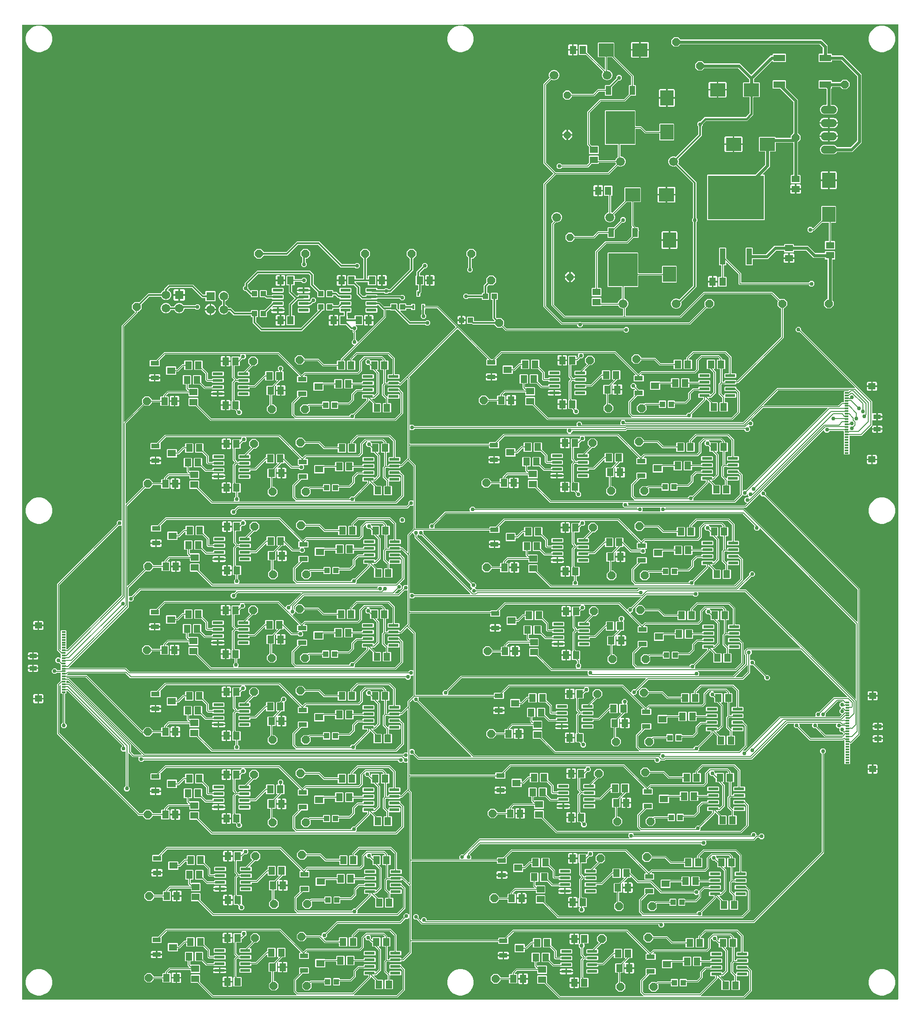
<source format=gbr>
G04 EAGLE Gerber RS-274X export*
G75*
%MOMM*%
%FSLAX34Y34*%
%LPD*%
%INTop Copper*%
%IPPOS*%
%AMOC8*
5,1,8,0,0,1.08239X$1,22.5*%
G01*
%ADD10R,1.500000X1.300000*%
%ADD11R,2.235200X1.244600*%
%ADD12R,10.660000X8.380000*%
%ADD13R,1.016000X3.050000*%
%ADD14P,1.539592X8X292.500000*%
%ADD15R,2.500000X2.900000*%
%ADD16R,2.900000X2.500000*%
%ADD17C,1.676400*%
%ADD18R,1.000000X1.750000*%
%ADD19R,5.550000X6.350000*%
%ADD20R,1.600000X1.300000*%
%ADD21R,1.300000X1.600000*%
%ADD22P,1.649562X8X202.500000*%
%ADD23C,1.508000*%
%ADD24R,1.300000X1.500000*%
%ADD25R,1.650000X1.650000*%
%ADD26C,1.650000*%
%ADD27R,1.000000X1.100000*%
%ADD28R,0.457200X0.914400*%
%ADD29R,1.981200X0.558800*%
%ADD30P,1.649562X8X22.500000*%
%ADD31R,0.800000X0.300000*%
%ADD32R,1.400000X1.220000*%
%ADD33R,1.400000X0.850000*%
%ADD34R,1.600000X0.900000*%
%ADD35C,0.152400*%
%ADD36C,0.304800*%
%ADD37C,0.756400*%
%ADD38C,0.203200*%
%ADD39C,0.609600*%
%ADD40C,0.406400*%

G36*
X1973328Y-1023494D02*
X1973328Y-1023494D01*
X1973347Y-1023491D01*
X1973367Y-1023493D01*
X1973468Y-1023471D01*
X1973570Y-1023454D01*
X1973588Y-1023445D01*
X1973607Y-1023441D01*
X1973696Y-1023388D01*
X1973788Y-1023339D01*
X1973801Y-1023325D01*
X1973818Y-1023315D01*
X1973886Y-1023236D01*
X1973957Y-1023161D01*
X1973966Y-1023143D01*
X1973978Y-1023128D01*
X1974017Y-1023032D01*
X1974061Y-1022938D01*
X1974063Y-1022918D01*
X1974070Y-1022900D01*
X1974089Y-1022733D01*
X1974340Y839595D01*
X1974336Y839615D01*
X1974339Y839635D01*
X1974317Y839736D01*
X1974300Y839838D01*
X1974291Y839856D01*
X1974286Y839875D01*
X1974233Y839964D01*
X1974185Y840055D01*
X1974170Y840069D01*
X1974160Y840086D01*
X1974081Y840154D01*
X1974007Y840225D01*
X1973988Y840233D01*
X1973973Y840246D01*
X1973877Y840285D01*
X1973784Y840328D01*
X1973764Y840331D01*
X1973745Y840338D01*
X1973578Y840357D01*
X298702Y840106D01*
X298683Y840103D01*
X298663Y840105D01*
X298562Y840083D01*
X298460Y840066D01*
X298442Y840057D01*
X298423Y840053D01*
X298334Y840000D01*
X298242Y839951D01*
X298229Y839937D01*
X298212Y839927D01*
X298144Y839848D01*
X298073Y839773D01*
X298064Y839755D01*
X298052Y839740D01*
X298013Y839644D01*
X297969Y839550D01*
X297967Y839530D01*
X297960Y839512D01*
X297941Y839345D01*
X297690Y-1022983D01*
X297694Y-1023003D01*
X297691Y-1023023D01*
X297713Y-1023124D01*
X297730Y-1023226D01*
X297739Y-1023244D01*
X297744Y-1023263D01*
X297797Y-1023352D01*
X297845Y-1023443D01*
X297860Y-1023457D01*
X297870Y-1023474D01*
X297949Y-1023542D01*
X298023Y-1023613D01*
X298042Y-1023621D01*
X298057Y-1023634D01*
X298153Y-1023673D01*
X298246Y-1023716D01*
X298266Y-1023719D01*
X298285Y-1023726D01*
X298452Y-1023745D01*
X1973328Y-1023494D01*
G37*
%LPC*%
G36*
X1325593Y-1021589D02*
X1325593Y-1021589D01*
X1297874Y-993870D01*
X1297800Y-993817D01*
X1297730Y-993757D01*
X1297700Y-993745D01*
X1297674Y-993726D01*
X1297587Y-993699D01*
X1297502Y-993665D01*
X1297461Y-993661D01*
X1297439Y-993654D01*
X1297407Y-993655D01*
X1297335Y-993647D01*
X1284728Y-993647D01*
X1283835Y-992754D01*
X1283835Y-978490D01*
X1284728Y-977597D01*
X1300992Y-977597D01*
X1301885Y-978490D01*
X1301885Y-991097D01*
X1301899Y-991188D01*
X1301907Y-991278D01*
X1301919Y-991308D01*
X1301924Y-991340D01*
X1301967Y-991421D01*
X1302003Y-991505D01*
X1302029Y-991537D01*
X1302040Y-991558D01*
X1302063Y-991580D01*
X1302108Y-991636D01*
X1327264Y-1016792D01*
X1327338Y-1016845D01*
X1327408Y-1016905D01*
X1327438Y-1016917D01*
X1327464Y-1016936D01*
X1327551Y-1016963D01*
X1327636Y-1016997D01*
X1327677Y-1017001D01*
X1327699Y-1017008D01*
X1327731Y-1017007D01*
X1327803Y-1017015D01*
X1486162Y-1017015D01*
X1486232Y-1017004D01*
X1486304Y-1017002D01*
X1486353Y-1016984D01*
X1486404Y-1016976D01*
X1486468Y-1016942D01*
X1486535Y-1016917D01*
X1486576Y-1016885D01*
X1486622Y-1016860D01*
X1486671Y-1016808D01*
X1486727Y-1016764D01*
X1486755Y-1016720D01*
X1486791Y-1016682D01*
X1486821Y-1016617D01*
X1486860Y-1016557D01*
X1486873Y-1016506D01*
X1486895Y-1016459D01*
X1486903Y-1016388D01*
X1486920Y-1016318D01*
X1486916Y-1016266D01*
X1486922Y-1016215D01*
X1486907Y-1016144D01*
X1486901Y-1016073D01*
X1486881Y-1016025D01*
X1486870Y-1015974D01*
X1486833Y-1015913D01*
X1486805Y-1015847D01*
X1486760Y-1015791D01*
X1486743Y-1015763D01*
X1486726Y-1015748D01*
X1486700Y-1015716D01*
X1485930Y-1014946D01*
X1481073Y-1010089D01*
X1481073Y-986275D01*
X1491297Y-976051D01*
X1491308Y-976035D01*
X1491324Y-976023D01*
X1491380Y-975936D01*
X1491440Y-975852D01*
X1491446Y-975833D01*
X1491457Y-975816D01*
X1491482Y-975716D01*
X1491513Y-975617D01*
X1491512Y-975597D01*
X1491517Y-975577D01*
X1491509Y-975474D01*
X1491506Y-975371D01*
X1491499Y-975352D01*
X1491498Y-975332D01*
X1491457Y-975237D01*
X1491422Y-975140D01*
X1491409Y-975124D01*
X1491401Y-975106D01*
X1491297Y-974975D01*
X1491255Y-974934D01*
X1491255Y-964670D01*
X1492148Y-963777D01*
X1509412Y-963777D01*
X1510305Y-964670D01*
X1510305Y-974934D01*
X1509412Y-975827D01*
X1498305Y-975827D01*
X1498214Y-975841D01*
X1498124Y-975849D01*
X1498094Y-975861D01*
X1498062Y-975866D01*
X1497981Y-975909D01*
X1497897Y-975945D01*
X1497865Y-975971D01*
X1497844Y-975982D01*
X1497822Y-976005D01*
X1497766Y-976050D01*
X1485870Y-987946D01*
X1485817Y-988020D01*
X1485757Y-988090D01*
X1485745Y-988120D01*
X1485726Y-988146D01*
X1485699Y-988233D01*
X1485665Y-988318D01*
X1485661Y-988359D01*
X1485654Y-988381D01*
X1485655Y-988413D01*
X1485647Y-988485D01*
X1485647Y-1007879D01*
X1485661Y-1007970D01*
X1485669Y-1008060D01*
X1485681Y-1008090D01*
X1485686Y-1008122D01*
X1485729Y-1008203D01*
X1485765Y-1008287D01*
X1485791Y-1008319D01*
X1485802Y-1008340D01*
X1485825Y-1008362D01*
X1485870Y-1008418D01*
X1489164Y-1011712D01*
X1489238Y-1011765D01*
X1489308Y-1011825D01*
X1489338Y-1011837D01*
X1489364Y-1011856D01*
X1489451Y-1011883D01*
X1489536Y-1011917D01*
X1489577Y-1011921D01*
X1489599Y-1011928D01*
X1489631Y-1011927D01*
X1489703Y-1011935D01*
X1593857Y-1011935D01*
X1593948Y-1011921D01*
X1594038Y-1011913D01*
X1594068Y-1011901D01*
X1594100Y-1011896D01*
X1594181Y-1011853D01*
X1594265Y-1011817D01*
X1594297Y-1011791D01*
X1594318Y-1011780D01*
X1594340Y-1011757D01*
X1594396Y-1011712D01*
X1623852Y-982256D01*
X1623905Y-982182D01*
X1623965Y-982112D01*
X1623977Y-982082D01*
X1623996Y-982056D01*
X1624023Y-981969D01*
X1624057Y-981884D01*
X1624061Y-981843D01*
X1624068Y-981821D01*
X1624067Y-981789D01*
X1624075Y-981717D01*
X1624075Y-979932D01*
X1624072Y-979912D01*
X1624074Y-979893D01*
X1624052Y-979791D01*
X1624036Y-979689D01*
X1624026Y-979672D01*
X1624022Y-979652D01*
X1623969Y-979563D01*
X1623920Y-979472D01*
X1623906Y-979458D01*
X1623896Y-979441D01*
X1623817Y-979374D01*
X1623742Y-979302D01*
X1623724Y-979294D01*
X1623709Y-979281D01*
X1623613Y-979242D01*
X1623519Y-979199D01*
X1623499Y-979197D01*
X1623481Y-979189D01*
X1623314Y-979171D01*
X1615824Y-979171D01*
X1614931Y-978278D01*
X1614931Y-971426D01*
X1615824Y-970533D01*
X1636900Y-970533D01*
X1637793Y-971426D01*
X1637793Y-971558D01*
X1637804Y-971628D01*
X1637806Y-971700D01*
X1637824Y-971749D01*
X1637832Y-971800D01*
X1637866Y-971864D01*
X1637891Y-971931D01*
X1637923Y-971972D01*
X1637948Y-972018D01*
X1638000Y-972067D01*
X1638044Y-972123D01*
X1638088Y-972151D01*
X1638126Y-972187D01*
X1638191Y-972217D01*
X1638251Y-972256D01*
X1638302Y-972269D01*
X1638349Y-972291D01*
X1638420Y-972299D01*
X1638490Y-972316D01*
X1638542Y-972312D01*
X1638593Y-972318D01*
X1638664Y-972303D01*
X1638735Y-972297D01*
X1638783Y-972277D01*
X1638834Y-972266D01*
X1638895Y-972229D01*
X1638961Y-972201D01*
X1639017Y-972156D01*
X1639045Y-972139D01*
X1639060Y-972122D01*
X1639092Y-972096D01*
X1643410Y-967778D01*
X1643463Y-967704D01*
X1643523Y-967634D01*
X1643535Y-967604D01*
X1643554Y-967578D01*
X1643581Y-967491D01*
X1643615Y-967406D01*
X1643619Y-967365D01*
X1643626Y-967343D01*
X1643625Y-967311D01*
X1643633Y-967239D01*
X1643633Y-931665D01*
X1643619Y-931574D01*
X1643611Y-931484D01*
X1643599Y-931454D01*
X1643594Y-931422D01*
X1643551Y-931341D01*
X1643515Y-931257D01*
X1643489Y-931225D01*
X1643478Y-931204D01*
X1643455Y-931182D01*
X1643410Y-931126D01*
X1636694Y-924410D01*
X1636620Y-924357D01*
X1636550Y-924297D01*
X1636520Y-924285D01*
X1636494Y-924266D01*
X1636407Y-924239D01*
X1636322Y-924205D01*
X1636281Y-924201D01*
X1636259Y-924194D01*
X1636227Y-924195D01*
X1636155Y-924187D01*
X1631828Y-924187D01*
X1630935Y-923294D01*
X1630935Y-917448D01*
X1630932Y-917428D01*
X1630934Y-917409D01*
X1630912Y-917307D01*
X1630896Y-917205D01*
X1630886Y-917188D01*
X1630882Y-917168D01*
X1630829Y-917079D01*
X1630780Y-916988D01*
X1630766Y-916974D01*
X1630756Y-916957D01*
X1630677Y-916890D01*
X1630602Y-916818D01*
X1630584Y-916810D01*
X1630569Y-916797D01*
X1630473Y-916758D01*
X1630379Y-916715D01*
X1630359Y-916713D01*
X1630341Y-916705D01*
X1630174Y-916687D01*
X1629733Y-916687D01*
X1625356Y-912310D01*
X1625282Y-912257D01*
X1625212Y-912197D01*
X1625182Y-912185D01*
X1625156Y-912166D01*
X1625069Y-912139D01*
X1624984Y-912105D01*
X1624943Y-912101D01*
X1624921Y-912094D01*
X1624889Y-912095D01*
X1624817Y-912087D01*
X1620862Y-912087D01*
X1617753Y-908978D01*
X1617753Y-907760D01*
X1617742Y-907690D01*
X1617740Y-907618D01*
X1617722Y-907569D01*
X1617714Y-907518D01*
X1617680Y-907454D01*
X1617655Y-907387D01*
X1617623Y-907346D01*
X1617598Y-907300D01*
X1617546Y-907251D01*
X1617502Y-907195D01*
X1617458Y-907167D01*
X1617420Y-907131D01*
X1617355Y-907101D01*
X1617295Y-907062D01*
X1617244Y-907049D01*
X1617197Y-907027D01*
X1617126Y-907019D01*
X1617056Y-907002D01*
X1617004Y-907006D01*
X1616953Y-907000D01*
X1616882Y-907015D01*
X1616811Y-907021D01*
X1616763Y-907041D01*
X1616712Y-907052D01*
X1616651Y-907089D01*
X1616585Y-907117D01*
X1616529Y-907162D01*
X1616501Y-907179D01*
X1616486Y-907196D01*
X1616454Y-907222D01*
X1615410Y-908266D01*
X1615367Y-908326D01*
X1615327Y-908368D01*
X1615320Y-908383D01*
X1615297Y-908410D01*
X1615285Y-908440D01*
X1615266Y-908466D01*
X1615239Y-908553D01*
X1615228Y-908581D01*
X1615224Y-908591D01*
X1615223Y-908593D01*
X1615205Y-908638D01*
X1615201Y-908679D01*
X1615194Y-908701D01*
X1615195Y-908733D01*
X1615187Y-908805D01*
X1615187Y-926269D01*
X1608767Y-932689D01*
X1507483Y-932689D01*
X1507392Y-932703D01*
X1507302Y-932711D01*
X1507272Y-932723D01*
X1507240Y-932728D01*
X1507159Y-932771D01*
X1507075Y-932807D01*
X1507043Y-932833D01*
X1507022Y-932844D01*
X1507000Y-932867D01*
X1506944Y-932912D01*
X1505378Y-934478D01*
X1505336Y-934536D01*
X1505287Y-934588D01*
X1505265Y-934635D01*
X1505235Y-934677D01*
X1505214Y-934746D01*
X1505183Y-934811D01*
X1505178Y-934863D01*
X1505162Y-934913D01*
X1505164Y-934984D01*
X1505156Y-935055D01*
X1505167Y-935106D01*
X1505169Y-935158D01*
X1505193Y-935226D01*
X1505208Y-935296D01*
X1505235Y-935341D01*
X1505253Y-935389D01*
X1505298Y-935445D01*
X1505335Y-935507D01*
X1505374Y-935541D01*
X1505407Y-935581D01*
X1505467Y-935620D01*
X1505522Y-935667D01*
X1505570Y-935686D01*
X1505614Y-935714D01*
X1505683Y-935732D01*
X1505750Y-935759D01*
X1505821Y-935767D01*
X1505852Y-935775D01*
X1505876Y-935773D01*
X1505916Y-935777D01*
X1509412Y-935777D01*
X1510305Y-936670D01*
X1510305Y-946934D01*
X1509412Y-947827D01*
X1492148Y-947827D01*
X1491255Y-946934D01*
X1491255Y-936670D01*
X1492148Y-935777D01*
X1493824Y-935777D01*
X1493894Y-935766D01*
X1493966Y-935764D01*
X1494015Y-935746D01*
X1494066Y-935738D01*
X1494130Y-935704D01*
X1494197Y-935679D01*
X1494238Y-935647D01*
X1494284Y-935622D01*
X1494333Y-935570D01*
X1494389Y-935526D01*
X1494417Y-935482D01*
X1494453Y-935444D01*
X1494483Y-935379D01*
X1494522Y-935319D01*
X1494535Y-935268D01*
X1494557Y-935221D01*
X1494565Y-935150D01*
X1494582Y-935080D01*
X1494578Y-935028D01*
X1494584Y-934977D01*
X1494569Y-934906D01*
X1494563Y-934835D01*
X1494543Y-934787D01*
X1494532Y-934736D01*
X1494495Y-934675D01*
X1494467Y-934609D01*
X1494422Y-934553D01*
X1494405Y-934525D01*
X1494388Y-934510D01*
X1494362Y-934478D01*
X1454696Y-894812D01*
X1454622Y-894759D01*
X1454552Y-894699D01*
X1454522Y-894687D01*
X1454496Y-894668D01*
X1454409Y-894641D01*
X1454324Y-894607D01*
X1454283Y-894603D01*
X1454261Y-894596D01*
X1454229Y-894597D01*
X1454157Y-894589D01*
X1239123Y-894589D01*
X1239032Y-894603D01*
X1238942Y-894611D01*
X1238912Y-894623D01*
X1238880Y-894628D01*
X1238799Y-894671D01*
X1238715Y-894707D01*
X1238683Y-894733D01*
X1238662Y-894744D01*
X1238640Y-894767D01*
X1238584Y-894812D01*
X1228323Y-905073D01*
X1228312Y-905089D01*
X1228296Y-905101D01*
X1228240Y-905188D01*
X1228180Y-905272D01*
X1228174Y-905291D01*
X1228163Y-905308D01*
X1228138Y-905408D01*
X1228107Y-905507D01*
X1228108Y-905527D01*
X1228103Y-905547D01*
X1228111Y-905650D01*
X1228114Y-905753D01*
X1228121Y-905772D01*
X1228122Y-905792D01*
X1228163Y-905887D01*
X1228198Y-905984D01*
X1228211Y-906000D01*
X1228219Y-906018D01*
X1228323Y-906149D01*
X1228365Y-906190D01*
X1228365Y-916454D01*
X1227472Y-917347D01*
X1210208Y-917347D01*
X1209315Y-916454D01*
X1209315Y-914400D01*
X1209312Y-914380D01*
X1209314Y-914361D01*
X1209292Y-914259D01*
X1209276Y-914157D01*
X1209266Y-914140D01*
X1209262Y-914120D01*
X1209209Y-914031D01*
X1209160Y-913940D01*
X1209146Y-913926D01*
X1209136Y-913909D01*
X1209057Y-913842D01*
X1208982Y-913770D01*
X1208964Y-913762D01*
X1208949Y-913749D01*
X1208853Y-913710D01*
X1208759Y-913667D01*
X1208739Y-913665D01*
X1208721Y-913657D01*
X1208554Y-913639D01*
X1043940Y-913639D01*
X1043920Y-913642D01*
X1043901Y-913640D01*
X1043799Y-913662D01*
X1043697Y-913678D01*
X1043680Y-913688D01*
X1043660Y-913692D01*
X1043571Y-913745D01*
X1043480Y-913794D01*
X1043466Y-913808D01*
X1043449Y-913818D01*
X1043382Y-913897D01*
X1043310Y-913972D01*
X1043302Y-913990D01*
X1043289Y-914005D01*
X1043250Y-914101D01*
X1043207Y-914195D01*
X1043205Y-914215D01*
X1043197Y-914233D01*
X1043179Y-914400D01*
X1043179Y-935159D01*
X1028123Y-950215D01*
X1024382Y-950215D01*
X1024362Y-950218D01*
X1024343Y-950216D01*
X1024241Y-950238D01*
X1024139Y-950254D01*
X1024122Y-950264D01*
X1024102Y-950268D01*
X1024013Y-950321D01*
X1023922Y-950370D01*
X1023908Y-950384D01*
X1023891Y-950394D01*
X1023824Y-950473D01*
X1023752Y-950548D01*
X1023744Y-950566D01*
X1023731Y-950581D01*
X1023692Y-950677D01*
X1023649Y-950771D01*
X1023647Y-950791D01*
X1023639Y-950809D01*
X1023621Y-950976D01*
X1023621Y-951100D01*
X1022728Y-951993D01*
X1001652Y-951993D01*
X1001113Y-951454D01*
X1001039Y-951401D01*
X1000970Y-951341D01*
X1000940Y-951329D01*
X1000914Y-951310D01*
X1000827Y-951283D01*
X1000742Y-951249D01*
X1000701Y-951245D01*
X1000679Y-951238D01*
X1000646Y-951239D01*
X1000575Y-951231D01*
X996435Y-951231D01*
X996344Y-951245D01*
X996254Y-951253D01*
X996224Y-951265D01*
X996192Y-951270D01*
X996111Y-951313D01*
X996027Y-951349D01*
X995995Y-951375D01*
X995974Y-951386D01*
X995952Y-951409D01*
X995896Y-951454D01*
X995142Y-952208D01*
X995089Y-952282D01*
X995029Y-952352D01*
X995017Y-952382D01*
X994998Y-952408D01*
X994971Y-952495D01*
X994937Y-952580D01*
X994933Y-952621D01*
X994926Y-952643D01*
X994927Y-952675D01*
X994919Y-952747D01*
X994919Y-968001D01*
X994933Y-968092D01*
X994941Y-968182D01*
X994953Y-968212D01*
X994958Y-968244D01*
X995001Y-968325D01*
X995037Y-968409D01*
X995063Y-968441D01*
X995074Y-968462D01*
X995097Y-968484D01*
X995142Y-968540D01*
X999460Y-972858D01*
X999518Y-972900D01*
X999570Y-972949D01*
X999617Y-972971D01*
X999659Y-973001D01*
X999728Y-973022D01*
X999793Y-973053D01*
X999845Y-973058D01*
X999895Y-973074D01*
X999966Y-973072D01*
X1000037Y-973080D01*
X1000088Y-973069D01*
X1000140Y-973067D01*
X1000208Y-973043D01*
X1000278Y-973028D01*
X1000323Y-973001D01*
X1000371Y-972983D01*
X1000427Y-972938D01*
X1000489Y-972901D01*
X1000523Y-972862D01*
X1000563Y-972829D01*
X1000602Y-972769D01*
X1000649Y-972714D01*
X1000668Y-972666D01*
X1000696Y-972622D01*
X1000714Y-972553D01*
X1000741Y-972486D01*
X1000749Y-972415D01*
X1000757Y-972384D01*
X1000755Y-972360D01*
X1000759Y-972320D01*
X1000759Y-969648D01*
X1001652Y-968755D01*
X1022728Y-968755D01*
X1023621Y-969648D01*
X1023621Y-976500D01*
X1022728Y-977393D01*
X1002640Y-977393D01*
X1002620Y-977396D01*
X1002601Y-977394D01*
X1002499Y-977416D01*
X1002397Y-977432D01*
X1002380Y-977442D01*
X1002360Y-977446D01*
X1002271Y-977499D01*
X1002180Y-977548D01*
X1002166Y-977562D01*
X1002149Y-977572D01*
X1002082Y-977651D01*
X1002010Y-977726D01*
X1002002Y-977744D01*
X1001989Y-977759D01*
X1001950Y-977855D01*
X1001907Y-977949D01*
X1001905Y-977969D01*
X1001897Y-977987D01*
X1001879Y-978154D01*
X1001879Y-984878D01*
X1001882Y-984898D01*
X1001880Y-984917D01*
X1001902Y-985019D01*
X1001918Y-985121D01*
X1001928Y-985138D01*
X1001932Y-985158D01*
X1001985Y-985247D01*
X1002034Y-985338D01*
X1002048Y-985352D01*
X1002058Y-985369D01*
X1002137Y-985436D01*
X1002212Y-985508D01*
X1002230Y-985516D01*
X1002245Y-985529D01*
X1002341Y-985568D01*
X1002435Y-985611D01*
X1002455Y-985613D01*
X1002473Y-985621D01*
X1002640Y-985639D01*
X1006724Y-985639D01*
X1007617Y-986532D01*
X1007617Y-1002796D01*
X1006724Y-1003689D01*
X992460Y-1003689D01*
X991567Y-1002796D01*
X991567Y-986532D01*
X992460Y-985639D01*
X996544Y-985639D01*
X996564Y-985636D01*
X996583Y-985638D01*
X996685Y-985616D01*
X996787Y-985600D01*
X996804Y-985590D01*
X996824Y-985586D01*
X996913Y-985533D01*
X997004Y-985484D01*
X997018Y-985470D01*
X997035Y-985460D01*
X997102Y-985381D01*
X997174Y-985306D01*
X997182Y-985288D01*
X997195Y-985273D01*
X997234Y-985177D01*
X997277Y-985083D01*
X997279Y-985063D01*
X997287Y-985045D01*
X997305Y-984878D01*
X997305Y-977487D01*
X997291Y-977397D01*
X997283Y-977306D01*
X997271Y-977276D01*
X997266Y-977244D01*
X997223Y-977163D01*
X997187Y-977079D01*
X997161Y-977047D01*
X997150Y-977026D01*
X997127Y-977004D01*
X997082Y-976948D01*
X990345Y-970211D01*
X990345Y-950537D01*
X992662Y-948220D01*
X992715Y-948146D01*
X992775Y-948076D01*
X992787Y-948046D01*
X992806Y-948020D01*
X992833Y-947933D01*
X992867Y-947848D01*
X992871Y-947807D01*
X992878Y-947785D01*
X992877Y-947753D01*
X992885Y-947681D01*
X992885Y-923170D01*
X992882Y-923150D01*
X992884Y-923131D01*
X992862Y-923029D01*
X992846Y-922927D01*
X992836Y-922910D01*
X992832Y-922890D01*
X992779Y-922801D01*
X992730Y-922710D01*
X992716Y-922696D01*
X992706Y-922679D01*
X992627Y-922612D01*
X992552Y-922540D01*
X992534Y-922532D01*
X992519Y-922519D01*
X992423Y-922480D01*
X992329Y-922437D01*
X992309Y-922435D01*
X992291Y-922427D01*
X992124Y-922409D01*
X987380Y-922409D01*
X986487Y-921516D01*
X986487Y-905252D01*
X987380Y-904359D01*
X991236Y-904359D01*
X991306Y-904348D01*
X991378Y-904346D01*
X991427Y-904328D01*
X991478Y-904320D01*
X991542Y-904286D01*
X991609Y-904261D01*
X991650Y-904229D01*
X991696Y-904204D01*
X991745Y-904152D01*
X991801Y-904108D01*
X991829Y-904064D01*
X991865Y-904026D01*
X991895Y-903961D01*
X991934Y-903901D01*
X991947Y-903850D01*
X991969Y-903803D01*
X991977Y-903732D01*
X991994Y-903662D01*
X991990Y-903610D01*
X991996Y-903559D01*
X991981Y-903488D01*
X991975Y-903417D01*
X991955Y-903369D01*
X991944Y-903318D01*
X991907Y-903257D01*
X991879Y-903191D01*
X991834Y-903135D01*
X991817Y-903107D01*
X991800Y-903092D01*
X991774Y-903060D01*
X989368Y-900654D01*
X989294Y-900601D01*
X989224Y-900541D01*
X989194Y-900529D01*
X989168Y-900510D01*
X989081Y-900483D01*
X988996Y-900449D01*
X988955Y-900445D01*
X988933Y-900438D01*
X988901Y-900439D01*
X988829Y-900431D01*
X964637Y-900431D01*
X964567Y-900442D01*
X964495Y-900444D01*
X964446Y-900462D01*
X964395Y-900470D01*
X964331Y-900504D01*
X964264Y-900529D01*
X964223Y-900561D01*
X964177Y-900586D01*
X964128Y-900638D01*
X964072Y-900682D01*
X964044Y-900726D01*
X964008Y-900764D01*
X963978Y-900829D01*
X963939Y-900889D01*
X963926Y-900940D01*
X963904Y-900987D01*
X963896Y-901058D01*
X963879Y-901128D01*
X963883Y-901180D01*
X963877Y-901231D01*
X963892Y-901302D01*
X963898Y-901373D01*
X963918Y-901421D01*
X963929Y-901472D01*
X963966Y-901533D01*
X963994Y-901599D01*
X964039Y-901655D01*
X964056Y-901683D01*
X964073Y-901698D01*
X964099Y-901730D01*
X965427Y-903058D01*
X965427Y-907013D01*
X965441Y-907103D01*
X965449Y-907194D01*
X965461Y-907224D01*
X965466Y-907256D01*
X965509Y-907337D01*
X965545Y-907421D01*
X965571Y-907453D01*
X965582Y-907474D01*
X965605Y-907496D01*
X965650Y-907552D01*
X966188Y-908090D01*
X966246Y-908132D01*
X966298Y-908181D01*
X966345Y-908203D01*
X966387Y-908233D01*
X966456Y-908254D01*
X966521Y-908285D01*
X966573Y-908290D01*
X966623Y-908306D01*
X966694Y-908304D01*
X966765Y-908312D01*
X966816Y-908301D01*
X966868Y-908299D01*
X966936Y-908275D01*
X967006Y-908260D01*
X967051Y-908233D01*
X967099Y-908215D01*
X967155Y-908170D01*
X967217Y-908133D01*
X967251Y-908094D01*
X967291Y-908061D01*
X967330Y-908001D01*
X967377Y-907946D01*
X967396Y-907898D01*
X967424Y-907854D01*
X967442Y-907785D01*
X967469Y-907718D01*
X967477Y-907647D01*
X967485Y-907616D01*
X967483Y-907592D01*
X967487Y-907552D01*
X967487Y-905252D01*
X968380Y-904359D01*
X982644Y-904359D01*
X983537Y-905252D01*
X983537Y-921516D01*
X982644Y-922409D01*
X981328Y-922409D01*
X981258Y-922420D01*
X981186Y-922422D01*
X981137Y-922440D01*
X981086Y-922448D01*
X981022Y-922482D01*
X980955Y-922507D01*
X980914Y-922539D01*
X980868Y-922564D01*
X980819Y-922616D01*
X980763Y-922660D01*
X980735Y-922704D01*
X980699Y-922742D01*
X980669Y-922807D01*
X980630Y-922867D01*
X980617Y-922918D01*
X980595Y-922965D01*
X980587Y-923036D01*
X980570Y-923106D01*
X980574Y-923158D01*
X980568Y-923209D01*
X980583Y-923280D01*
X980589Y-923351D01*
X980609Y-923399D01*
X980620Y-923450D01*
X980657Y-923511D01*
X980685Y-923577D01*
X980730Y-923633D01*
X980747Y-923661D01*
X980764Y-923676D01*
X980790Y-923708D01*
X984759Y-927677D01*
X984759Y-967671D01*
X975545Y-976885D01*
X974275Y-976885D01*
X974185Y-976899D01*
X974094Y-976907D01*
X974064Y-976919D01*
X974032Y-976924D01*
X973952Y-976967D01*
X973868Y-977003D01*
X973835Y-977029D01*
X973815Y-977040D01*
X973793Y-977063D01*
X973737Y-977108D01*
X973452Y-977393D01*
X972304Y-977393D01*
X972234Y-977404D01*
X972162Y-977406D01*
X972113Y-977424D01*
X972062Y-977432D01*
X971998Y-977466D01*
X971931Y-977491D01*
X971890Y-977523D01*
X971844Y-977548D01*
X971795Y-977599D01*
X971739Y-977644D01*
X971711Y-977688D01*
X971675Y-977726D01*
X971645Y-977791D01*
X971606Y-977851D01*
X971593Y-977902D01*
X971571Y-977949D01*
X971563Y-978020D01*
X971546Y-978090D01*
X971550Y-978142D01*
X971544Y-978193D01*
X971559Y-978264D01*
X971565Y-978335D01*
X971585Y-978383D01*
X971596Y-978434D01*
X971633Y-978495D01*
X971661Y-978561D01*
X971706Y-978617D01*
X971723Y-978645D01*
X971740Y-978660D01*
X971766Y-978692D01*
X978490Y-985416D01*
X978564Y-985469D01*
X978634Y-985529D01*
X978664Y-985541D01*
X978690Y-985560D01*
X978777Y-985587D01*
X978862Y-985621D01*
X978903Y-985625D01*
X978925Y-985632D01*
X978957Y-985631D01*
X979028Y-985639D01*
X987724Y-985639D01*
X988617Y-986532D01*
X988617Y-1002796D01*
X987724Y-1003689D01*
X973460Y-1003689D01*
X972567Y-1002796D01*
X972567Y-986276D01*
X972553Y-986186D01*
X972545Y-986095D01*
X972533Y-986066D01*
X972528Y-986034D01*
X972485Y-985953D01*
X972449Y-985869D01*
X972423Y-985837D01*
X972412Y-985816D01*
X972389Y-985794D01*
X972344Y-985738D01*
X966500Y-979894D01*
X966442Y-979852D01*
X966390Y-979803D01*
X966343Y-979781D01*
X966301Y-979751D01*
X966232Y-979730D01*
X966167Y-979699D01*
X966115Y-979694D01*
X966065Y-979678D01*
X965994Y-979680D01*
X965923Y-979672D01*
X965872Y-979683D01*
X965820Y-979685D01*
X965752Y-979709D01*
X965682Y-979724D01*
X965638Y-979751D01*
X965589Y-979769D01*
X965533Y-979814D01*
X965471Y-979851D01*
X965437Y-979890D01*
X965397Y-979923D01*
X965358Y-979983D01*
X965311Y-980038D01*
X965292Y-980086D01*
X965264Y-980130D01*
X965246Y-980199D01*
X965219Y-980266D01*
X965211Y-980337D01*
X965203Y-980368D01*
X965205Y-980392D01*
X965201Y-980432D01*
X965201Y-982149D01*
X933412Y-1013938D01*
X933370Y-1013996D01*
X933321Y-1014048D01*
X933299Y-1014095D01*
X933269Y-1014137D01*
X933248Y-1014206D01*
X933217Y-1014271D01*
X933212Y-1014323D01*
X933196Y-1014373D01*
X933198Y-1014444D01*
X933190Y-1014515D01*
X933201Y-1014566D01*
X933203Y-1014618D01*
X933227Y-1014686D01*
X933242Y-1014756D01*
X933269Y-1014801D01*
X933287Y-1014849D01*
X933332Y-1014905D01*
X933369Y-1014967D01*
X933408Y-1015001D01*
X933441Y-1015041D01*
X933501Y-1015080D01*
X933556Y-1015127D01*
X933604Y-1015146D01*
X933648Y-1015174D01*
X933717Y-1015192D01*
X933784Y-1015219D01*
X933855Y-1015227D01*
X933886Y-1015235D01*
X933910Y-1015233D01*
X933950Y-1015237D01*
X1014229Y-1015237D01*
X1014320Y-1015223D01*
X1014410Y-1015215D01*
X1014440Y-1015203D01*
X1014472Y-1015198D01*
X1014553Y-1015155D01*
X1014637Y-1015119D01*
X1014669Y-1015093D01*
X1014690Y-1015082D01*
X1014712Y-1015059D01*
X1014768Y-1015014D01*
X1025682Y-1004100D01*
X1025735Y-1004026D01*
X1025795Y-1003956D01*
X1025807Y-1003926D01*
X1025826Y-1003900D01*
X1025853Y-1003813D01*
X1025887Y-1003728D01*
X1025891Y-1003687D01*
X1025898Y-1003665D01*
X1025897Y-1003633D01*
X1025905Y-1003561D01*
X1025905Y-967987D01*
X1025891Y-967896D01*
X1025883Y-967806D01*
X1025871Y-967776D01*
X1025866Y-967744D01*
X1025823Y-967663D01*
X1025787Y-967579D01*
X1025761Y-967547D01*
X1025750Y-967526D01*
X1025727Y-967504D01*
X1025682Y-967448D01*
X1023150Y-964916D01*
X1023076Y-964863D01*
X1023006Y-964803D01*
X1022976Y-964791D01*
X1022950Y-964772D01*
X1022863Y-964745D01*
X1022778Y-964711D01*
X1022737Y-964707D01*
X1022715Y-964700D01*
X1022683Y-964701D01*
X1022611Y-964693D01*
X1001652Y-964693D01*
X1000759Y-963800D01*
X1000759Y-956948D01*
X1001652Y-956055D01*
X1022728Y-956055D01*
X1023621Y-956948D01*
X1023621Y-958603D01*
X1023635Y-958694D01*
X1023643Y-958784D01*
X1023655Y-958814D01*
X1023660Y-958846D01*
X1023703Y-958927D01*
X1023739Y-959011D01*
X1023765Y-959043D01*
X1023776Y-959064D01*
X1023799Y-959086D01*
X1023844Y-959142D01*
X1030479Y-965777D01*
X1030479Y-1005771D01*
X1016439Y-1019811D01*
X662145Y-1019811D01*
X634426Y-992092D01*
X634352Y-992039D01*
X634282Y-991979D01*
X634252Y-991967D01*
X634226Y-991948D01*
X634139Y-991921D01*
X634054Y-991887D01*
X634013Y-991883D01*
X633991Y-991876D01*
X633959Y-991877D01*
X633887Y-991869D01*
X621280Y-991869D01*
X620387Y-990976D01*
X620387Y-976712D01*
X621280Y-975819D01*
X637544Y-975819D01*
X638437Y-976712D01*
X638437Y-989319D01*
X638451Y-989410D01*
X638459Y-989500D01*
X638471Y-989530D01*
X638476Y-989562D01*
X638519Y-989643D01*
X638555Y-989727D01*
X638581Y-989759D01*
X638592Y-989780D01*
X638615Y-989802D01*
X638660Y-989858D01*
X663816Y-1015014D01*
X663890Y-1015067D01*
X663960Y-1015127D01*
X663990Y-1015139D01*
X664016Y-1015158D01*
X664103Y-1015185D01*
X664188Y-1015219D01*
X664229Y-1015223D01*
X664251Y-1015230D01*
X664283Y-1015229D01*
X664355Y-1015237D01*
X822714Y-1015237D01*
X822784Y-1015226D01*
X822856Y-1015224D01*
X822905Y-1015206D01*
X822956Y-1015198D01*
X823020Y-1015164D01*
X823087Y-1015139D01*
X823128Y-1015107D01*
X823174Y-1015082D01*
X823223Y-1015030D01*
X823279Y-1014986D01*
X823307Y-1014942D01*
X823343Y-1014904D01*
X823373Y-1014839D01*
X823412Y-1014779D01*
X823425Y-1014728D01*
X823447Y-1014681D01*
X823455Y-1014610D01*
X823472Y-1014540D01*
X823468Y-1014488D01*
X823474Y-1014437D01*
X823459Y-1014366D01*
X823453Y-1014295D01*
X823433Y-1014247D01*
X823422Y-1014196D01*
X823385Y-1014135D01*
X823357Y-1014069D01*
X823312Y-1014013D01*
X823295Y-1013985D01*
X823278Y-1013970D01*
X823252Y-1013938D01*
X822482Y-1013168D01*
X817625Y-1008311D01*
X817625Y-984497D01*
X827849Y-974273D01*
X827860Y-974257D01*
X827876Y-974245D01*
X827932Y-974158D01*
X827992Y-974074D01*
X827998Y-974055D01*
X828009Y-974038D01*
X828034Y-973938D01*
X828065Y-973839D01*
X828064Y-973819D01*
X828069Y-973799D01*
X828061Y-973696D01*
X828058Y-973593D01*
X828051Y-973574D01*
X828050Y-973554D01*
X828009Y-973459D01*
X827974Y-973362D01*
X827961Y-973346D01*
X827953Y-973328D01*
X827849Y-973197D01*
X827807Y-973156D01*
X827807Y-962892D01*
X828700Y-961999D01*
X845964Y-961999D01*
X846857Y-962892D01*
X846857Y-973156D01*
X845964Y-974049D01*
X834857Y-974049D01*
X834766Y-974063D01*
X834676Y-974071D01*
X834646Y-974083D01*
X834614Y-974088D01*
X834533Y-974131D01*
X834449Y-974167D01*
X834417Y-974193D01*
X834396Y-974204D01*
X834374Y-974227D01*
X834318Y-974272D01*
X822422Y-986168D01*
X822369Y-986242D01*
X822309Y-986312D01*
X822297Y-986342D01*
X822278Y-986368D01*
X822251Y-986455D01*
X822217Y-986540D01*
X822213Y-986581D01*
X822206Y-986603D01*
X822207Y-986635D01*
X822199Y-986707D01*
X822199Y-1006101D01*
X822213Y-1006192D01*
X822221Y-1006282D01*
X822233Y-1006312D01*
X822238Y-1006344D01*
X822281Y-1006425D01*
X822317Y-1006509D01*
X822343Y-1006541D01*
X822354Y-1006562D01*
X822377Y-1006584D01*
X822422Y-1006640D01*
X825716Y-1009934D01*
X825790Y-1009987D01*
X825860Y-1010047D01*
X825890Y-1010059D01*
X825916Y-1010078D01*
X826003Y-1010105D01*
X826088Y-1010139D01*
X826129Y-1010143D01*
X826151Y-1010150D01*
X826183Y-1010149D01*
X826255Y-1010157D01*
X930409Y-1010157D01*
X930500Y-1010143D01*
X930590Y-1010135D01*
X930620Y-1010123D01*
X930652Y-1010118D01*
X930733Y-1010075D01*
X930817Y-1010039D01*
X930849Y-1010013D01*
X930870Y-1010002D01*
X930892Y-1009979D01*
X930948Y-1009934D01*
X960404Y-980478D01*
X960457Y-980404D01*
X960517Y-980334D01*
X960529Y-980304D01*
X960548Y-980278D01*
X960575Y-980191D01*
X960609Y-980106D01*
X960613Y-980065D01*
X960620Y-980043D01*
X960619Y-980011D01*
X960627Y-979939D01*
X960627Y-978154D01*
X960624Y-978134D01*
X960626Y-978115D01*
X960604Y-978013D01*
X960588Y-977911D01*
X960578Y-977894D01*
X960574Y-977874D01*
X960521Y-977785D01*
X960472Y-977694D01*
X960458Y-977680D01*
X960448Y-977663D01*
X960369Y-977596D01*
X960294Y-977524D01*
X960276Y-977516D01*
X960261Y-977503D01*
X960165Y-977464D01*
X960071Y-977421D01*
X960051Y-977419D01*
X960033Y-977411D01*
X959866Y-977393D01*
X952376Y-977393D01*
X951483Y-976500D01*
X951483Y-969648D01*
X952376Y-968755D01*
X973452Y-968755D01*
X974345Y-969648D01*
X974345Y-969780D01*
X974356Y-969850D01*
X974358Y-969922D01*
X974376Y-969971D01*
X974384Y-970022D01*
X974418Y-970086D01*
X974443Y-970153D01*
X974475Y-970194D01*
X974500Y-970240D01*
X974552Y-970289D01*
X974596Y-970345D01*
X974640Y-970373D01*
X974678Y-970409D01*
X974743Y-970439D01*
X974803Y-970478D01*
X974854Y-970491D01*
X974901Y-970513D01*
X974972Y-970521D01*
X975042Y-970538D01*
X975094Y-970534D01*
X975145Y-970540D01*
X975216Y-970525D01*
X975287Y-970519D01*
X975335Y-970499D01*
X975386Y-970488D01*
X975447Y-970451D01*
X975513Y-970423D01*
X975569Y-970378D01*
X975597Y-970361D01*
X975612Y-970344D01*
X975644Y-970318D01*
X979962Y-966000D01*
X980015Y-965926D01*
X980075Y-965856D01*
X980087Y-965826D01*
X980106Y-965800D01*
X980133Y-965713D01*
X980167Y-965628D01*
X980171Y-965587D01*
X980178Y-965565D01*
X980177Y-965533D01*
X980185Y-965461D01*
X980185Y-929887D01*
X980171Y-929796D01*
X980163Y-929706D01*
X980151Y-929676D01*
X980146Y-929644D01*
X980103Y-929563D01*
X980067Y-929479D01*
X980041Y-929447D01*
X980030Y-929426D01*
X980007Y-929404D01*
X979962Y-929348D01*
X973246Y-922632D01*
X973172Y-922579D01*
X973102Y-922519D01*
X973072Y-922507D01*
X973046Y-922488D01*
X972959Y-922461D01*
X972874Y-922427D01*
X972833Y-922423D01*
X972811Y-922416D01*
X972779Y-922417D01*
X972707Y-922409D01*
X968380Y-922409D01*
X967487Y-921516D01*
X967487Y-915924D01*
X967484Y-915904D01*
X967486Y-915885D01*
X967464Y-915783D01*
X967448Y-915681D01*
X967438Y-915664D01*
X967434Y-915644D01*
X967381Y-915555D01*
X967332Y-915464D01*
X967318Y-915450D01*
X967308Y-915433D01*
X967229Y-915366D01*
X967154Y-915294D01*
X967136Y-915286D01*
X967121Y-915273D01*
X967025Y-915234D01*
X966931Y-915191D01*
X966911Y-915189D01*
X966893Y-915181D01*
X966801Y-915171D01*
X962416Y-910786D01*
X962342Y-910733D01*
X962272Y-910673D01*
X962242Y-910661D01*
X962216Y-910642D01*
X962129Y-910615D01*
X962044Y-910581D01*
X962003Y-910577D01*
X961981Y-910570D01*
X961949Y-910571D01*
X961877Y-910563D01*
X957922Y-910563D01*
X954813Y-907454D01*
X954813Y-905474D01*
X954802Y-905404D01*
X954800Y-905332D01*
X954782Y-905283D01*
X954774Y-905232D01*
X954740Y-905168D01*
X954715Y-905101D01*
X954683Y-905060D01*
X954658Y-905014D01*
X954606Y-904965D01*
X954562Y-904909D01*
X954518Y-904881D01*
X954480Y-904845D01*
X954415Y-904815D01*
X954355Y-904776D01*
X954304Y-904763D01*
X954257Y-904741D01*
X954186Y-904733D01*
X954116Y-904716D01*
X954064Y-904720D01*
X954013Y-904714D01*
X953942Y-904729D01*
X953871Y-904735D01*
X953823Y-904755D01*
X953772Y-904766D01*
X953711Y-904803D01*
X953645Y-904831D01*
X953589Y-904876D01*
X953561Y-904893D01*
X953546Y-904910D01*
X953514Y-904936D01*
X951962Y-906488D01*
X951909Y-906562D01*
X951849Y-906632D01*
X951837Y-906662D01*
X951818Y-906688D01*
X951791Y-906775D01*
X951757Y-906860D01*
X951753Y-906901D01*
X951746Y-906923D01*
X951747Y-906955D01*
X951739Y-907027D01*
X951739Y-924491D01*
X945319Y-930911D01*
X844035Y-930911D01*
X843944Y-930925D01*
X843854Y-930933D01*
X843824Y-930945D01*
X843792Y-930950D01*
X843711Y-930993D01*
X843627Y-931029D01*
X843595Y-931055D01*
X843574Y-931066D01*
X843552Y-931089D01*
X843496Y-931134D01*
X841930Y-932700D01*
X841888Y-932758D01*
X841839Y-932810D01*
X841817Y-932857D01*
X841787Y-932899D01*
X841766Y-932968D01*
X841735Y-933033D01*
X841730Y-933085D01*
X841714Y-933135D01*
X841716Y-933206D01*
X841708Y-933277D01*
X841719Y-933328D01*
X841721Y-933380D01*
X841745Y-933448D01*
X841760Y-933518D01*
X841787Y-933563D01*
X841805Y-933611D01*
X841850Y-933667D01*
X841887Y-933729D01*
X841926Y-933763D01*
X841959Y-933803D01*
X842019Y-933842D01*
X842074Y-933889D01*
X842122Y-933908D01*
X842166Y-933936D01*
X842235Y-933954D01*
X842302Y-933981D01*
X842373Y-933989D01*
X842404Y-933997D01*
X842428Y-933995D01*
X842468Y-933999D01*
X845964Y-933999D01*
X846857Y-934892D01*
X846857Y-945156D01*
X845964Y-946049D01*
X828700Y-946049D01*
X827807Y-945156D01*
X827807Y-934892D01*
X828700Y-933999D01*
X830376Y-933999D01*
X830446Y-933988D01*
X830518Y-933986D01*
X830567Y-933968D01*
X830618Y-933960D01*
X830682Y-933926D01*
X830749Y-933901D01*
X830790Y-933869D01*
X830836Y-933844D01*
X830885Y-933792D01*
X830941Y-933748D01*
X830969Y-933704D01*
X831005Y-933666D01*
X831035Y-933601D01*
X831074Y-933541D01*
X831087Y-933490D01*
X831109Y-933443D01*
X831117Y-933372D01*
X831134Y-933302D01*
X831130Y-933250D01*
X831136Y-933199D01*
X831121Y-933128D01*
X831115Y-933057D01*
X831095Y-933009D01*
X831084Y-932958D01*
X831047Y-932897D01*
X831019Y-932831D01*
X830974Y-932775D01*
X830957Y-932747D01*
X830940Y-932732D01*
X830914Y-932700D01*
X791248Y-893034D01*
X791174Y-892981D01*
X791104Y-892921D01*
X791074Y-892909D01*
X791048Y-892890D01*
X790961Y-892863D01*
X790876Y-892829D01*
X790835Y-892825D01*
X790813Y-892818D01*
X790781Y-892819D01*
X790709Y-892811D01*
X726893Y-892811D01*
X726823Y-892822D01*
X726751Y-892824D01*
X726702Y-892842D01*
X726651Y-892850D01*
X726587Y-892884D01*
X726520Y-892909D01*
X726479Y-892941D01*
X726433Y-892966D01*
X726384Y-893018D01*
X726328Y-893062D01*
X726300Y-893106D01*
X726264Y-893144D01*
X726234Y-893209D01*
X726195Y-893269D01*
X726182Y-893320D01*
X726160Y-893367D01*
X726152Y-893438D01*
X726135Y-893508D01*
X726139Y-893560D01*
X726133Y-893611D01*
X726148Y-893682D01*
X726154Y-893753D01*
X726174Y-893801D01*
X726185Y-893852D01*
X726222Y-893913D01*
X726250Y-893979D01*
X726295Y-894035D01*
X726312Y-894063D01*
X726329Y-894078D01*
X726355Y-894110D01*
X727683Y-895438D01*
X727683Y-899834D01*
X724574Y-902943D01*
X723666Y-902943D01*
X723576Y-902958D01*
X723485Y-902965D01*
X723455Y-902977D01*
X723424Y-902982D01*
X723343Y-903025D01*
X723259Y-903061D01*
X723227Y-903087D01*
X723206Y-903098D01*
X723184Y-903121D01*
X723128Y-903166D01*
X723100Y-903194D01*
X718742Y-907552D01*
X718677Y-907566D01*
X718575Y-907582D01*
X718558Y-907592D01*
X718538Y-907596D01*
X718449Y-907649D01*
X718358Y-907698D01*
X718344Y-907712D01*
X718327Y-907722D01*
X718260Y-907801D01*
X718188Y-907876D01*
X718180Y-907894D01*
X718167Y-907909D01*
X718128Y-908005D01*
X718085Y-908099D01*
X718083Y-908119D01*
X718075Y-908137D01*
X718057Y-908304D01*
X718057Y-913896D01*
X717164Y-914789D01*
X708660Y-914789D01*
X708640Y-914792D01*
X708621Y-914790D01*
X708519Y-914812D01*
X708417Y-914828D01*
X708400Y-914838D01*
X708380Y-914842D01*
X708291Y-914895D01*
X708200Y-914944D01*
X708186Y-914958D01*
X708169Y-914968D01*
X708102Y-915047D01*
X708030Y-915122D01*
X708022Y-915140D01*
X708009Y-915155D01*
X707970Y-915251D01*
X707927Y-915345D01*
X707925Y-915365D01*
X707917Y-915383D01*
X707899Y-915550D01*
X707899Y-934981D01*
X707913Y-935072D01*
X707921Y-935162D01*
X707933Y-935192D01*
X707938Y-935224D01*
X707981Y-935305D01*
X708017Y-935389D01*
X708043Y-935421D01*
X708054Y-935442D01*
X708077Y-935464D01*
X708122Y-935520D01*
X711709Y-939107D01*
X711709Y-939546D01*
X711712Y-939566D01*
X711710Y-939585D01*
X711732Y-939687D01*
X711748Y-939789D01*
X711758Y-939806D01*
X711762Y-939826D01*
X711815Y-939915D01*
X711864Y-940006D01*
X711878Y-940020D01*
X711888Y-940037D01*
X711967Y-940104D01*
X712042Y-940176D01*
X712060Y-940184D01*
X712075Y-940197D01*
X712171Y-940236D01*
X712265Y-940279D01*
X712285Y-940281D01*
X712303Y-940289D01*
X712470Y-940307D01*
X712978Y-940307D01*
X712998Y-940304D01*
X713017Y-940306D01*
X713119Y-940284D01*
X713221Y-940268D01*
X713238Y-940258D01*
X713258Y-940254D01*
X713347Y-940201D01*
X713438Y-940152D01*
X713452Y-940138D01*
X713469Y-940128D01*
X713536Y-940049D01*
X713608Y-939974D01*
X713616Y-939956D01*
X713629Y-939941D01*
X713668Y-939845D01*
X713711Y-939751D01*
X713713Y-939731D01*
X713721Y-939713D01*
X713739Y-939546D01*
X713739Y-939168D01*
X714632Y-938275D01*
X735708Y-938275D01*
X736601Y-939168D01*
X736601Y-946020D01*
X735708Y-946913D01*
X714632Y-946913D01*
X713739Y-946020D01*
X713739Y-945642D01*
X713736Y-945622D01*
X713738Y-945603D01*
X713716Y-945501D01*
X713700Y-945399D01*
X713690Y-945382D01*
X713686Y-945362D01*
X713633Y-945273D01*
X713584Y-945182D01*
X713570Y-945168D01*
X713560Y-945151D01*
X713481Y-945084D01*
X713406Y-945012D01*
X713388Y-945004D01*
X713373Y-944991D01*
X713277Y-944952D01*
X713183Y-944909D01*
X713163Y-944907D01*
X713145Y-944899D01*
X712978Y-944881D01*
X710684Y-944881D01*
X710594Y-944895D01*
X710503Y-944903D01*
X710474Y-944915D01*
X710442Y-944920D01*
X710361Y-944963D01*
X710277Y-944999D01*
X710245Y-945025D01*
X710224Y-945036D01*
X710202Y-945059D01*
X710146Y-945104D01*
X708122Y-947128D01*
X708069Y-947202D01*
X708009Y-947272D01*
X707997Y-947302D01*
X707978Y-947328D01*
X707951Y-947415D01*
X707917Y-947500D01*
X707913Y-947541D01*
X707906Y-947563D01*
X707907Y-947595D01*
X707899Y-947667D01*
X707899Y-978821D01*
X707913Y-978911D01*
X707921Y-979002D01*
X707933Y-979032D01*
X707938Y-979064D01*
X707960Y-979105D01*
X707961Y-979111D01*
X707976Y-979136D01*
X707981Y-979145D01*
X708017Y-979229D01*
X708043Y-979261D01*
X708054Y-979282D01*
X708077Y-979304D01*
X708087Y-979322D01*
X708099Y-979332D01*
X708122Y-979360D01*
X709098Y-980336D01*
X709172Y-980389D01*
X709242Y-980449D01*
X709272Y-980461D01*
X709298Y-980480D01*
X709385Y-980507D01*
X709470Y-980541D01*
X709511Y-980545D01*
X709533Y-980552D01*
X709565Y-980551D01*
X709636Y-980559D01*
X717164Y-980559D01*
X718057Y-981452D01*
X718057Y-997716D01*
X717164Y-998609D01*
X702900Y-998609D01*
X702007Y-997716D01*
X702007Y-981452D01*
X703102Y-980357D01*
X703155Y-980283D01*
X703215Y-980214D01*
X703227Y-980184D01*
X703246Y-980158D01*
X703273Y-980071D01*
X703307Y-979986D01*
X703311Y-979945D01*
X703318Y-979923D01*
X703317Y-979890D01*
X703325Y-979819D01*
X703325Y-945457D01*
X704888Y-943894D01*
X706912Y-941870D01*
X706965Y-941796D01*
X707025Y-941726D01*
X707037Y-941696D01*
X707056Y-941670D01*
X707071Y-941622D01*
X707072Y-941619D01*
X707077Y-941601D01*
X707083Y-941583D01*
X707117Y-941498D01*
X707121Y-941457D01*
X707128Y-941435D01*
X707127Y-941403D01*
X707128Y-941400D01*
X707133Y-941381D01*
X707131Y-941366D01*
X707135Y-941332D01*
X707135Y-941317D01*
X707123Y-941243D01*
X707122Y-941189D01*
X707116Y-941174D01*
X707113Y-941136D01*
X707101Y-941106D01*
X707096Y-941074D01*
X707053Y-940993D01*
X707017Y-940909D01*
X706991Y-940877D01*
X706980Y-940856D01*
X706957Y-940834D01*
X706912Y-940778D01*
X703325Y-937191D01*
X703325Y-915529D01*
X703311Y-915439D01*
X703303Y-915348D01*
X703291Y-915318D01*
X703286Y-915286D01*
X703243Y-915205D01*
X703207Y-915122D01*
X703181Y-915089D01*
X703170Y-915069D01*
X703147Y-915047D01*
X703102Y-914991D01*
X702007Y-913896D01*
X702007Y-897632D01*
X702900Y-896739D01*
X716308Y-896739D01*
X716328Y-896736D01*
X716347Y-896738D01*
X716449Y-896716D01*
X716551Y-896700D01*
X716568Y-896690D01*
X716588Y-896686D01*
X716677Y-896633D01*
X716768Y-896584D01*
X716782Y-896570D01*
X716799Y-896560D01*
X716866Y-896481D01*
X716938Y-896406D01*
X716946Y-896388D01*
X716959Y-896373D01*
X716998Y-896277D01*
X717041Y-896183D01*
X717043Y-896163D01*
X717051Y-896145D01*
X717069Y-895978D01*
X717069Y-895438D01*
X718397Y-894110D01*
X718439Y-894052D01*
X718488Y-894000D01*
X718510Y-893953D01*
X718540Y-893911D01*
X718562Y-893842D01*
X718592Y-893777D01*
X718597Y-893725D01*
X718613Y-893675D01*
X718611Y-893604D01*
X718619Y-893533D01*
X718608Y-893482D01*
X718606Y-893430D01*
X718582Y-893362D01*
X718567Y-893292D01*
X718540Y-893247D01*
X718522Y-893199D01*
X718477Y-893143D01*
X718440Y-893081D01*
X718401Y-893047D01*
X718368Y-893007D01*
X718308Y-892968D01*
X718253Y-892921D01*
X718205Y-892902D01*
X718161Y-892874D01*
X718092Y-892856D01*
X718025Y-892829D01*
X717954Y-892821D01*
X717923Y-892813D01*
X717900Y-892815D01*
X717859Y-892811D01*
X575675Y-892811D01*
X575584Y-892825D01*
X575494Y-892833D01*
X575464Y-892845D01*
X575432Y-892850D01*
X575351Y-892893D01*
X575267Y-892929D01*
X575235Y-892955D01*
X575214Y-892966D01*
X575192Y-892989D01*
X575136Y-893034D01*
X564875Y-903295D01*
X564864Y-903311D01*
X564848Y-903323D01*
X564792Y-903410D01*
X564732Y-903494D01*
X564726Y-903513D01*
X564715Y-903530D01*
X564690Y-903630D01*
X564659Y-903729D01*
X564660Y-903749D01*
X564655Y-903769D01*
X564663Y-903872D01*
X564666Y-903975D01*
X564673Y-903994D01*
X564674Y-904014D01*
X564715Y-904109D01*
X564750Y-904206D01*
X564763Y-904222D01*
X564771Y-904240D01*
X564875Y-904371D01*
X564917Y-904412D01*
X564917Y-914676D01*
X564024Y-915569D01*
X546760Y-915569D01*
X545867Y-914676D01*
X545867Y-904412D01*
X546760Y-903519D01*
X557867Y-903519D01*
X557958Y-903505D01*
X558048Y-903497D01*
X558078Y-903485D01*
X558110Y-903480D01*
X558191Y-903437D01*
X558275Y-903401D01*
X558307Y-903375D01*
X558328Y-903364D01*
X558350Y-903341D01*
X558406Y-903296D01*
X573465Y-888237D01*
X792919Y-888237D01*
X835884Y-931202D01*
X835900Y-931213D01*
X835912Y-931229D01*
X836000Y-931285D01*
X836083Y-931345D01*
X836102Y-931351D01*
X836119Y-931362D01*
X836220Y-931387D01*
X836319Y-931418D01*
X836338Y-931417D01*
X836358Y-931422D01*
X836461Y-931414D01*
X836564Y-931411D01*
X836583Y-931404D01*
X836603Y-931403D01*
X836698Y-931363D01*
X836795Y-931327D01*
X836811Y-931314D01*
X836829Y-931307D01*
X836960Y-931202D01*
X841825Y-926337D01*
X943109Y-926337D01*
X943200Y-926323D01*
X943290Y-926315D01*
X943320Y-926303D01*
X943352Y-926298D01*
X943433Y-926255D01*
X943517Y-926219D01*
X943549Y-926193D01*
X943570Y-926182D01*
X943592Y-926159D01*
X943648Y-926114D01*
X946942Y-922820D01*
X946995Y-922746D01*
X947055Y-922676D01*
X947067Y-922646D01*
X947086Y-922620D01*
X947113Y-922533D01*
X947147Y-922448D01*
X947151Y-922407D01*
X947158Y-922385D01*
X947157Y-922353D01*
X947165Y-922281D01*
X947165Y-904817D01*
X956125Y-895857D01*
X991039Y-895857D01*
X996799Y-901617D01*
X996799Y-903598D01*
X996802Y-903618D01*
X996800Y-903637D01*
X996822Y-903739D01*
X996838Y-903841D01*
X996848Y-903858D01*
X996852Y-903878D01*
X996905Y-903967D01*
X996954Y-904058D01*
X996968Y-904072D01*
X996978Y-904089D01*
X997057Y-904156D01*
X997132Y-904228D01*
X997150Y-904236D01*
X997165Y-904249D01*
X997261Y-904288D01*
X997355Y-904331D01*
X997375Y-904333D01*
X997393Y-904341D01*
X997560Y-904359D01*
X1001644Y-904359D01*
X1002537Y-905252D01*
X1002537Y-921516D01*
X1001644Y-922409D01*
X998220Y-922409D01*
X998200Y-922412D01*
X998181Y-922410D01*
X998079Y-922432D01*
X997977Y-922448D01*
X997960Y-922458D01*
X997940Y-922462D01*
X997851Y-922515D01*
X997760Y-922564D01*
X997746Y-922578D01*
X997729Y-922588D01*
X997662Y-922667D01*
X997590Y-922742D01*
X997582Y-922760D01*
X997569Y-922775D01*
X997530Y-922871D01*
X997487Y-922965D01*
X997485Y-922985D01*
X997477Y-923003D01*
X997459Y-923170D01*
X997459Y-945896D01*
X997462Y-945916D01*
X997460Y-945935D01*
X997482Y-946037D01*
X997498Y-946139D01*
X997508Y-946156D01*
X997512Y-946176D01*
X997565Y-946265D01*
X997614Y-946356D01*
X997628Y-946370D01*
X997638Y-946387D01*
X997717Y-946454D01*
X997792Y-946526D01*
X997810Y-946534D01*
X997825Y-946547D01*
X997921Y-946586D01*
X998015Y-946629D01*
X998035Y-946631D01*
X998053Y-946639D01*
X998220Y-946657D01*
X999998Y-946657D01*
X1000018Y-946654D01*
X1000037Y-946656D01*
X1000139Y-946634D01*
X1000241Y-946618D01*
X1000258Y-946608D01*
X1000278Y-946604D01*
X1000367Y-946551D01*
X1000458Y-946502D01*
X1000472Y-946488D01*
X1000489Y-946478D01*
X1000556Y-946399D01*
X1000628Y-946324D01*
X1000636Y-946306D01*
X1000649Y-946291D01*
X1000688Y-946195D01*
X1000731Y-946101D01*
X1000733Y-946081D01*
X1000741Y-946063D01*
X1000759Y-945896D01*
X1000759Y-944248D01*
X1001652Y-943355D01*
X1022728Y-943355D01*
X1023621Y-944248D01*
X1023621Y-944880D01*
X1023624Y-944900D01*
X1023622Y-944919D01*
X1023644Y-945021D01*
X1023660Y-945123D01*
X1023670Y-945140D01*
X1023674Y-945160D01*
X1023727Y-945249D01*
X1023776Y-945340D01*
X1023790Y-945354D01*
X1023800Y-945371D01*
X1023879Y-945438D01*
X1023954Y-945510D01*
X1023972Y-945518D01*
X1023987Y-945531D01*
X1024083Y-945570D01*
X1024177Y-945613D01*
X1024197Y-945615D01*
X1024215Y-945623D01*
X1024382Y-945641D01*
X1025913Y-945641D01*
X1026004Y-945627D01*
X1026094Y-945619D01*
X1026124Y-945607D01*
X1026156Y-945602D01*
X1026237Y-945559D01*
X1026321Y-945523D01*
X1026353Y-945497D01*
X1026374Y-945486D01*
X1026396Y-945463D01*
X1026452Y-945418D01*
X1038382Y-933488D01*
X1038435Y-933414D01*
X1038495Y-933344D01*
X1038507Y-933314D01*
X1038526Y-933288D01*
X1038553Y-933201D01*
X1038587Y-933116D01*
X1038591Y-933075D01*
X1038598Y-933053D01*
X1038597Y-933021D01*
X1038605Y-932949D01*
X1038605Y-868117D01*
X1038594Y-868047D01*
X1038592Y-867975D01*
X1038574Y-867926D01*
X1038566Y-867875D01*
X1038532Y-867811D01*
X1038507Y-867744D01*
X1038475Y-867703D01*
X1038450Y-867657D01*
X1038398Y-867608D01*
X1038354Y-867552D01*
X1038310Y-867524D01*
X1038272Y-867488D01*
X1038207Y-867458D01*
X1038147Y-867419D01*
X1038096Y-867406D01*
X1038049Y-867384D01*
X1037978Y-867376D01*
X1037908Y-867359D01*
X1037856Y-867363D01*
X1037805Y-867357D01*
X1037734Y-867372D01*
X1037663Y-867378D01*
X1037615Y-867398D01*
X1037564Y-867409D01*
X1037503Y-867446D01*
X1037437Y-867474D01*
X1037381Y-867519D01*
X1037353Y-867536D01*
X1037338Y-867553D01*
X1037306Y-867579D01*
X1035470Y-869415D01*
X1031514Y-869415D01*
X1031424Y-869429D01*
X1031333Y-869437D01*
X1031304Y-869449D01*
X1031272Y-869454D01*
X1031191Y-869497D01*
X1031107Y-869533D01*
X1031075Y-869559D01*
X1031054Y-869570D01*
X1031032Y-869593D01*
X1030976Y-869638D01*
X1023590Y-877024D01*
X1022027Y-878587D01*
X901947Y-878587D01*
X901856Y-878601D01*
X901766Y-878609D01*
X901736Y-878621D01*
X901704Y-878626D01*
X901623Y-878669D01*
X901539Y-878705D01*
X901507Y-878731D01*
X901486Y-878742D01*
X901464Y-878765D01*
X901408Y-878810D01*
X881830Y-898388D01*
X881784Y-898452D01*
X881765Y-898471D01*
X881762Y-898480D01*
X881717Y-898532D01*
X881705Y-898562D01*
X881686Y-898588D01*
X881659Y-898675D01*
X881625Y-898760D01*
X881621Y-898801D01*
X881614Y-898823D01*
X881615Y-898855D01*
X881607Y-898926D01*
X881607Y-902882D01*
X878498Y-905991D01*
X876010Y-905991D01*
X875940Y-906002D01*
X875868Y-906004D01*
X875819Y-906022D01*
X875768Y-906030D01*
X875704Y-906064D01*
X875637Y-906089D01*
X875596Y-906121D01*
X875550Y-906146D01*
X875501Y-906198D01*
X875445Y-906242D01*
X875417Y-906286D01*
X875381Y-906324D01*
X875351Y-906389D01*
X875312Y-906449D01*
X875299Y-906500D01*
X875277Y-906547D01*
X875269Y-906618D01*
X875252Y-906688D01*
X875256Y-906740D01*
X875250Y-906791D01*
X875265Y-906862D01*
X875271Y-906933D01*
X875291Y-906981D01*
X875302Y-907032D01*
X875339Y-907093D01*
X875367Y-907159D01*
X875412Y-907215D01*
X875429Y-907243D01*
X875446Y-907258D01*
X875472Y-907290D01*
X879056Y-910874D01*
X879130Y-910927D01*
X879200Y-910987D01*
X879230Y-910999D01*
X879256Y-911018D01*
X879343Y-911045D01*
X879428Y-911079D01*
X879469Y-911083D01*
X879491Y-911090D01*
X879523Y-911089D01*
X879595Y-911097D01*
X903226Y-911097D01*
X903246Y-911094D01*
X903265Y-911096D01*
X903367Y-911074D01*
X903469Y-911058D01*
X903486Y-911048D01*
X903506Y-911044D01*
X903595Y-910991D01*
X903686Y-910942D01*
X903700Y-910928D01*
X903717Y-910918D01*
X903784Y-910839D01*
X903856Y-910764D01*
X903864Y-910746D01*
X903877Y-910731D01*
X903916Y-910635D01*
X903959Y-910541D01*
X903961Y-910521D01*
X903969Y-910503D01*
X903987Y-910336D01*
X903987Y-905252D01*
X904880Y-904359D01*
X919144Y-904359D01*
X920037Y-905252D01*
X920037Y-921516D01*
X919144Y-922409D01*
X904880Y-922409D01*
X903987Y-921516D01*
X903987Y-916432D01*
X903984Y-916412D01*
X903986Y-916393D01*
X903964Y-916291D01*
X903948Y-916189D01*
X903938Y-916172D01*
X903934Y-916152D01*
X903881Y-916063D01*
X903832Y-915972D01*
X903818Y-915958D01*
X903808Y-915941D01*
X903729Y-915874D01*
X903654Y-915802D01*
X903636Y-915794D01*
X903621Y-915781D01*
X903525Y-915742D01*
X903431Y-915699D01*
X903411Y-915697D01*
X903393Y-915689D01*
X903226Y-915671D01*
X877385Y-915671D01*
X867448Y-905734D01*
X867374Y-905681D01*
X867304Y-905621D01*
X867274Y-905609D01*
X867248Y-905590D01*
X867161Y-905563D01*
X867076Y-905529D01*
X867035Y-905525D01*
X867013Y-905518D01*
X866981Y-905519D01*
X866909Y-905511D01*
X842518Y-905511D01*
X842498Y-905514D01*
X842479Y-905512D01*
X842377Y-905534D01*
X842275Y-905550D01*
X842258Y-905560D01*
X842238Y-905564D01*
X842149Y-905617D01*
X842058Y-905666D01*
X842044Y-905680D01*
X842027Y-905690D01*
X841960Y-905769D01*
X841888Y-905844D01*
X841880Y-905862D01*
X841867Y-905877D01*
X841828Y-905973D01*
X841785Y-906067D01*
X841783Y-906087D01*
X841775Y-906105D01*
X841757Y-906272D01*
X841757Y-907012D01*
X836400Y-912369D01*
X828824Y-912369D01*
X823467Y-907012D01*
X823467Y-899436D01*
X828824Y-894079D01*
X836400Y-894079D01*
X841757Y-899436D01*
X841757Y-900176D01*
X841760Y-900196D01*
X841758Y-900215D01*
X841780Y-900317D01*
X841796Y-900419D01*
X841806Y-900436D01*
X841810Y-900456D01*
X841863Y-900545D01*
X841912Y-900636D01*
X841926Y-900650D01*
X841936Y-900667D01*
X842015Y-900734D01*
X842090Y-900806D01*
X842108Y-900814D01*
X842123Y-900827D01*
X842219Y-900866D01*
X842313Y-900909D01*
X842333Y-900911D01*
X842351Y-900919D01*
X842518Y-900937D01*
X869119Y-900937D01*
X869694Y-901512D01*
X869752Y-901554D01*
X869804Y-901603D01*
X869851Y-901625D01*
X869893Y-901655D01*
X869962Y-901676D01*
X870027Y-901707D01*
X870079Y-901712D01*
X870129Y-901728D01*
X870200Y-901726D01*
X870271Y-901734D01*
X870322Y-901723D01*
X870374Y-901721D01*
X870442Y-901697D01*
X870512Y-901682D01*
X870557Y-901655D01*
X870605Y-901637D01*
X870661Y-901592D01*
X870723Y-901555D01*
X870757Y-901516D01*
X870797Y-901483D01*
X870836Y-901423D01*
X870883Y-901368D01*
X870902Y-901320D01*
X870930Y-901276D01*
X870948Y-901207D01*
X870975Y-901140D01*
X870983Y-901069D01*
X870991Y-901038D01*
X870989Y-901014D01*
X870993Y-900974D01*
X870993Y-898486D01*
X874102Y-895377D01*
X878058Y-895377D01*
X878148Y-895363D01*
X878239Y-895355D01*
X878268Y-895343D01*
X878300Y-895338D01*
X878381Y-895295D01*
X878465Y-895259D01*
X878497Y-895233D01*
X878518Y-895222D01*
X878540Y-895199D01*
X878596Y-895154D01*
X899737Y-874013D01*
X1019818Y-874013D01*
X1019908Y-873999D01*
X1019999Y-873991D01*
X1020028Y-873979D01*
X1020060Y-873974D01*
X1020141Y-873931D01*
X1020225Y-873895D01*
X1020257Y-873869D01*
X1020278Y-873858D01*
X1020300Y-873835D01*
X1020356Y-873790D01*
X1027742Y-866404D01*
X1027795Y-866330D01*
X1027855Y-866260D01*
X1027867Y-866230D01*
X1027886Y-866204D01*
X1027913Y-866117D01*
X1027947Y-866032D01*
X1027951Y-865991D01*
X1027958Y-865969D01*
X1027957Y-865937D01*
X1027965Y-865866D01*
X1027965Y-861910D01*
X1031074Y-858801D01*
X1035470Y-858801D01*
X1037306Y-860637D01*
X1037364Y-860679D01*
X1037416Y-860728D01*
X1037463Y-860750D01*
X1037505Y-860780D01*
X1037574Y-860802D01*
X1037639Y-860832D01*
X1037691Y-860837D01*
X1037741Y-860853D01*
X1037812Y-860851D01*
X1037883Y-860859D01*
X1037934Y-860848D01*
X1037986Y-860846D01*
X1038054Y-860822D01*
X1038124Y-860807D01*
X1038169Y-860780D01*
X1038217Y-860762D01*
X1038273Y-860717D01*
X1038335Y-860680D01*
X1038369Y-860641D01*
X1038409Y-860608D01*
X1038448Y-860548D01*
X1038495Y-860493D01*
X1038514Y-860445D01*
X1038542Y-860401D01*
X1038560Y-860332D01*
X1038587Y-860265D01*
X1038595Y-860194D01*
X1038603Y-860163D01*
X1038601Y-860140D01*
X1038605Y-860099D01*
X1038605Y-807459D01*
X1038591Y-807368D01*
X1038583Y-807278D01*
X1038571Y-807248D01*
X1038566Y-807216D01*
X1038523Y-807135D01*
X1038487Y-807051D01*
X1038461Y-807019D01*
X1038450Y-806998D01*
X1038427Y-806976D01*
X1038382Y-806920D01*
X1036858Y-805396D01*
X1025682Y-794220D01*
X1025624Y-794178D01*
X1025572Y-794129D01*
X1025525Y-794107D01*
X1025483Y-794077D01*
X1025414Y-794056D01*
X1025349Y-794025D01*
X1025297Y-794020D01*
X1025247Y-794004D01*
X1025176Y-794006D01*
X1025105Y-793998D01*
X1025054Y-794009D01*
X1025002Y-794011D01*
X1024934Y-794035D01*
X1024864Y-794050D01*
X1024819Y-794077D01*
X1024771Y-794095D01*
X1024715Y-794140D01*
X1024653Y-794177D01*
X1024619Y-794216D01*
X1024579Y-794249D01*
X1024540Y-794309D01*
X1024493Y-794364D01*
X1024474Y-794412D01*
X1024446Y-794456D01*
X1024428Y-794525D01*
X1024401Y-794592D01*
X1024393Y-794663D01*
X1024385Y-794694D01*
X1024387Y-794718D01*
X1024383Y-794758D01*
X1024383Y-794890D01*
X1023490Y-795783D01*
X1002414Y-795783D01*
X1001875Y-795244D01*
X1001801Y-795191D01*
X1001732Y-795131D01*
X1001702Y-795119D01*
X1001676Y-795100D01*
X1001589Y-795073D01*
X1001504Y-795039D01*
X1001463Y-795035D01*
X1001441Y-795028D01*
X1001408Y-795029D01*
X1001337Y-795021D01*
X997196Y-795021D01*
X997106Y-795035D01*
X997015Y-795043D01*
X996986Y-795055D01*
X996954Y-795060D01*
X996873Y-795103D01*
X996789Y-795139D01*
X996757Y-795165D01*
X996736Y-795176D01*
X996714Y-795199D01*
X996658Y-795244D01*
X995904Y-795998D01*
X995851Y-796072D01*
X995791Y-796142D01*
X995779Y-796172D01*
X995760Y-796198D01*
X995733Y-796285D01*
X995699Y-796370D01*
X995695Y-796411D01*
X995688Y-796433D01*
X995689Y-796465D01*
X995681Y-796537D01*
X995681Y-811791D01*
X995695Y-811882D01*
X995703Y-811972D01*
X995715Y-812002D01*
X995720Y-812034D01*
X995763Y-812115D01*
X995799Y-812199D01*
X995825Y-812231D01*
X995836Y-812252D01*
X995859Y-812274D01*
X995904Y-812330D01*
X1000222Y-816648D01*
X1000280Y-816690D01*
X1000332Y-816739D01*
X1000379Y-816761D01*
X1000421Y-816791D01*
X1000490Y-816812D01*
X1000555Y-816843D01*
X1000607Y-816848D01*
X1000657Y-816864D01*
X1000728Y-816862D01*
X1000799Y-816870D01*
X1000850Y-816859D01*
X1000902Y-816857D01*
X1000970Y-816833D01*
X1001040Y-816818D01*
X1001085Y-816791D01*
X1001133Y-816773D01*
X1001189Y-816728D01*
X1001251Y-816691D01*
X1001285Y-816652D01*
X1001325Y-816619D01*
X1001364Y-816559D01*
X1001411Y-816504D01*
X1001430Y-816456D01*
X1001458Y-816412D01*
X1001476Y-816343D01*
X1001503Y-816276D01*
X1001511Y-816205D01*
X1001519Y-816174D01*
X1001517Y-816150D01*
X1001521Y-816110D01*
X1001521Y-813438D01*
X1002414Y-812545D01*
X1023490Y-812545D01*
X1024383Y-813438D01*
X1024383Y-820290D01*
X1023490Y-821183D01*
X1003402Y-821183D01*
X1003382Y-821186D01*
X1003363Y-821184D01*
X1003261Y-821206D01*
X1003159Y-821222D01*
X1003142Y-821232D01*
X1003122Y-821236D01*
X1003033Y-821289D01*
X1002942Y-821338D01*
X1002928Y-821352D01*
X1002911Y-821362D01*
X1002844Y-821441D01*
X1002772Y-821516D01*
X1002764Y-821534D01*
X1002751Y-821549D01*
X1002712Y-821645D01*
X1002669Y-821739D01*
X1002667Y-821759D01*
X1002659Y-821777D01*
X1002641Y-821944D01*
X1002641Y-828668D01*
X1002644Y-828688D01*
X1002642Y-828707D01*
X1002664Y-828809D01*
X1002680Y-828911D01*
X1002690Y-828928D01*
X1002694Y-828948D01*
X1002747Y-829037D01*
X1002796Y-829128D01*
X1002810Y-829142D01*
X1002820Y-829159D01*
X1002899Y-829226D01*
X1002974Y-829298D01*
X1002992Y-829306D01*
X1003007Y-829319D01*
X1003103Y-829358D01*
X1003197Y-829401D01*
X1003217Y-829403D01*
X1003235Y-829411D01*
X1003402Y-829429D01*
X1007486Y-829429D01*
X1008379Y-830322D01*
X1008379Y-846586D01*
X1007486Y-847479D01*
X993222Y-847479D01*
X992329Y-846586D01*
X992329Y-830322D01*
X993222Y-829429D01*
X997306Y-829429D01*
X997326Y-829426D01*
X997345Y-829428D01*
X997447Y-829406D01*
X997549Y-829390D01*
X997566Y-829380D01*
X997586Y-829376D01*
X997675Y-829323D01*
X997766Y-829274D01*
X997780Y-829260D01*
X997797Y-829250D01*
X997864Y-829171D01*
X997936Y-829096D01*
X997944Y-829078D01*
X997957Y-829063D01*
X997996Y-828967D01*
X998039Y-828873D01*
X998041Y-828853D01*
X998049Y-828835D01*
X998067Y-828668D01*
X998067Y-821277D01*
X998053Y-821187D01*
X998045Y-821096D01*
X998033Y-821066D01*
X998028Y-821034D01*
X997985Y-820953D01*
X997949Y-820869D01*
X997923Y-820837D01*
X997912Y-820816D01*
X997889Y-820794D01*
X997865Y-820765D01*
X997863Y-820761D01*
X997861Y-820759D01*
X997844Y-820738D01*
X991107Y-814001D01*
X991107Y-794327D01*
X993424Y-792010D01*
X993477Y-791936D01*
X993537Y-791866D01*
X993549Y-791836D01*
X993568Y-791810D01*
X993595Y-791723D01*
X993629Y-791638D01*
X993633Y-791597D01*
X993640Y-791575D01*
X993639Y-791543D01*
X993647Y-791472D01*
X993647Y-766960D01*
X993644Y-766940D01*
X993646Y-766921D01*
X993624Y-766819D01*
X993608Y-766717D01*
X993598Y-766700D01*
X993594Y-766680D01*
X993541Y-766591D01*
X993492Y-766500D01*
X993478Y-766486D01*
X993468Y-766469D01*
X993389Y-766402D01*
X993314Y-766330D01*
X993296Y-766322D01*
X993281Y-766309D01*
X993185Y-766270D01*
X993091Y-766227D01*
X993071Y-766225D01*
X993053Y-766217D01*
X992886Y-766199D01*
X988142Y-766199D01*
X987249Y-765306D01*
X987249Y-749042D01*
X988142Y-748149D01*
X991998Y-748149D01*
X992068Y-748138D01*
X992140Y-748136D01*
X992189Y-748118D01*
X992240Y-748110D01*
X992304Y-748076D01*
X992371Y-748051D01*
X992412Y-748019D01*
X992458Y-747994D01*
X992507Y-747942D01*
X992563Y-747898D01*
X992591Y-747854D01*
X992627Y-747816D01*
X992657Y-747751D01*
X992696Y-747691D01*
X992709Y-747640D01*
X992731Y-747593D01*
X992739Y-747522D01*
X992756Y-747452D01*
X992752Y-747400D01*
X992758Y-747349D01*
X992743Y-747278D01*
X992737Y-747207D01*
X992717Y-747159D01*
X992706Y-747108D01*
X992669Y-747047D01*
X992641Y-746981D01*
X992596Y-746925D01*
X992579Y-746897D01*
X992562Y-746882D01*
X992536Y-746850D01*
X990130Y-744444D01*
X990056Y-744391D01*
X989986Y-744331D01*
X989956Y-744319D01*
X989930Y-744300D01*
X989843Y-744273D01*
X989758Y-744239D01*
X989717Y-744235D01*
X989695Y-744228D01*
X989663Y-744229D01*
X989591Y-744221D01*
X966923Y-744221D01*
X966853Y-744232D01*
X966781Y-744234D01*
X966732Y-744252D01*
X966681Y-744260D01*
X966617Y-744294D01*
X966550Y-744319D01*
X966509Y-744351D01*
X966463Y-744376D01*
X966414Y-744428D01*
X966358Y-744472D01*
X966330Y-744516D01*
X966294Y-744554D01*
X966264Y-744619D01*
X966225Y-744679D01*
X966212Y-744730D01*
X966190Y-744777D01*
X966182Y-744848D01*
X966165Y-744918D01*
X966169Y-744970D01*
X966163Y-745021D01*
X966178Y-745092D01*
X966184Y-745163D01*
X966204Y-745211D01*
X966215Y-745262D01*
X966252Y-745323D01*
X966280Y-745389D01*
X966325Y-745445D01*
X966342Y-745473D01*
X966359Y-745488D01*
X966385Y-745520D01*
X966951Y-746086D01*
X966951Y-748503D01*
X966962Y-748574D01*
X966964Y-748646D01*
X966982Y-748695D01*
X966990Y-748746D01*
X967024Y-748809D01*
X967049Y-748877D01*
X967081Y-748917D01*
X967106Y-748963D01*
X967158Y-749013D01*
X967202Y-749069D01*
X967246Y-749097D01*
X967284Y-749133D01*
X967349Y-749163D01*
X967409Y-749202D01*
X967460Y-749214D01*
X967507Y-749236D01*
X967578Y-749244D01*
X967648Y-749262D01*
X967700Y-749258D01*
X967751Y-749263D01*
X967822Y-749248D01*
X967893Y-749243D01*
X967941Y-749222D01*
X967992Y-749211D01*
X968053Y-749174D01*
X968119Y-749146D01*
X968175Y-749101D01*
X968203Y-749085D01*
X968218Y-749067D01*
X968250Y-749041D01*
X969142Y-748149D01*
X983406Y-748149D01*
X984299Y-749042D01*
X984299Y-765306D01*
X983406Y-766199D01*
X982090Y-766199D01*
X982020Y-766210D01*
X981948Y-766212D01*
X981899Y-766230D01*
X981848Y-766238D01*
X981784Y-766272D01*
X981717Y-766297D01*
X981676Y-766329D01*
X981630Y-766354D01*
X981581Y-766406D01*
X981525Y-766450D01*
X981497Y-766494D01*
X981461Y-766532D01*
X981431Y-766597D01*
X981392Y-766657D01*
X981379Y-766708D01*
X981357Y-766755D01*
X981349Y-766826D01*
X981332Y-766896D01*
X981336Y-766948D01*
X981330Y-766999D01*
X981345Y-767070D01*
X981351Y-767141D01*
X981371Y-767189D01*
X981382Y-767240D01*
X981419Y-767301D01*
X981447Y-767367D01*
X981492Y-767423D01*
X981509Y-767451D01*
X981526Y-767466D01*
X981552Y-767498D01*
X985521Y-771467D01*
X985521Y-811461D01*
X976307Y-820675D01*
X975037Y-820675D01*
X974947Y-820689D01*
X974856Y-820697D01*
X974826Y-820709D01*
X974794Y-820714D01*
X974713Y-820757D01*
X974630Y-820793D01*
X974597Y-820819D01*
X974577Y-820830D01*
X974555Y-820853D01*
X974499Y-820898D01*
X974214Y-821183D01*
X973066Y-821183D01*
X972996Y-821194D01*
X972924Y-821196D01*
X972875Y-821214D01*
X972824Y-821222D01*
X972760Y-821256D01*
X972693Y-821281D01*
X972652Y-821313D01*
X972606Y-821338D01*
X972557Y-821389D01*
X972501Y-821434D01*
X972473Y-821478D01*
X972437Y-821516D01*
X972407Y-821581D01*
X972368Y-821641D01*
X972355Y-821692D01*
X972333Y-821739D01*
X972325Y-821810D01*
X972308Y-821880D01*
X972312Y-821932D01*
X972306Y-821983D01*
X972321Y-822054D01*
X972327Y-822125D01*
X972347Y-822173D01*
X972358Y-822224D01*
X972395Y-822285D01*
X972423Y-822351D01*
X972468Y-822407D01*
X972485Y-822435D01*
X972502Y-822450D01*
X972528Y-822482D01*
X979252Y-829206D01*
X979326Y-829259D01*
X979396Y-829319D01*
X979426Y-829331D01*
X979452Y-829350D01*
X979539Y-829377D01*
X979624Y-829411D01*
X979665Y-829415D01*
X979687Y-829422D01*
X979719Y-829421D01*
X979790Y-829429D01*
X988486Y-829429D01*
X989379Y-830322D01*
X989379Y-846586D01*
X988486Y-847479D01*
X974222Y-847479D01*
X973329Y-846586D01*
X973329Y-830066D01*
X973315Y-829976D01*
X973307Y-829885D01*
X973295Y-829856D01*
X973290Y-829824D01*
X973247Y-829743D01*
X973211Y-829659D01*
X973185Y-829627D01*
X973174Y-829606D01*
X973151Y-829584D01*
X973106Y-829528D01*
X967262Y-823684D01*
X967204Y-823642D01*
X967152Y-823593D01*
X967105Y-823571D01*
X967063Y-823541D01*
X966994Y-823520D01*
X966929Y-823489D01*
X966877Y-823484D01*
X966827Y-823468D01*
X966756Y-823470D01*
X966685Y-823462D01*
X966634Y-823473D01*
X966582Y-823475D01*
X966514Y-823499D01*
X966444Y-823514D01*
X966400Y-823541D01*
X966351Y-823559D01*
X966295Y-823604D01*
X966233Y-823641D01*
X966199Y-823680D01*
X966159Y-823713D01*
X966120Y-823773D01*
X966073Y-823828D01*
X966054Y-823876D01*
X966026Y-823920D01*
X966008Y-823989D01*
X965981Y-824056D01*
X965973Y-824127D01*
X965965Y-824158D01*
X965967Y-824182D01*
X965963Y-824222D01*
X965963Y-825939D01*
X939742Y-852160D01*
X939689Y-852234D01*
X939629Y-852304D01*
X939617Y-852334D01*
X939598Y-852360D01*
X939571Y-852447D01*
X939537Y-852532D01*
X939533Y-852573D01*
X939526Y-852595D01*
X939527Y-852627D01*
X939519Y-852698D01*
X939519Y-857162D01*
X938953Y-857728D01*
X938911Y-857786D01*
X938862Y-857838D01*
X938840Y-857885D01*
X938810Y-857927D01*
X938788Y-857996D01*
X938758Y-858061D01*
X938753Y-858113D01*
X938737Y-858163D01*
X938739Y-858234D01*
X938731Y-858305D01*
X938742Y-858356D01*
X938744Y-858408D01*
X938768Y-858476D01*
X938783Y-858546D01*
X938810Y-858591D01*
X938828Y-858639D01*
X938873Y-858695D01*
X938910Y-858757D01*
X938949Y-858791D01*
X938982Y-858831D01*
X939042Y-858870D01*
X939097Y-858917D01*
X939145Y-858936D01*
X939189Y-858964D01*
X939258Y-858982D01*
X939325Y-859009D01*
X939396Y-859017D01*
X939427Y-859025D01*
X939450Y-859023D01*
X939491Y-859027D01*
X1014991Y-859027D01*
X1015082Y-859013D01*
X1015172Y-859005D01*
X1015202Y-858993D01*
X1015234Y-858988D01*
X1015315Y-858945D01*
X1015399Y-858909D01*
X1015431Y-858883D01*
X1015452Y-858872D01*
X1015474Y-858849D01*
X1015530Y-858804D01*
X1026444Y-847890D01*
X1026497Y-847816D01*
X1026557Y-847746D01*
X1026569Y-847716D01*
X1026588Y-847690D01*
X1026615Y-847603D01*
X1026649Y-847518D01*
X1026653Y-847477D01*
X1026660Y-847455D01*
X1026659Y-847423D01*
X1026667Y-847351D01*
X1026667Y-811777D01*
X1026653Y-811686D01*
X1026645Y-811596D01*
X1026633Y-811566D01*
X1026628Y-811534D01*
X1026585Y-811453D01*
X1026549Y-811369D01*
X1026523Y-811337D01*
X1026512Y-811316D01*
X1026489Y-811294D01*
X1026444Y-811238D01*
X1023912Y-808706D01*
X1023838Y-808653D01*
X1023768Y-808593D01*
X1023738Y-808581D01*
X1023712Y-808562D01*
X1023625Y-808535D01*
X1023540Y-808501D01*
X1023499Y-808497D01*
X1023477Y-808490D01*
X1023445Y-808491D01*
X1023373Y-808483D01*
X1002414Y-808483D01*
X1001521Y-807590D01*
X1001521Y-800738D01*
X1002414Y-799845D01*
X1023490Y-799845D01*
X1024383Y-800738D01*
X1024383Y-802393D01*
X1024397Y-802484D01*
X1024405Y-802574D01*
X1024417Y-802604D01*
X1024422Y-802636D01*
X1024465Y-802717D01*
X1024501Y-802801D01*
X1024527Y-802833D01*
X1024538Y-802854D01*
X1024561Y-802876D01*
X1024606Y-802932D01*
X1031241Y-809567D01*
X1031241Y-849561D01*
X1017201Y-863601D01*
X662907Y-863601D01*
X635188Y-835882D01*
X635114Y-835829D01*
X635044Y-835769D01*
X635014Y-835757D01*
X634988Y-835738D01*
X634901Y-835711D01*
X634816Y-835677D01*
X634775Y-835673D01*
X634753Y-835666D01*
X634721Y-835667D01*
X634649Y-835659D01*
X622042Y-835659D01*
X621149Y-834766D01*
X621149Y-820502D01*
X622042Y-819609D01*
X638306Y-819609D01*
X639199Y-820502D01*
X639199Y-833109D01*
X639213Y-833200D01*
X639221Y-833290D01*
X639233Y-833320D01*
X639238Y-833352D01*
X639281Y-833433D01*
X639317Y-833517D01*
X639343Y-833549D01*
X639354Y-833570D01*
X639377Y-833592D01*
X639422Y-833648D01*
X664578Y-858804D01*
X664652Y-858857D01*
X664722Y-858917D01*
X664752Y-858929D01*
X664778Y-858948D01*
X664865Y-858975D01*
X664950Y-859009D01*
X664991Y-859013D01*
X665013Y-859020D01*
X665045Y-859019D01*
X665117Y-859027D01*
X823476Y-859027D01*
X823546Y-859016D01*
X823618Y-859014D01*
X823667Y-858996D01*
X823718Y-858988D01*
X823782Y-858954D01*
X823849Y-858929D01*
X823890Y-858897D01*
X823936Y-858872D01*
X823985Y-858820D01*
X824041Y-858776D01*
X824069Y-858732D01*
X824105Y-858694D01*
X824135Y-858629D01*
X824174Y-858569D01*
X824187Y-858518D01*
X824209Y-858471D01*
X824217Y-858400D01*
X824234Y-858330D01*
X824230Y-858278D01*
X824236Y-858227D01*
X824221Y-858156D01*
X824215Y-858085D01*
X824195Y-858037D01*
X824184Y-857986D01*
X824147Y-857925D01*
X824119Y-857859D01*
X824074Y-857803D01*
X824057Y-857775D01*
X824040Y-857760D01*
X824014Y-857728D01*
X823244Y-856958D01*
X819950Y-853664D01*
X818387Y-852101D01*
X818387Y-828287D01*
X819950Y-826724D01*
X828611Y-818063D01*
X828622Y-818047D01*
X828638Y-818035D01*
X828694Y-817947D01*
X828754Y-817864D01*
X828760Y-817845D01*
X828771Y-817828D01*
X828796Y-817727D01*
X828827Y-817629D01*
X828826Y-817609D01*
X828831Y-817589D01*
X828823Y-817486D01*
X828820Y-817383D01*
X828813Y-817364D01*
X828812Y-817344D01*
X828771Y-817249D01*
X828736Y-817152D01*
X828723Y-817136D01*
X828715Y-817118D01*
X828611Y-816987D01*
X828569Y-816946D01*
X828569Y-806682D01*
X829462Y-805789D01*
X846726Y-805789D01*
X847619Y-806682D01*
X847619Y-816946D01*
X846726Y-817839D01*
X835618Y-817839D01*
X835528Y-817853D01*
X835437Y-817861D01*
X835408Y-817873D01*
X835376Y-817878D01*
X835295Y-817921D01*
X835211Y-817957D01*
X835179Y-817983D01*
X835158Y-817994D01*
X835136Y-818017D01*
X835080Y-818062D01*
X823184Y-829958D01*
X823131Y-830032D01*
X823071Y-830102D01*
X823059Y-830132D01*
X823040Y-830158D01*
X823013Y-830245D01*
X822979Y-830330D01*
X822975Y-830371D01*
X822968Y-830393D01*
X822969Y-830425D01*
X822961Y-830496D01*
X822961Y-849892D01*
X822975Y-849982D01*
X822983Y-850073D01*
X822995Y-850102D01*
X823000Y-850134D01*
X823043Y-850215D01*
X823079Y-850299D01*
X823105Y-850331D01*
X823116Y-850352D01*
X823139Y-850374D01*
X823184Y-850430D01*
X826478Y-853724D01*
X826552Y-853777D01*
X826622Y-853837D01*
X826652Y-853849D01*
X826678Y-853868D01*
X826765Y-853895D01*
X826850Y-853929D01*
X826891Y-853933D01*
X826913Y-853940D01*
X826945Y-853939D01*
X827017Y-853947D01*
X928144Y-853947D01*
X928164Y-853944D01*
X928183Y-853946D01*
X928285Y-853924D01*
X928387Y-853908D01*
X928404Y-853898D01*
X928424Y-853894D01*
X928513Y-853841D01*
X928604Y-853792D01*
X928618Y-853778D01*
X928635Y-853768D01*
X928702Y-853689D01*
X928774Y-853614D01*
X928782Y-853596D01*
X928795Y-853581D01*
X928834Y-853485D01*
X928877Y-853391D01*
X928879Y-853371D01*
X928887Y-853353D01*
X928905Y-853186D01*
X928905Y-852766D01*
X932014Y-849657D01*
X935462Y-849657D01*
X935552Y-849643D01*
X935643Y-849635D01*
X935672Y-849623D01*
X935704Y-849618D01*
X935785Y-849575D01*
X935869Y-849539D01*
X935901Y-849513D01*
X935922Y-849502D01*
X935944Y-849479D01*
X936000Y-849434D01*
X961166Y-824268D01*
X961219Y-824194D01*
X961279Y-824124D01*
X961291Y-824094D01*
X961310Y-824068D01*
X961337Y-823981D01*
X961371Y-823896D01*
X961375Y-823855D01*
X961382Y-823833D01*
X961381Y-823801D01*
X961389Y-823729D01*
X961389Y-821944D01*
X961386Y-821924D01*
X961388Y-821905D01*
X961366Y-821803D01*
X961350Y-821701D01*
X961340Y-821684D01*
X961336Y-821664D01*
X961283Y-821575D01*
X961234Y-821484D01*
X961220Y-821470D01*
X961210Y-821453D01*
X961131Y-821386D01*
X961056Y-821314D01*
X961038Y-821306D01*
X961023Y-821293D01*
X960927Y-821254D01*
X960833Y-821211D01*
X960813Y-821209D01*
X960795Y-821201D01*
X960628Y-821183D01*
X953138Y-821183D01*
X952245Y-820290D01*
X952245Y-813438D01*
X953138Y-812545D01*
X974214Y-812545D01*
X975107Y-813438D01*
X975107Y-813570D01*
X975118Y-813640D01*
X975120Y-813712D01*
X975138Y-813761D01*
X975146Y-813812D01*
X975180Y-813876D01*
X975205Y-813943D01*
X975237Y-813984D01*
X975262Y-814030D01*
X975314Y-814079D01*
X975358Y-814135D01*
X975402Y-814163D01*
X975440Y-814199D01*
X975505Y-814229D01*
X975565Y-814268D01*
X975616Y-814281D01*
X975663Y-814303D01*
X975734Y-814311D01*
X975804Y-814328D01*
X975856Y-814324D01*
X975907Y-814330D01*
X975978Y-814315D01*
X976049Y-814309D01*
X976097Y-814289D01*
X976148Y-814278D01*
X976209Y-814241D01*
X976275Y-814213D01*
X976331Y-814168D01*
X976359Y-814151D01*
X976374Y-814134D01*
X976406Y-814108D01*
X980724Y-809790D01*
X980777Y-809716D01*
X980837Y-809646D01*
X980849Y-809616D01*
X980868Y-809590D01*
X980895Y-809503D01*
X980929Y-809418D01*
X980933Y-809377D01*
X980940Y-809355D01*
X980939Y-809323D01*
X980947Y-809251D01*
X980947Y-773677D01*
X980933Y-773586D01*
X980925Y-773496D01*
X980913Y-773466D01*
X980908Y-773434D01*
X980865Y-773353D01*
X980829Y-773269D01*
X980803Y-773237D01*
X980792Y-773216D01*
X980769Y-773194D01*
X980724Y-773138D01*
X974008Y-766422D01*
X973934Y-766369D01*
X973864Y-766309D01*
X973834Y-766297D01*
X973808Y-766278D01*
X973721Y-766251D01*
X973636Y-766217D01*
X973595Y-766213D01*
X973573Y-766206D01*
X973541Y-766207D01*
X973470Y-766199D01*
X969142Y-766199D01*
X968249Y-765306D01*
X968249Y-758439D01*
X968235Y-758348D01*
X968227Y-758258D01*
X968215Y-758228D01*
X968210Y-758196D01*
X968167Y-758115D01*
X968131Y-758031D01*
X968105Y-757999D01*
X968094Y-757978D01*
X968071Y-757956D01*
X968026Y-757900D01*
X963940Y-753814D01*
X963866Y-753761D01*
X963796Y-753701D01*
X963766Y-753689D01*
X963740Y-753670D01*
X963653Y-753643D01*
X963568Y-753609D01*
X963527Y-753605D01*
X963505Y-753598D01*
X963473Y-753599D01*
X963401Y-753591D01*
X959446Y-753591D01*
X956337Y-750482D01*
X956337Y-748502D01*
X956326Y-748432D01*
X956324Y-748360D01*
X956306Y-748311D01*
X956298Y-748260D01*
X956264Y-748196D01*
X956239Y-748129D01*
X956207Y-748088D01*
X956182Y-748042D01*
X956130Y-747993D01*
X956086Y-747937D01*
X956042Y-747909D01*
X956004Y-747873D01*
X955939Y-747843D01*
X955879Y-747804D01*
X955828Y-747791D01*
X955781Y-747769D01*
X955710Y-747761D01*
X955640Y-747744D01*
X955588Y-747748D01*
X955537Y-747742D01*
X955466Y-747757D01*
X955395Y-747763D01*
X955347Y-747783D01*
X955296Y-747794D01*
X955235Y-747831D01*
X955169Y-747859D01*
X955113Y-747904D01*
X955085Y-747921D01*
X955070Y-747938D01*
X955038Y-747964D01*
X952724Y-750278D01*
X952671Y-750352D01*
X952611Y-750422D01*
X952599Y-750452D01*
X952580Y-750478D01*
X952553Y-750565D01*
X952519Y-750650D01*
X952515Y-750691D01*
X952508Y-750713D01*
X952509Y-750745D01*
X952501Y-750817D01*
X952501Y-768281D01*
X946081Y-774701D01*
X844797Y-774701D01*
X844706Y-774715D01*
X844616Y-774723D01*
X844586Y-774735D01*
X844554Y-774740D01*
X844473Y-774783D01*
X844389Y-774819D01*
X844357Y-774845D01*
X844336Y-774856D01*
X844314Y-774879D01*
X844258Y-774924D01*
X842692Y-776490D01*
X842650Y-776548D01*
X842601Y-776600D01*
X842579Y-776647D01*
X842549Y-776689D01*
X842528Y-776758D01*
X842497Y-776823D01*
X842492Y-776875D01*
X842476Y-776925D01*
X842478Y-776996D01*
X842470Y-777067D01*
X842481Y-777118D01*
X842483Y-777170D01*
X842507Y-777238D01*
X842522Y-777308D01*
X842549Y-777353D01*
X842567Y-777401D01*
X842612Y-777457D01*
X842649Y-777519D01*
X842688Y-777553D01*
X842721Y-777593D01*
X842781Y-777632D01*
X842836Y-777679D01*
X842884Y-777698D01*
X842928Y-777726D01*
X842997Y-777744D01*
X843064Y-777771D01*
X843135Y-777779D01*
X843166Y-777787D01*
X843190Y-777785D01*
X843230Y-777789D01*
X846726Y-777789D01*
X847619Y-778682D01*
X847619Y-788946D01*
X846726Y-789839D01*
X829462Y-789839D01*
X828569Y-788946D01*
X828569Y-778682D01*
X829462Y-777789D01*
X831138Y-777789D01*
X831208Y-777778D01*
X831280Y-777776D01*
X831329Y-777758D01*
X831380Y-777750D01*
X831444Y-777716D01*
X831511Y-777691D01*
X831552Y-777659D01*
X831598Y-777634D01*
X831647Y-777582D01*
X831703Y-777538D01*
X831731Y-777494D01*
X831767Y-777456D01*
X831797Y-777391D01*
X831836Y-777331D01*
X831849Y-777280D01*
X831871Y-777233D01*
X831879Y-777162D01*
X831896Y-777092D01*
X831892Y-777040D01*
X831898Y-776989D01*
X831883Y-776918D01*
X831877Y-776847D01*
X831857Y-776799D01*
X831846Y-776748D01*
X831809Y-776687D01*
X831781Y-776621D01*
X831736Y-776565D01*
X831719Y-776537D01*
X831702Y-776522D01*
X831676Y-776490D01*
X792010Y-736824D01*
X791936Y-736771D01*
X791866Y-736711D01*
X791836Y-736699D01*
X791810Y-736680D01*
X791723Y-736653D01*
X791638Y-736619D01*
X791597Y-736615D01*
X791575Y-736608D01*
X791543Y-736609D01*
X791471Y-736601D01*
X730703Y-736601D01*
X730633Y-736612D01*
X730561Y-736614D01*
X730512Y-736632D01*
X730461Y-736640D01*
X730397Y-736674D01*
X730330Y-736699D01*
X730289Y-736731D01*
X730243Y-736756D01*
X730194Y-736808D01*
X730138Y-736852D01*
X730110Y-736896D01*
X730074Y-736934D01*
X730044Y-736999D01*
X730005Y-737059D01*
X729992Y-737110D01*
X729970Y-737157D01*
X729962Y-737228D01*
X729945Y-737298D01*
X729949Y-737350D01*
X729943Y-737401D01*
X729958Y-737472D01*
X729964Y-737543D01*
X729984Y-737591D01*
X729995Y-737642D01*
X730032Y-737703D01*
X730060Y-737769D01*
X730105Y-737825D01*
X730122Y-737853D01*
X730139Y-737868D01*
X730165Y-737900D01*
X730731Y-738466D01*
X730731Y-742862D01*
X727622Y-745971D01*
X723667Y-745971D01*
X723576Y-745985D01*
X723486Y-745993D01*
X723456Y-746005D01*
X723424Y-746010D01*
X723343Y-746053D01*
X723259Y-746089D01*
X723227Y-746115D01*
X723206Y-746126D01*
X723184Y-746149D01*
X723128Y-746194D01*
X719042Y-750280D01*
X718989Y-750354D01*
X718929Y-750424D01*
X718917Y-750454D01*
X718898Y-750480D01*
X718871Y-750567D01*
X718837Y-750652D01*
X718833Y-750693D01*
X718826Y-750715D01*
X718827Y-750747D01*
X718819Y-750819D01*
X718819Y-757686D01*
X717926Y-758579D01*
X709422Y-758579D01*
X709402Y-758582D01*
X709383Y-758580D01*
X709281Y-758602D01*
X709179Y-758618D01*
X709162Y-758628D01*
X709142Y-758632D01*
X709053Y-758685D01*
X708962Y-758734D01*
X708948Y-758748D01*
X708931Y-758758D01*
X708864Y-758837D01*
X708792Y-758912D01*
X708784Y-758930D01*
X708771Y-758945D01*
X708732Y-759041D01*
X708689Y-759135D01*
X708687Y-759155D01*
X708679Y-759173D01*
X708661Y-759340D01*
X708661Y-778771D01*
X708675Y-778862D01*
X708683Y-778952D01*
X708695Y-778982D01*
X708700Y-779014D01*
X708743Y-779095D01*
X708779Y-779179D01*
X708805Y-779211D01*
X708816Y-779232D01*
X708839Y-779254D01*
X708884Y-779310D01*
X712471Y-782897D01*
X712471Y-783336D01*
X712474Y-783356D01*
X712472Y-783375D01*
X712494Y-783477D01*
X712510Y-783579D01*
X712520Y-783596D01*
X712524Y-783616D01*
X712577Y-783705D01*
X712626Y-783796D01*
X712640Y-783810D01*
X712650Y-783827D01*
X712729Y-783894D01*
X712804Y-783966D01*
X712822Y-783974D01*
X712837Y-783987D01*
X712933Y-784026D01*
X713027Y-784069D01*
X713047Y-784071D01*
X713065Y-784079D01*
X713232Y-784097D01*
X713740Y-784097D01*
X713760Y-784094D01*
X713779Y-784096D01*
X713881Y-784074D01*
X713983Y-784058D01*
X714000Y-784048D01*
X714020Y-784044D01*
X714109Y-783991D01*
X714200Y-783942D01*
X714214Y-783928D01*
X714231Y-783918D01*
X714298Y-783839D01*
X714370Y-783764D01*
X714378Y-783746D01*
X714391Y-783731D01*
X714430Y-783635D01*
X714473Y-783541D01*
X714475Y-783521D01*
X714483Y-783503D01*
X714501Y-783336D01*
X714501Y-782958D01*
X715394Y-782065D01*
X736470Y-782065D01*
X737363Y-782958D01*
X737363Y-789810D01*
X736470Y-790703D01*
X715394Y-790703D01*
X714501Y-789810D01*
X714501Y-789432D01*
X714498Y-789412D01*
X714500Y-789393D01*
X714478Y-789291D01*
X714462Y-789189D01*
X714452Y-789172D01*
X714448Y-789152D01*
X714395Y-789063D01*
X714346Y-788972D01*
X714332Y-788958D01*
X714322Y-788941D01*
X714243Y-788874D01*
X714168Y-788802D01*
X714150Y-788794D01*
X714135Y-788781D01*
X714039Y-788742D01*
X713945Y-788699D01*
X713925Y-788697D01*
X713907Y-788689D01*
X713740Y-788671D01*
X711447Y-788671D01*
X711356Y-788685D01*
X711266Y-788693D01*
X711236Y-788705D01*
X711204Y-788710D01*
X711123Y-788753D01*
X711039Y-788789D01*
X711007Y-788815D01*
X710986Y-788826D01*
X710964Y-788849D01*
X710908Y-788894D01*
X708884Y-790918D01*
X708831Y-790992D01*
X708771Y-791062D01*
X708759Y-791092D01*
X708740Y-791118D01*
X708713Y-791205D01*
X708679Y-791290D01*
X708675Y-791331D01*
X708668Y-791353D01*
X708669Y-791385D01*
X708661Y-791457D01*
X708661Y-822611D01*
X708675Y-822702D01*
X708683Y-822792D01*
X708695Y-822822D01*
X708700Y-822854D01*
X708743Y-822935D01*
X708779Y-823019D01*
X708805Y-823051D01*
X708816Y-823072D01*
X708839Y-823094D01*
X708884Y-823150D01*
X709860Y-824126D01*
X709934Y-824179D01*
X710004Y-824239D01*
X710034Y-824251D01*
X710060Y-824270D01*
X710147Y-824297D01*
X710232Y-824331D01*
X710273Y-824335D01*
X710295Y-824342D01*
X710327Y-824341D01*
X710399Y-824349D01*
X717926Y-824349D01*
X718819Y-825242D01*
X718819Y-841276D01*
X718822Y-841296D01*
X718820Y-841315D01*
X718842Y-841417D01*
X718858Y-841519D01*
X718868Y-841536D01*
X718872Y-841556D01*
X718925Y-841645D01*
X718974Y-841736D01*
X718988Y-841750D01*
X718998Y-841767D01*
X719077Y-841834D01*
X719152Y-841906D01*
X719170Y-841914D01*
X719185Y-841927D01*
X719281Y-841966D01*
X719375Y-842009D01*
X719395Y-842011D01*
X719413Y-842019D01*
X719580Y-842037D01*
X720002Y-842037D01*
X723111Y-845146D01*
X723111Y-849542D01*
X720002Y-852651D01*
X715606Y-852651D01*
X712497Y-849542D01*
X712497Y-845586D01*
X712496Y-845577D01*
X712496Y-845573D01*
X712491Y-845549D01*
X712483Y-845496D01*
X712475Y-845405D01*
X712463Y-845376D01*
X712458Y-845344D01*
X712415Y-845263D01*
X712379Y-845179D01*
X712353Y-845147D01*
X712342Y-845126D01*
X712319Y-845104D01*
X712274Y-845048D01*
X710984Y-843758D01*
X709848Y-842622D01*
X709774Y-842569D01*
X709704Y-842509D01*
X709674Y-842497D01*
X709648Y-842478D01*
X709561Y-842451D01*
X709476Y-842417D01*
X709435Y-842413D01*
X709413Y-842406D01*
X709381Y-842407D01*
X709309Y-842399D01*
X703662Y-842399D01*
X702769Y-841506D01*
X702769Y-825242D01*
X703864Y-824147D01*
X703917Y-824073D01*
X703977Y-824004D01*
X703989Y-823974D01*
X704008Y-823948D01*
X704035Y-823861D01*
X704069Y-823776D01*
X704073Y-823735D01*
X704080Y-823713D01*
X704079Y-823680D01*
X704087Y-823609D01*
X704087Y-789247D01*
X707674Y-785660D01*
X707727Y-785586D01*
X707787Y-785516D01*
X707799Y-785486D01*
X707818Y-785460D01*
X707833Y-785412D01*
X707834Y-785409D01*
X707839Y-785391D01*
X707845Y-785373D01*
X707879Y-785288D01*
X707883Y-785247D01*
X707890Y-785225D01*
X707889Y-785193D01*
X707890Y-785190D01*
X707895Y-785171D01*
X707893Y-785156D01*
X707897Y-785121D01*
X707897Y-785107D01*
X707885Y-785033D01*
X707884Y-784979D01*
X707878Y-784964D01*
X707875Y-784926D01*
X707863Y-784896D01*
X707858Y-784864D01*
X707815Y-784783D01*
X707779Y-784699D01*
X707753Y-784667D01*
X707742Y-784646D01*
X707719Y-784624D01*
X707674Y-784568D01*
X704087Y-780981D01*
X704087Y-759319D01*
X704073Y-759229D01*
X704065Y-759138D01*
X704053Y-759108D01*
X704048Y-759076D01*
X704005Y-758995D01*
X703969Y-758912D01*
X703943Y-758879D01*
X703932Y-758859D01*
X703909Y-758837D01*
X703864Y-758781D01*
X702769Y-757686D01*
X702769Y-741422D01*
X703662Y-740529D01*
X717926Y-740529D01*
X718818Y-741421D01*
X718876Y-741463D01*
X718928Y-741513D01*
X718975Y-741535D01*
X719017Y-741565D01*
X719086Y-741586D01*
X719151Y-741616D01*
X719203Y-741622D01*
X719253Y-741637D01*
X719324Y-741635D01*
X719395Y-741643D01*
X719446Y-741632D01*
X719498Y-741631D01*
X719566Y-741606D01*
X719636Y-741591D01*
X719681Y-741564D01*
X719729Y-741547D01*
X719785Y-741502D01*
X719847Y-741465D01*
X719881Y-741425D01*
X719921Y-741393D01*
X719960Y-741333D01*
X720007Y-741278D01*
X720026Y-741230D01*
X720054Y-741186D01*
X720072Y-741116D01*
X720099Y-741050D01*
X720107Y-740979D01*
X720115Y-740947D01*
X720113Y-740924D01*
X720117Y-740883D01*
X720117Y-738466D01*
X720683Y-737900D01*
X720725Y-737842D01*
X720774Y-737790D01*
X720796Y-737743D01*
X720826Y-737701D01*
X720848Y-737632D01*
X720878Y-737567D01*
X720883Y-737515D01*
X720899Y-737465D01*
X720897Y-737394D01*
X720905Y-737323D01*
X720894Y-737272D01*
X720892Y-737220D01*
X720868Y-737152D01*
X720853Y-737082D01*
X720826Y-737037D01*
X720808Y-736989D01*
X720763Y-736933D01*
X720726Y-736871D01*
X720687Y-736837D01*
X720654Y-736797D01*
X720594Y-736758D01*
X720539Y-736711D01*
X720491Y-736692D01*
X720447Y-736664D01*
X720378Y-736646D01*
X720311Y-736619D01*
X720240Y-736611D01*
X720209Y-736603D01*
X720186Y-736605D01*
X720145Y-736601D01*
X576437Y-736601D01*
X576346Y-736615D01*
X576256Y-736623D01*
X576226Y-736635D01*
X576194Y-736640D01*
X576113Y-736683D01*
X576029Y-736719D01*
X575997Y-736745D01*
X575976Y-736756D01*
X575954Y-736779D01*
X575898Y-736824D01*
X565637Y-747085D01*
X565626Y-747101D01*
X565610Y-747113D01*
X565554Y-747200D01*
X565494Y-747284D01*
X565488Y-747303D01*
X565477Y-747320D01*
X565452Y-747420D01*
X565421Y-747519D01*
X565422Y-747539D01*
X565417Y-747559D01*
X565425Y-747662D01*
X565428Y-747765D01*
X565435Y-747784D01*
X565436Y-747804D01*
X565477Y-747899D01*
X565512Y-747996D01*
X565525Y-748012D01*
X565533Y-748030D01*
X565637Y-748161D01*
X565679Y-748202D01*
X565679Y-758466D01*
X564786Y-759359D01*
X547522Y-759359D01*
X546629Y-758466D01*
X546629Y-748202D01*
X547522Y-747309D01*
X558629Y-747309D01*
X558720Y-747295D01*
X558810Y-747287D01*
X558840Y-747275D01*
X558872Y-747270D01*
X558953Y-747227D01*
X559037Y-747191D01*
X559069Y-747165D01*
X559090Y-747154D01*
X559112Y-747131D01*
X559168Y-747086D01*
X574227Y-732027D01*
X793681Y-732027D01*
X836646Y-774992D01*
X836662Y-775003D01*
X836674Y-775019D01*
X836762Y-775075D01*
X836845Y-775135D01*
X836864Y-775141D01*
X836881Y-775152D01*
X836982Y-775177D01*
X837081Y-775208D01*
X837100Y-775207D01*
X837120Y-775212D01*
X837223Y-775204D01*
X837326Y-775201D01*
X837345Y-775194D01*
X837365Y-775193D01*
X837460Y-775153D01*
X837557Y-775117D01*
X837573Y-775104D01*
X837591Y-775097D01*
X837722Y-774992D01*
X842587Y-770127D01*
X943871Y-770127D01*
X943962Y-770113D01*
X944052Y-770105D01*
X944082Y-770093D01*
X944114Y-770088D01*
X944195Y-770045D01*
X944279Y-770009D01*
X944311Y-769983D01*
X944332Y-769972D01*
X944354Y-769949D01*
X944410Y-769904D01*
X947704Y-766610D01*
X947757Y-766536D01*
X947817Y-766466D01*
X947829Y-766436D01*
X947848Y-766410D01*
X947875Y-766323D01*
X947909Y-766238D01*
X947913Y-766197D01*
X947920Y-766175D01*
X947919Y-766143D01*
X947927Y-766071D01*
X947927Y-748607D01*
X956887Y-739647D01*
X991801Y-739647D01*
X997561Y-745407D01*
X997561Y-747388D01*
X997564Y-747408D01*
X997562Y-747427D01*
X997584Y-747529D01*
X997600Y-747631D01*
X997610Y-747648D01*
X997614Y-747668D01*
X997667Y-747757D01*
X997716Y-747848D01*
X997730Y-747862D01*
X997740Y-747879D01*
X997819Y-747946D01*
X997894Y-748018D01*
X997912Y-748026D01*
X997927Y-748039D01*
X998023Y-748078D01*
X998117Y-748121D01*
X998137Y-748123D01*
X998155Y-748131D01*
X998322Y-748149D01*
X1002406Y-748149D01*
X1003299Y-749042D01*
X1003299Y-765306D01*
X1002406Y-766199D01*
X998982Y-766199D01*
X998962Y-766202D01*
X998943Y-766200D01*
X998841Y-766222D01*
X998739Y-766238D01*
X998722Y-766248D01*
X998702Y-766252D01*
X998613Y-766305D01*
X998522Y-766354D01*
X998508Y-766368D01*
X998491Y-766378D01*
X998424Y-766457D01*
X998352Y-766532D01*
X998344Y-766550D01*
X998331Y-766565D01*
X998292Y-766661D01*
X998249Y-766755D01*
X998247Y-766775D01*
X998239Y-766793D01*
X998221Y-766960D01*
X998221Y-789686D01*
X998224Y-789706D01*
X998222Y-789725D01*
X998244Y-789827D01*
X998260Y-789929D01*
X998270Y-789946D01*
X998274Y-789966D01*
X998327Y-790055D01*
X998376Y-790146D01*
X998390Y-790160D01*
X998400Y-790177D01*
X998479Y-790244D01*
X998554Y-790316D01*
X998572Y-790324D01*
X998587Y-790337D01*
X998683Y-790376D01*
X998777Y-790419D01*
X998797Y-790421D01*
X998815Y-790429D01*
X998982Y-790447D01*
X1000760Y-790447D01*
X1000780Y-790444D01*
X1000799Y-790446D01*
X1000901Y-790424D01*
X1001003Y-790408D01*
X1001020Y-790398D01*
X1001040Y-790394D01*
X1001129Y-790341D01*
X1001220Y-790292D01*
X1001234Y-790278D01*
X1001251Y-790268D01*
X1001318Y-790189D01*
X1001390Y-790114D01*
X1001398Y-790096D01*
X1001411Y-790081D01*
X1001450Y-789985D01*
X1001493Y-789891D01*
X1001495Y-789871D01*
X1001503Y-789853D01*
X1001521Y-789686D01*
X1001521Y-788038D01*
X1002414Y-787145D01*
X1023490Y-787145D01*
X1024408Y-788064D01*
X1024422Y-788151D01*
X1024432Y-788168D01*
X1024436Y-788188D01*
X1024489Y-788277D01*
X1024538Y-788368D01*
X1024552Y-788382D01*
X1024562Y-788399D01*
X1024641Y-788466D01*
X1024716Y-788538D01*
X1024734Y-788546D01*
X1024749Y-788559D01*
X1024845Y-788598D01*
X1024939Y-788641D01*
X1024959Y-788643D01*
X1024977Y-788651D01*
X1025144Y-788669D01*
X1026599Y-788669D01*
X1028162Y-790232D01*
X1037306Y-799376D01*
X1037364Y-799418D01*
X1037416Y-799467D01*
X1037463Y-799489D01*
X1037505Y-799519D01*
X1037574Y-799540D01*
X1037639Y-799571D01*
X1037691Y-799576D01*
X1037741Y-799592D01*
X1037812Y-799590D01*
X1037883Y-799598D01*
X1037934Y-799587D01*
X1037986Y-799585D01*
X1038054Y-799561D01*
X1038124Y-799546D01*
X1038169Y-799519D01*
X1038217Y-799501D01*
X1038273Y-799456D01*
X1038335Y-799419D01*
X1038369Y-799380D01*
X1038409Y-799347D01*
X1038448Y-799287D01*
X1038495Y-799232D01*
X1038514Y-799184D01*
X1038542Y-799140D01*
X1038560Y-799071D01*
X1038587Y-799004D01*
X1038595Y-798933D01*
X1038603Y-798902D01*
X1038601Y-798878D01*
X1038605Y-798838D01*
X1038605Y-629151D01*
X1038591Y-629060D01*
X1038583Y-628970D01*
X1038571Y-628940D01*
X1038566Y-628908D01*
X1038523Y-628827D01*
X1038487Y-628743D01*
X1038461Y-628711D01*
X1038450Y-628690D01*
X1038427Y-628668D01*
X1038382Y-628612D01*
X1036858Y-627088D01*
X1036842Y-627077D01*
X1036830Y-627061D01*
X1036742Y-627005D01*
X1036659Y-626945D01*
X1036640Y-626939D01*
X1036623Y-626928D01*
X1036522Y-626903D01*
X1036423Y-626872D01*
X1036404Y-626873D01*
X1036384Y-626868D01*
X1036281Y-626876D01*
X1036178Y-626879D01*
X1036159Y-626886D01*
X1036139Y-626887D01*
X1036044Y-626927D01*
X1035947Y-626963D01*
X1035931Y-626976D01*
X1035913Y-626983D01*
X1035782Y-627088D01*
X1026638Y-636232D01*
X1025075Y-637795D01*
X1022350Y-637795D01*
X1022330Y-637798D01*
X1022311Y-637796D01*
X1022209Y-637818D01*
X1022107Y-637834D01*
X1022090Y-637844D01*
X1022070Y-637848D01*
X1021981Y-637901D01*
X1021890Y-637950D01*
X1021876Y-637964D01*
X1021859Y-637974D01*
X1021792Y-638053D01*
X1021720Y-638128D01*
X1021712Y-638146D01*
X1021699Y-638161D01*
X1021660Y-638257D01*
X1021617Y-638351D01*
X1021615Y-638371D01*
X1021607Y-638389D01*
X1021589Y-638556D01*
X1021589Y-638934D01*
X1020696Y-639827D01*
X999620Y-639827D01*
X999081Y-639288D01*
X999007Y-639235D01*
X998938Y-639175D01*
X998908Y-639163D01*
X998882Y-639144D01*
X998795Y-639117D01*
X998710Y-639083D01*
X998669Y-639079D01*
X998647Y-639072D01*
X998614Y-639073D01*
X998543Y-639065D01*
X994403Y-639065D01*
X994312Y-639079D01*
X994222Y-639087D01*
X994192Y-639099D01*
X994160Y-639104D01*
X994079Y-639147D01*
X993995Y-639183D01*
X993963Y-639209D01*
X993942Y-639220D01*
X993920Y-639243D01*
X993864Y-639288D01*
X993110Y-640042D01*
X993057Y-640116D01*
X992997Y-640186D01*
X992985Y-640216D01*
X992966Y-640242D01*
X992939Y-640329D01*
X992905Y-640414D01*
X992901Y-640455D01*
X992894Y-640477D01*
X992895Y-640509D01*
X992887Y-640581D01*
X992887Y-655835D01*
X992901Y-655926D01*
X992909Y-656016D01*
X992921Y-656046D01*
X992926Y-656078D01*
X992969Y-656159D01*
X993005Y-656243D01*
X993031Y-656275D01*
X993042Y-656296D01*
X993065Y-656318D01*
X993110Y-656374D01*
X997428Y-660692D01*
X997486Y-660734D01*
X997538Y-660783D01*
X997585Y-660805D01*
X997627Y-660835D01*
X997696Y-660856D01*
X997761Y-660887D01*
X997813Y-660892D01*
X997863Y-660908D01*
X997934Y-660906D01*
X998005Y-660914D01*
X998056Y-660903D01*
X998108Y-660901D01*
X998176Y-660877D01*
X998246Y-660862D01*
X998291Y-660835D01*
X998339Y-660817D01*
X998395Y-660772D01*
X998457Y-660735D01*
X998491Y-660696D01*
X998531Y-660663D01*
X998570Y-660603D01*
X998617Y-660548D01*
X998636Y-660500D01*
X998664Y-660456D01*
X998682Y-660387D01*
X998709Y-660320D01*
X998717Y-660249D01*
X998725Y-660218D01*
X998723Y-660194D01*
X998727Y-660154D01*
X998727Y-657482D01*
X999620Y-656589D01*
X1020696Y-656589D01*
X1021589Y-657482D01*
X1021589Y-664334D01*
X1020696Y-665227D01*
X1000608Y-665227D01*
X1000588Y-665230D01*
X1000569Y-665228D01*
X1000467Y-665250D01*
X1000365Y-665266D01*
X1000348Y-665276D01*
X1000328Y-665280D01*
X1000239Y-665333D01*
X1000148Y-665382D01*
X1000134Y-665396D01*
X1000117Y-665406D01*
X1000050Y-665485D01*
X999978Y-665560D01*
X999970Y-665578D01*
X999957Y-665593D01*
X999918Y-665689D01*
X999875Y-665783D01*
X999873Y-665803D01*
X999865Y-665821D01*
X999847Y-665988D01*
X999847Y-672712D01*
X999850Y-672732D01*
X999848Y-672751D01*
X999870Y-672853D01*
X999886Y-672955D01*
X999896Y-672972D01*
X999900Y-672992D01*
X999953Y-673081D01*
X1000002Y-673172D01*
X1000016Y-673186D01*
X1000026Y-673203D01*
X1000105Y-673270D01*
X1000180Y-673342D01*
X1000198Y-673350D01*
X1000213Y-673363D01*
X1000309Y-673402D01*
X1000403Y-673445D01*
X1000423Y-673447D01*
X1000441Y-673455D01*
X1000608Y-673473D01*
X1004692Y-673473D01*
X1005585Y-674366D01*
X1005585Y-690630D01*
X1004692Y-691523D01*
X990428Y-691523D01*
X989535Y-690630D01*
X989535Y-674366D01*
X990428Y-673473D01*
X994512Y-673473D01*
X994532Y-673470D01*
X994551Y-673472D01*
X994653Y-673450D01*
X994755Y-673434D01*
X994772Y-673424D01*
X994792Y-673420D01*
X994881Y-673367D01*
X994972Y-673318D01*
X994986Y-673304D01*
X995003Y-673294D01*
X995070Y-673215D01*
X995142Y-673140D01*
X995150Y-673122D01*
X995163Y-673107D01*
X995202Y-673011D01*
X995245Y-672917D01*
X995247Y-672897D01*
X995255Y-672879D01*
X995273Y-672712D01*
X995273Y-665321D01*
X995259Y-665231D01*
X995251Y-665140D01*
X995239Y-665110D01*
X995234Y-665078D01*
X995191Y-664997D01*
X995155Y-664913D01*
X995129Y-664881D01*
X995118Y-664860D01*
X995095Y-664838D01*
X995050Y-664782D01*
X988313Y-658045D01*
X988313Y-638371D01*
X990630Y-636054D01*
X990683Y-635980D01*
X990743Y-635910D01*
X990755Y-635880D01*
X990774Y-635854D01*
X990801Y-635767D01*
X990807Y-635750D01*
X990825Y-635712D01*
X990826Y-635704D01*
X990835Y-635682D01*
X990839Y-635641D01*
X990846Y-635619D01*
X990845Y-635587D01*
X990853Y-635515D01*
X990853Y-611004D01*
X990850Y-610984D01*
X990852Y-610965D01*
X990830Y-610863D01*
X990814Y-610761D01*
X990804Y-610744D01*
X990800Y-610724D01*
X990747Y-610635D01*
X990698Y-610544D01*
X990684Y-610530D01*
X990674Y-610513D01*
X990595Y-610446D01*
X990520Y-610374D01*
X990502Y-610366D01*
X990487Y-610353D01*
X990391Y-610314D01*
X990297Y-610271D01*
X990277Y-610269D01*
X990259Y-610261D01*
X990092Y-610243D01*
X985348Y-610243D01*
X984455Y-609350D01*
X984455Y-593086D01*
X985348Y-592193D01*
X989204Y-592193D01*
X989274Y-592182D01*
X989346Y-592180D01*
X989395Y-592162D01*
X989446Y-592154D01*
X989510Y-592120D01*
X989577Y-592095D01*
X989618Y-592063D01*
X989664Y-592038D01*
X989713Y-591986D01*
X989769Y-591942D01*
X989797Y-591898D01*
X989833Y-591860D01*
X989863Y-591795D01*
X989902Y-591735D01*
X989915Y-591684D01*
X989937Y-591637D01*
X989945Y-591566D01*
X989962Y-591496D01*
X989958Y-591444D01*
X989964Y-591393D01*
X989949Y-591322D01*
X989943Y-591251D01*
X989923Y-591203D01*
X989912Y-591152D01*
X989875Y-591091D01*
X989847Y-591025D01*
X989802Y-590969D01*
X989785Y-590941D01*
X989768Y-590926D01*
X989742Y-590894D01*
X987336Y-588488D01*
X987262Y-588435D01*
X987192Y-588375D01*
X987162Y-588363D01*
X987136Y-588344D01*
X987049Y-588317D01*
X986964Y-588283D01*
X986923Y-588279D01*
X986901Y-588272D01*
X986869Y-588273D01*
X986797Y-588265D01*
X963367Y-588265D01*
X963297Y-588276D01*
X963225Y-588278D01*
X963176Y-588296D01*
X963125Y-588304D01*
X963061Y-588338D01*
X962994Y-588363D01*
X962953Y-588395D01*
X962907Y-588420D01*
X962858Y-588472D01*
X962802Y-588516D01*
X962774Y-588560D01*
X962738Y-588598D01*
X962708Y-588663D01*
X962669Y-588723D01*
X962656Y-588774D01*
X962634Y-588821D01*
X962626Y-588892D01*
X962609Y-588962D01*
X962613Y-589014D01*
X962607Y-589065D01*
X962622Y-589136D01*
X962628Y-589207D01*
X962648Y-589255D01*
X962659Y-589306D01*
X962696Y-589367D01*
X962724Y-589433D01*
X962769Y-589489D01*
X962786Y-589517D01*
X962803Y-589532D01*
X962829Y-589564D01*
X963903Y-590638D01*
X963903Y-594594D01*
X963917Y-594684D01*
X963925Y-594775D01*
X963937Y-594804D01*
X963942Y-594836D01*
X963985Y-594917D01*
X964021Y-595001D01*
X964047Y-595033D01*
X964058Y-595054D01*
X964081Y-595076D01*
X964126Y-595132D01*
X964156Y-595162D01*
X964214Y-595204D01*
X964266Y-595253D01*
X964313Y-595275D01*
X964355Y-595305D01*
X964424Y-595326D01*
X964489Y-595357D01*
X964541Y-595362D01*
X964591Y-595378D01*
X964662Y-595376D01*
X964733Y-595384D01*
X964784Y-595373D01*
X964836Y-595371D01*
X964904Y-595347D01*
X964974Y-595332D01*
X965018Y-595305D01*
X965067Y-595287D01*
X965123Y-595242D01*
X965185Y-595205D01*
X965219Y-595166D01*
X965259Y-595133D01*
X965298Y-595073D01*
X965345Y-595018D01*
X965364Y-594970D01*
X965392Y-594926D01*
X965410Y-594857D01*
X965437Y-594790D01*
X965445Y-594719D01*
X965453Y-594688D01*
X965451Y-594664D01*
X965455Y-594624D01*
X965455Y-593086D01*
X966348Y-592193D01*
X980612Y-592193D01*
X981505Y-593086D01*
X981505Y-609350D01*
X980612Y-610243D01*
X979296Y-610243D01*
X979226Y-610254D01*
X979154Y-610256D01*
X979105Y-610274D01*
X979054Y-610282D01*
X978990Y-610316D01*
X978923Y-610341D01*
X978882Y-610373D01*
X978836Y-610398D01*
X978787Y-610450D01*
X978731Y-610494D01*
X978703Y-610538D01*
X978667Y-610576D01*
X978637Y-610641D01*
X978598Y-610701D01*
X978585Y-610752D01*
X978563Y-610799D01*
X978555Y-610870D01*
X978538Y-610940D01*
X978542Y-610992D01*
X978536Y-611043D01*
X978551Y-611114D01*
X978557Y-611185D01*
X978577Y-611233D01*
X978588Y-611284D01*
X978625Y-611345D01*
X978653Y-611411D01*
X978698Y-611467D01*
X978715Y-611495D01*
X978732Y-611510D01*
X978758Y-611542D01*
X982727Y-615511D01*
X982727Y-655505D01*
X973513Y-664719D01*
X972243Y-664719D01*
X972153Y-664733D01*
X972062Y-664741D01*
X972032Y-664753D01*
X972000Y-664758D01*
X971919Y-664801D01*
X971836Y-664837D01*
X971803Y-664863D01*
X971783Y-664874D01*
X971761Y-664897D01*
X971705Y-664942D01*
X971420Y-665227D01*
X970272Y-665227D01*
X970202Y-665238D01*
X970130Y-665240D01*
X970081Y-665258D01*
X970030Y-665266D01*
X969966Y-665300D01*
X969899Y-665325D01*
X969858Y-665357D01*
X969812Y-665382D01*
X969763Y-665434D01*
X969707Y-665478D01*
X969679Y-665522D01*
X969643Y-665560D01*
X969613Y-665625D01*
X969574Y-665685D01*
X969561Y-665736D01*
X969539Y-665783D01*
X969531Y-665854D01*
X969514Y-665924D01*
X969518Y-665976D01*
X969512Y-666027D01*
X969527Y-666098D01*
X969533Y-666169D01*
X969553Y-666217D01*
X969564Y-666268D01*
X969601Y-666329D01*
X969629Y-666395D01*
X969674Y-666451D01*
X969691Y-666479D01*
X969708Y-666494D01*
X969734Y-666526D01*
X976458Y-673250D01*
X976532Y-673303D01*
X976602Y-673363D01*
X976632Y-673375D01*
X976658Y-673394D01*
X976745Y-673421D01*
X976830Y-673455D01*
X976871Y-673459D01*
X976893Y-673466D01*
X976925Y-673465D01*
X976997Y-673473D01*
X985692Y-673473D01*
X986585Y-674366D01*
X986585Y-690630D01*
X985692Y-691523D01*
X971428Y-691523D01*
X970535Y-690630D01*
X970535Y-674111D01*
X970521Y-674020D01*
X970513Y-673930D01*
X970501Y-673900D01*
X970496Y-673868D01*
X970453Y-673787D01*
X970417Y-673703D01*
X970391Y-673671D01*
X970380Y-673650D01*
X970357Y-673628D01*
X970312Y-673572D01*
X964468Y-667728D01*
X964410Y-667686D01*
X964358Y-667637D01*
X964311Y-667615D01*
X964269Y-667585D01*
X964200Y-667564D01*
X964135Y-667533D01*
X964083Y-667528D01*
X964033Y-667512D01*
X963962Y-667514D01*
X963891Y-667506D01*
X963840Y-667517D01*
X963788Y-667519D01*
X963720Y-667543D01*
X963650Y-667558D01*
X963605Y-667585D01*
X963557Y-667603D01*
X963501Y-667648D01*
X963439Y-667685D01*
X963405Y-667724D01*
X963365Y-667757D01*
X963326Y-667817D01*
X963279Y-667872D01*
X963260Y-667920D01*
X963232Y-667964D01*
X963214Y-668033D01*
X963187Y-668100D01*
X963179Y-668171D01*
X963171Y-668202D01*
X963173Y-668226D01*
X963169Y-668266D01*
X963169Y-669983D01*
X938215Y-694937D01*
X938203Y-694953D01*
X938187Y-694966D01*
X938132Y-695053D01*
X938105Y-695084D01*
X938100Y-695097D01*
X938071Y-695137D01*
X938065Y-695156D01*
X938054Y-695173D01*
X938030Y-695270D01*
X938013Y-695312D01*
X938011Y-695333D01*
X937999Y-695372D01*
X937999Y-695392D01*
X937994Y-695411D01*
X937998Y-695452D01*
X937995Y-695479D01*
X937995Y-700190D01*
X936413Y-701772D01*
X936371Y-701830D01*
X936322Y-701882D01*
X936300Y-701929D01*
X936270Y-701971D01*
X936248Y-702040D01*
X936218Y-702105D01*
X936213Y-702157D01*
X936197Y-702207D01*
X936199Y-702278D01*
X936191Y-702349D01*
X936202Y-702400D01*
X936204Y-702452D01*
X936228Y-702520D01*
X936243Y-702590D01*
X936270Y-702635D01*
X936288Y-702683D01*
X936333Y-702739D01*
X936370Y-702801D01*
X936409Y-702835D01*
X936442Y-702875D01*
X936502Y-702914D01*
X936557Y-702961D01*
X936605Y-702980D01*
X936649Y-703008D01*
X936718Y-703026D01*
X936785Y-703053D01*
X936856Y-703061D01*
X936887Y-703069D01*
X936910Y-703067D01*
X936951Y-703071D01*
X1012198Y-703071D01*
X1012288Y-703057D01*
X1012379Y-703049D01*
X1012408Y-703037D01*
X1012440Y-703032D01*
X1012521Y-702989D01*
X1012605Y-702953D01*
X1012637Y-702927D01*
X1012658Y-702916D01*
X1012680Y-702893D01*
X1012736Y-702848D01*
X1023650Y-691934D01*
X1023703Y-691860D01*
X1023763Y-691790D01*
X1023775Y-691760D01*
X1023794Y-691734D01*
X1023821Y-691647D01*
X1023855Y-691562D01*
X1023859Y-691521D01*
X1023866Y-691499D01*
X1023865Y-691467D01*
X1023873Y-691396D01*
X1023873Y-655821D01*
X1023859Y-655730D01*
X1023851Y-655640D01*
X1023839Y-655610D01*
X1023834Y-655578D01*
X1023791Y-655497D01*
X1023755Y-655413D01*
X1023729Y-655381D01*
X1023718Y-655360D01*
X1023695Y-655338D01*
X1023650Y-655282D01*
X1021118Y-652750D01*
X1021044Y-652697D01*
X1020974Y-652637D01*
X1020944Y-652625D01*
X1020918Y-652606D01*
X1020831Y-652579D01*
X1020746Y-652545D01*
X1020705Y-652541D01*
X1020683Y-652534D01*
X1020651Y-652535D01*
X1020579Y-652527D01*
X999620Y-652527D01*
X998727Y-651634D01*
X998727Y-644782D01*
X999620Y-643889D01*
X1020696Y-643889D01*
X1021589Y-644782D01*
X1021589Y-646437D01*
X1021603Y-646528D01*
X1021611Y-646618D01*
X1021623Y-646648D01*
X1021628Y-646680D01*
X1021671Y-646761D01*
X1021707Y-646845D01*
X1021733Y-646877D01*
X1021744Y-646898D01*
X1021767Y-646920D01*
X1021812Y-646976D01*
X1028447Y-653611D01*
X1028447Y-693605D01*
X1026884Y-695168D01*
X1015970Y-706082D01*
X1014407Y-707645D01*
X660113Y-707645D01*
X658550Y-706082D01*
X632394Y-679926D01*
X632320Y-679873D01*
X632250Y-679813D01*
X632220Y-679801D01*
X632194Y-679782D01*
X632107Y-679755D01*
X632022Y-679721D01*
X631981Y-679717D01*
X631959Y-679710D01*
X631927Y-679711D01*
X631856Y-679703D01*
X619248Y-679703D01*
X618355Y-678810D01*
X618355Y-664546D01*
X619248Y-663653D01*
X635512Y-663653D01*
X636405Y-664546D01*
X636405Y-677154D01*
X636419Y-677244D01*
X636427Y-677335D01*
X636439Y-677364D01*
X636444Y-677396D01*
X636487Y-677477D01*
X636523Y-677561D01*
X636549Y-677593D01*
X636560Y-677614D01*
X636583Y-677636D01*
X636628Y-677692D01*
X661784Y-702848D01*
X661858Y-702901D01*
X661928Y-702961D01*
X661958Y-702973D01*
X661984Y-702992D01*
X662071Y-703019D01*
X662156Y-703053D01*
X662197Y-703057D01*
X662219Y-703064D01*
X662251Y-703063D01*
X662322Y-703071D01*
X820682Y-703071D01*
X820752Y-703060D01*
X820824Y-703058D01*
X820873Y-703040D01*
X820924Y-703032D01*
X820988Y-702998D01*
X821055Y-702973D01*
X821096Y-702941D01*
X821142Y-702916D01*
X821191Y-702864D01*
X821247Y-702820D01*
X821275Y-702776D01*
X821311Y-702738D01*
X821341Y-702673D01*
X821380Y-702613D01*
X821393Y-702562D01*
X821415Y-702515D01*
X821423Y-702444D01*
X821440Y-702374D01*
X821436Y-702322D01*
X821442Y-702271D01*
X821427Y-702200D01*
X821421Y-702129D01*
X821401Y-702081D01*
X821390Y-702030D01*
X821353Y-701969D01*
X821325Y-701903D01*
X821280Y-701847D01*
X821263Y-701819D01*
X821246Y-701804D01*
X821220Y-701772D01*
X820450Y-701002D01*
X815593Y-696145D01*
X815593Y-672331D01*
X825817Y-662107D01*
X825828Y-662091D01*
X825844Y-662079D01*
X825900Y-661992D01*
X825960Y-661908D01*
X825966Y-661889D01*
X825977Y-661872D01*
X826002Y-661772D01*
X826033Y-661673D01*
X826032Y-661653D01*
X826037Y-661633D01*
X826029Y-661530D01*
X826026Y-661427D01*
X826019Y-661408D01*
X826018Y-661388D01*
X825977Y-661293D01*
X825942Y-661196D01*
X825929Y-661180D01*
X825921Y-661162D01*
X825817Y-661031D01*
X825775Y-660990D01*
X825775Y-650726D01*
X826668Y-649833D01*
X843932Y-649833D01*
X844825Y-650726D01*
X844825Y-660990D01*
X843932Y-661883D01*
X832825Y-661883D01*
X832734Y-661897D01*
X832644Y-661905D01*
X832614Y-661917D01*
X832582Y-661922D01*
X832501Y-661965D01*
X832417Y-662001D01*
X832385Y-662027D01*
X832364Y-662038D01*
X832342Y-662061D01*
X832286Y-662106D01*
X820390Y-674002D01*
X820337Y-674076D01*
X820277Y-674146D01*
X820265Y-674176D01*
X820246Y-674202D01*
X820219Y-674289D01*
X820185Y-674374D01*
X820181Y-674415D01*
X820174Y-674437D01*
X820175Y-674469D01*
X820167Y-674541D01*
X820167Y-693935D01*
X820181Y-694026D01*
X820189Y-694116D01*
X820201Y-694146D01*
X820206Y-694178D01*
X820249Y-694259D01*
X820285Y-694343D01*
X820311Y-694375D01*
X820322Y-694396D01*
X820345Y-694418D01*
X820390Y-694474D01*
X823684Y-697768D01*
X823758Y-697821D01*
X823828Y-697881D01*
X823858Y-697893D01*
X823884Y-697912D01*
X823971Y-697939D01*
X824056Y-697973D01*
X824097Y-697977D01*
X824119Y-697984D01*
X824151Y-697983D01*
X824223Y-697991D01*
X926620Y-697991D01*
X926640Y-697988D01*
X926659Y-697990D01*
X926761Y-697968D01*
X926863Y-697952D01*
X926880Y-697942D01*
X926900Y-697938D01*
X926989Y-697885D01*
X927080Y-697836D01*
X927094Y-697822D01*
X927111Y-697812D01*
X927178Y-697733D01*
X927250Y-697658D01*
X927258Y-697640D01*
X927271Y-697625D01*
X927310Y-697529D01*
X927353Y-697435D01*
X927355Y-697415D01*
X927363Y-697397D01*
X927381Y-697230D01*
X927381Y-695794D01*
X930490Y-692685D01*
X933684Y-692685D01*
X933774Y-692671D01*
X933865Y-692663D01*
X933894Y-692651D01*
X933926Y-692646D01*
X934007Y-692603D01*
X934091Y-692567D01*
X934123Y-692541D01*
X934144Y-692530D01*
X934166Y-692507D01*
X934222Y-692462D01*
X958372Y-668312D01*
X958425Y-668238D01*
X958485Y-668168D01*
X958497Y-668138D01*
X958516Y-668112D01*
X958543Y-668025D01*
X958577Y-667940D01*
X958581Y-667899D01*
X958588Y-667877D01*
X958587Y-667845D01*
X958595Y-667773D01*
X958595Y-665988D01*
X958592Y-665968D01*
X958594Y-665949D01*
X958572Y-665847D01*
X958556Y-665745D01*
X958546Y-665728D01*
X958542Y-665708D01*
X958489Y-665619D01*
X958440Y-665528D01*
X958426Y-665514D01*
X958416Y-665497D01*
X958337Y-665430D01*
X958262Y-665358D01*
X958244Y-665350D01*
X958229Y-665337D01*
X958133Y-665298D01*
X958039Y-665255D01*
X958019Y-665253D01*
X958001Y-665245D01*
X957834Y-665227D01*
X950344Y-665227D01*
X949451Y-664334D01*
X949451Y-657482D01*
X950344Y-656589D01*
X971420Y-656589D01*
X972313Y-657482D01*
X972313Y-657614D01*
X972314Y-657621D01*
X972314Y-657623D01*
X972316Y-657632D01*
X972324Y-657684D01*
X972326Y-657756D01*
X972344Y-657805D01*
X972352Y-657856D01*
X972386Y-657920D01*
X972411Y-657987D01*
X972443Y-658028D01*
X972468Y-658074D01*
X972520Y-658123D01*
X972564Y-658179D01*
X972608Y-658207D01*
X972646Y-658243D01*
X972711Y-658273D01*
X972771Y-658312D01*
X972822Y-658325D01*
X972869Y-658347D01*
X972940Y-658355D01*
X973010Y-658372D01*
X973062Y-658368D01*
X973113Y-658374D01*
X973184Y-658359D01*
X973255Y-658353D01*
X973303Y-658333D01*
X973354Y-658322D01*
X973415Y-658285D01*
X973481Y-658257D01*
X973537Y-658212D01*
X973565Y-658195D01*
X973580Y-658178D01*
X973612Y-658152D01*
X977930Y-653834D01*
X977983Y-653760D01*
X978043Y-653690D01*
X978055Y-653660D01*
X978074Y-653634D01*
X978101Y-653547D01*
X978135Y-653462D01*
X978139Y-653421D01*
X978146Y-653399D01*
X978145Y-653367D01*
X978153Y-653295D01*
X978153Y-617721D01*
X978139Y-617630D01*
X978131Y-617540D01*
X978119Y-617510D01*
X978114Y-617478D01*
X978071Y-617397D01*
X978035Y-617313D01*
X978009Y-617281D01*
X977998Y-617260D01*
X977975Y-617238D01*
X977930Y-617182D01*
X971214Y-610466D01*
X971140Y-610413D01*
X971070Y-610353D01*
X971040Y-610341D01*
X971014Y-610322D01*
X970927Y-610295D01*
X970842Y-610261D01*
X970801Y-610257D01*
X970779Y-610250D01*
X970747Y-610251D01*
X970675Y-610243D01*
X966348Y-610243D01*
X965455Y-609350D01*
X965455Y-603244D01*
X965441Y-603154D01*
X965433Y-603063D01*
X965421Y-603034D01*
X965416Y-603002D01*
X965373Y-602921D01*
X965337Y-602837D01*
X965311Y-602805D01*
X965300Y-602784D01*
X965277Y-602762D01*
X965232Y-602706D01*
X960892Y-598366D01*
X960818Y-598313D01*
X960748Y-598253D01*
X960718Y-598241D01*
X960692Y-598222D01*
X960605Y-598195D01*
X960520Y-598161D01*
X960479Y-598157D01*
X960457Y-598150D01*
X960425Y-598151D01*
X960354Y-598143D01*
X956398Y-598143D01*
X953289Y-595034D01*
X953289Y-592800D01*
X953278Y-592730D01*
X953276Y-592658D01*
X953258Y-592609D01*
X953250Y-592558D01*
X953216Y-592494D01*
X953191Y-592427D01*
X953159Y-592386D01*
X953134Y-592340D01*
X953082Y-592291D01*
X953038Y-592235D01*
X952994Y-592207D01*
X952956Y-592171D01*
X952891Y-592141D01*
X952831Y-592102D01*
X952780Y-592089D01*
X952733Y-592067D01*
X952662Y-592059D01*
X952592Y-592042D01*
X952540Y-592046D01*
X952489Y-592040D01*
X952418Y-592055D01*
X952347Y-592061D01*
X952299Y-592081D01*
X952248Y-592092D01*
X952187Y-592129D01*
X952121Y-592157D01*
X952065Y-592202D01*
X952037Y-592219D01*
X952022Y-592236D01*
X951990Y-592262D01*
X949930Y-594322D01*
X949877Y-594396D01*
X949817Y-594466D01*
X949805Y-594496D01*
X949786Y-594522D01*
X949759Y-594609D01*
X949725Y-594694D01*
X949721Y-594735D01*
X949714Y-594757D01*
X949715Y-594789D01*
X949707Y-594861D01*
X949707Y-612325D01*
X943287Y-618745D01*
X842003Y-618745D01*
X841912Y-618759D01*
X841822Y-618767D01*
X841792Y-618779D01*
X841760Y-618784D01*
X841679Y-618827D01*
X841595Y-618863D01*
X841563Y-618889D01*
X841542Y-618900D01*
X841529Y-618914D01*
X841528Y-618914D01*
X841517Y-618925D01*
X841464Y-618968D01*
X839898Y-620534D01*
X839856Y-620592D01*
X839807Y-620644D01*
X839785Y-620691D01*
X839755Y-620733D01*
X839734Y-620802D01*
X839703Y-620867D01*
X839698Y-620919D01*
X839682Y-620969D01*
X839684Y-621040D01*
X839676Y-621111D01*
X839687Y-621162D01*
X839689Y-621214D01*
X839713Y-621282D01*
X839728Y-621352D01*
X839755Y-621397D01*
X839773Y-621445D01*
X839818Y-621501D01*
X839855Y-621563D01*
X839894Y-621597D01*
X839927Y-621637D01*
X839987Y-621676D01*
X840042Y-621723D01*
X840090Y-621742D01*
X840134Y-621770D01*
X840203Y-621788D01*
X840270Y-621815D01*
X840341Y-621823D01*
X840372Y-621831D01*
X840396Y-621829D01*
X840436Y-621833D01*
X843932Y-621833D01*
X844825Y-622726D01*
X844825Y-632990D01*
X843932Y-633883D01*
X826668Y-633883D01*
X825775Y-632990D01*
X825775Y-622726D01*
X826668Y-621833D01*
X828344Y-621833D01*
X828414Y-621822D01*
X828486Y-621820D01*
X828535Y-621802D01*
X828586Y-621794D01*
X828650Y-621760D01*
X828717Y-621735D01*
X828758Y-621703D01*
X828804Y-621678D01*
X828853Y-621626D01*
X828909Y-621582D01*
X828937Y-621538D01*
X828973Y-621500D01*
X829003Y-621435D01*
X829042Y-621375D01*
X829055Y-621324D01*
X829077Y-621277D01*
X829085Y-621206D01*
X829102Y-621136D01*
X829098Y-621084D01*
X829104Y-621033D01*
X829089Y-620962D01*
X829083Y-620891D01*
X829063Y-620843D01*
X829052Y-620792D01*
X829015Y-620731D01*
X828987Y-620665D01*
X828942Y-620609D01*
X828925Y-620581D01*
X828908Y-620566D01*
X828882Y-620534D01*
X789216Y-580868D01*
X789142Y-580815D01*
X789072Y-580755D01*
X789042Y-580743D01*
X789016Y-580724D01*
X788929Y-580697D01*
X788844Y-580663D01*
X788803Y-580659D01*
X788781Y-580652D01*
X788749Y-580653D01*
X788677Y-580645D01*
X724099Y-580645D01*
X724029Y-580656D01*
X723957Y-580658D01*
X723908Y-580676D01*
X723857Y-580684D01*
X723793Y-580718D01*
X723726Y-580743D01*
X723685Y-580775D01*
X723639Y-580800D01*
X723590Y-580852D01*
X723534Y-580896D01*
X723506Y-580940D01*
X723470Y-580978D01*
X723440Y-581043D01*
X723401Y-581103D01*
X723388Y-581154D01*
X723366Y-581201D01*
X723358Y-581272D01*
X723341Y-581342D01*
X723345Y-581394D01*
X723339Y-581445D01*
X723354Y-581516D01*
X723360Y-581587D01*
X723380Y-581635D01*
X723391Y-581686D01*
X723428Y-581747D01*
X723456Y-581813D01*
X723501Y-581869D01*
X723518Y-581897D01*
X723535Y-581912D01*
X723561Y-581944D01*
X726159Y-584542D01*
X726159Y-588938D01*
X723050Y-592047D01*
X719095Y-592047D01*
X719004Y-592061D01*
X718914Y-592069D01*
X718884Y-592081D01*
X718852Y-592086D01*
X718771Y-592129D01*
X718687Y-592165D01*
X718655Y-592191D01*
X718634Y-592202D01*
X718612Y-592225D01*
X718556Y-592270D01*
X716248Y-594578D01*
X716195Y-594652D01*
X716135Y-594722D01*
X716123Y-594752D01*
X716104Y-594778D01*
X716077Y-594865D01*
X716043Y-594950D01*
X716039Y-594991D01*
X716032Y-595013D01*
X716033Y-595045D01*
X716025Y-595117D01*
X716025Y-601730D01*
X715132Y-602623D01*
X706628Y-602623D01*
X706608Y-602626D01*
X706589Y-602624D01*
X706487Y-602646D01*
X706385Y-602662D01*
X706368Y-602672D01*
X706348Y-602676D01*
X706259Y-602729D01*
X706168Y-602778D01*
X706154Y-602792D01*
X706137Y-602802D01*
X706070Y-602881D01*
X705998Y-602956D01*
X705990Y-602974D01*
X705977Y-602989D01*
X705938Y-603085D01*
X705895Y-603179D01*
X705893Y-603199D01*
X705885Y-603217D01*
X705867Y-603384D01*
X705867Y-622815D01*
X705881Y-622906D01*
X705889Y-622996D01*
X705901Y-623026D01*
X705906Y-623058D01*
X705949Y-623139D01*
X705985Y-623223D01*
X706011Y-623255D01*
X706022Y-623276D01*
X706045Y-623298D01*
X706090Y-623354D01*
X709677Y-626941D01*
X709677Y-627380D01*
X709680Y-627400D01*
X709678Y-627419D01*
X709700Y-627521D01*
X709716Y-627623D01*
X709726Y-627640D01*
X709730Y-627660D01*
X709783Y-627749D01*
X709832Y-627840D01*
X709846Y-627854D01*
X709856Y-627871D01*
X709935Y-627938D01*
X710010Y-628010D01*
X710028Y-628018D01*
X710043Y-628031D01*
X710139Y-628070D01*
X710233Y-628113D01*
X710253Y-628115D01*
X710271Y-628123D01*
X710438Y-628141D01*
X710946Y-628141D01*
X710966Y-628138D01*
X710985Y-628140D01*
X711087Y-628118D01*
X711189Y-628102D01*
X711206Y-628092D01*
X711226Y-628088D01*
X711315Y-628035D01*
X711406Y-627986D01*
X711420Y-627972D01*
X711437Y-627962D01*
X711504Y-627883D01*
X711576Y-627808D01*
X711584Y-627790D01*
X711597Y-627775D01*
X711636Y-627679D01*
X711679Y-627585D01*
X711681Y-627565D01*
X711689Y-627547D01*
X711707Y-627380D01*
X711707Y-627002D01*
X712600Y-626109D01*
X733676Y-626109D01*
X734569Y-627002D01*
X734569Y-633854D01*
X733676Y-634747D01*
X712600Y-634747D01*
X711707Y-633854D01*
X711707Y-633476D01*
X711704Y-633456D01*
X711706Y-633437D01*
X711684Y-633335D01*
X711668Y-633233D01*
X711658Y-633216D01*
X711654Y-633196D01*
X711601Y-633107D01*
X711552Y-633016D01*
X711538Y-633002D01*
X711528Y-632985D01*
X711449Y-632918D01*
X711374Y-632846D01*
X711356Y-632838D01*
X711341Y-632825D01*
X711245Y-632786D01*
X711151Y-632743D01*
X711131Y-632741D01*
X711113Y-632733D01*
X710946Y-632715D01*
X708652Y-632715D01*
X708562Y-632729D01*
X708471Y-632737D01*
X708442Y-632749D01*
X708410Y-632754D01*
X708329Y-632797D01*
X708245Y-632833D01*
X708213Y-632859D01*
X708192Y-632870D01*
X708170Y-632893D01*
X708114Y-632938D01*
X706090Y-634962D01*
X706037Y-635036D01*
X706013Y-635063D01*
X705998Y-635079D01*
X705997Y-635083D01*
X705977Y-635106D01*
X705965Y-635136D01*
X705946Y-635162D01*
X705919Y-635249D01*
X705919Y-635251D01*
X705895Y-635302D01*
X705894Y-635313D01*
X705885Y-635334D01*
X705881Y-635375D01*
X705874Y-635397D01*
X705875Y-635429D01*
X705867Y-635501D01*
X705867Y-666655D01*
X705881Y-666746D01*
X705889Y-666836D01*
X705901Y-666866D01*
X705906Y-666898D01*
X705949Y-666979D01*
X705985Y-667063D01*
X706011Y-667095D01*
X706022Y-667116D01*
X706045Y-667138D01*
X706090Y-667194D01*
X707066Y-668170D01*
X707140Y-668223D01*
X707210Y-668283D01*
X707240Y-668295D01*
X707266Y-668314D01*
X707353Y-668341D01*
X707438Y-668375D01*
X707479Y-668379D01*
X707501Y-668386D01*
X707533Y-668385D01*
X707605Y-668393D01*
X715132Y-668393D01*
X716025Y-669286D01*
X716025Y-685345D01*
X716039Y-685435D01*
X716047Y-685526D01*
X716059Y-685555D01*
X716064Y-685587D01*
X716107Y-685668D01*
X716143Y-685752D01*
X716169Y-685784D01*
X716180Y-685805D01*
X716203Y-685827D01*
X716248Y-685883D01*
X718539Y-688174D01*
X718539Y-692570D01*
X715430Y-695679D01*
X711034Y-695679D01*
X707925Y-692570D01*
X707925Y-688615D01*
X707911Y-688524D01*
X707903Y-688434D01*
X707891Y-688404D01*
X707886Y-688372D01*
X707843Y-688291D01*
X707807Y-688207D01*
X707781Y-688175D01*
X707770Y-688154D01*
X707747Y-688132D01*
X707702Y-688076D01*
X706292Y-686666D01*
X706218Y-686613D01*
X706148Y-686553D01*
X706118Y-686541D01*
X706092Y-686522D01*
X706005Y-686495D01*
X705920Y-686461D01*
X705879Y-686457D01*
X705857Y-686450D01*
X705825Y-686451D01*
X705753Y-686443D01*
X700868Y-686443D01*
X699975Y-685550D01*
X699975Y-669286D01*
X701070Y-668191D01*
X701123Y-668117D01*
X701183Y-668048D01*
X701195Y-668018D01*
X701214Y-667992D01*
X701241Y-667905D01*
X701275Y-667820D01*
X701279Y-667779D01*
X701286Y-667757D01*
X701285Y-667724D01*
X701293Y-667653D01*
X701293Y-633291D01*
X702856Y-631728D01*
X704880Y-629704D01*
X704933Y-629630D01*
X704993Y-629560D01*
X705005Y-629530D01*
X705024Y-629504D01*
X705039Y-629456D01*
X705040Y-629453D01*
X705045Y-629435D01*
X705051Y-629417D01*
X705085Y-629332D01*
X705089Y-629291D01*
X705096Y-629269D01*
X705095Y-629237D01*
X705096Y-629234D01*
X705101Y-629215D01*
X705099Y-629200D01*
X705103Y-629166D01*
X705103Y-629151D01*
X705091Y-629077D01*
X705090Y-629023D01*
X705084Y-629008D01*
X705081Y-628970D01*
X705069Y-628940D01*
X705064Y-628908D01*
X705021Y-628827D01*
X704985Y-628743D01*
X704959Y-628711D01*
X704948Y-628690D01*
X704925Y-628668D01*
X704880Y-628612D01*
X701293Y-625025D01*
X701293Y-603363D01*
X701279Y-603273D01*
X701271Y-603182D01*
X701259Y-603152D01*
X701254Y-603120D01*
X701211Y-603039D01*
X701175Y-602956D01*
X701149Y-602923D01*
X701138Y-602903D01*
X701115Y-602881D01*
X701070Y-602825D01*
X699975Y-601730D01*
X699975Y-585466D01*
X700868Y-584573D01*
X715199Y-584573D01*
X715289Y-584559D01*
X715380Y-584551D01*
X715409Y-584539D01*
X715441Y-584534D01*
X715522Y-584491D01*
X715606Y-584455D01*
X715638Y-584429D01*
X715659Y-584418D01*
X715681Y-584395D01*
X715737Y-584350D01*
X718143Y-581944D01*
X718185Y-581886D01*
X718234Y-581834D01*
X718256Y-581787D01*
X718286Y-581745D01*
X718308Y-581676D01*
X718338Y-581611D01*
X718343Y-581559D01*
X718359Y-581509D01*
X718357Y-581438D01*
X718365Y-581367D01*
X718354Y-581316D01*
X718352Y-581264D01*
X718328Y-581196D01*
X718313Y-581126D01*
X718286Y-581082D01*
X718268Y-581033D01*
X718223Y-580977D01*
X718186Y-580915D01*
X718147Y-580881D01*
X718114Y-580841D01*
X718054Y-580802D01*
X717999Y-580755D01*
X717951Y-580736D01*
X717907Y-580708D01*
X717838Y-580690D01*
X717771Y-580663D01*
X717700Y-580655D01*
X717669Y-580647D01*
X717646Y-580649D01*
X717605Y-580645D01*
X573643Y-580645D01*
X573552Y-580659D01*
X573462Y-580667D01*
X573432Y-580679D01*
X573400Y-580684D01*
X573319Y-580727D01*
X573235Y-580763D01*
X573203Y-580789D01*
X573182Y-580800D01*
X573160Y-580823D01*
X573104Y-580868D01*
X562843Y-591129D01*
X562832Y-591145D01*
X562816Y-591157D01*
X562760Y-591244D01*
X562700Y-591328D01*
X562694Y-591347D01*
X562683Y-591364D01*
X562658Y-591464D01*
X562627Y-591563D01*
X562628Y-591583D01*
X562623Y-591603D01*
X562631Y-591706D01*
X562634Y-591809D01*
X562641Y-591828D01*
X562642Y-591848D01*
X562683Y-591943D01*
X562718Y-592040D01*
X562731Y-592056D01*
X562739Y-592074D01*
X562843Y-592205D01*
X562885Y-592246D01*
X562885Y-602510D01*
X561992Y-603403D01*
X544728Y-603403D01*
X543835Y-602510D01*
X543835Y-592246D01*
X544728Y-591353D01*
X555835Y-591353D01*
X555926Y-591339D01*
X556016Y-591331D01*
X556046Y-591319D01*
X556078Y-591314D01*
X556159Y-591271D01*
X556243Y-591235D01*
X556275Y-591209D01*
X556296Y-591198D01*
X556318Y-591175D01*
X556374Y-591130D01*
X571433Y-576071D01*
X790887Y-576071D01*
X833852Y-619036D01*
X833868Y-619047D01*
X833880Y-619063D01*
X833968Y-619119D01*
X834051Y-619179D01*
X834070Y-619185D01*
X834087Y-619196D01*
X834188Y-619221D01*
X834287Y-619252D01*
X834306Y-619251D01*
X834326Y-619256D01*
X834429Y-619248D01*
X834532Y-619245D01*
X834551Y-619238D01*
X834571Y-619237D01*
X834666Y-619197D01*
X834763Y-619161D01*
X834779Y-619148D01*
X834797Y-619141D01*
X834928Y-619036D01*
X839793Y-614171D01*
X941077Y-614171D01*
X941168Y-614157D01*
X941258Y-614149D01*
X941288Y-614137D01*
X941320Y-614132D01*
X941401Y-614089D01*
X941485Y-614053D01*
X941517Y-614027D01*
X941538Y-614016D01*
X941560Y-613993D01*
X941616Y-613948D01*
X944910Y-610654D01*
X944963Y-610580D01*
X945023Y-610510D01*
X945035Y-610480D01*
X945054Y-610454D01*
X945081Y-610367D01*
X945115Y-610282D01*
X945119Y-610241D01*
X945126Y-610219D01*
X945125Y-610187D01*
X945133Y-610115D01*
X945133Y-592651D01*
X954093Y-583691D01*
X989007Y-583691D01*
X994767Y-589451D01*
X994767Y-591432D01*
X994770Y-591452D01*
X994768Y-591471D01*
X994790Y-591573D01*
X994806Y-591675D01*
X994816Y-591692D01*
X994820Y-591712D01*
X994873Y-591801D01*
X994922Y-591892D01*
X994936Y-591906D01*
X994946Y-591923D01*
X995025Y-591990D01*
X995100Y-592062D01*
X995118Y-592070D01*
X995133Y-592083D01*
X995229Y-592122D01*
X995323Y-592165D01*
X995343Y-592167D01*
X995361Y-592175D01*
X995528Y-592193D01*
X999612Y-592193D01*
X1000505Y-593086D01*
X1000505Y-609350D01*
X999612Y-610243D01*
X996188Y-610243D01*
X996168Y-610246D01*
X996149Y-610244D01*
X996047Y-610266D01*
X995945Y-610282D01*
X995928Y-610292D01*
X995908Y-610296D01*
X995819Y-610349D01*
X995728Y-610398D01*
X995714Y-610412D01*
X995697Y-610422D01*
X995630Y-610501D01*
X995558Y-610576D01*
X995550Y-610594D01*
X995537Y-610609D01*
X995498Y-610705D01*
X995455Y-610799D01*
X995453Y-610819D01*
X995445Y-610837D01*
X995427Y-611004D01*
X995427Y-633730D01*
X995430Y-633750D01*
X995428Y-633769D01*
X995450Y-633871D01*
X995466Y-633973D01*
X995476Y-633990D01*
X995480Y-634010D01*
X995533Y-634099D01*
X995582Y-634190D01*
X995596Y-634204D01*
X995606Y-634221D01*
X995685Y-634288D01*
X995760Y-634360D01*
X995778Y-634368D01*
X995793Y-634381D01*
X995889Y-634420D01*
X995983Y-634463D01*
X996003Y-634465D01*
X996021Y-634473D01*
X996188Y-634491D01*
X997966Y-634491D01*
X997986Y-634488D01*
X998005Y-634490D01*
X998107Y-634468D01*
X998209Y-634452D01*
X998226Y-634442D01*
X998246Y-634438D01*
X998335Y-634385D01*
X998426Y-634336D01*
X998440Y-634322D01*
X998457Y-634312D01*
X998524Y-634233D01*
X998596Y-634158D01*
X998604Y-634140D01*
X998617Y-634125D01*
X998656Y-634029D01*
X998699Y-633935D01*
X998701Y-633915D01*
X998709Y-633897D01*
X998727Y-633730D01*
X998727Y-632082D01*
X999620Y-631189D01*
X1020696Y-631189D01*
X1021589Y-632082D01*
X1021589Y-632460D01*
X1021592Y-632480D01*
X1021590Y-632499D01*
X1021612Y-632601D01*
X1021628Y-632703D01*
X1021638Y-632720D01*
X1021642Y-632740D01*
X1021695Y-632829D01*
X1021744Y-632920D01*
X1021758Y-632934D01*
X1021768Y-632951D01*
X1021847Y-633018D01*
X1021922Y-633090D01*
X1021940Y-633098D01*
X1021955Y-633111D01*
X1022051Y-633150D01*
X1022145Y-633193D01*
X1022165Y-633195D01*
X1022183Y-633203D01*
X1022350Y-633221D01*
X1022865Y-633221D01*
X1022956Y-633207D01*
X1023046Y-633199D01*
X1023076Y-633187D01*
X1023108Y-633182D01*
X1023189Y-633139D01*
X1023273Y-633103D01*
X1023305Y-633077D01*
X1023326Y-633066D01*
X1023348Y-633043D01*
X1023404Y-632998D01*
X1033810Y-622592D01*
X1035334Y-621068D01*
X1035387Y-620994D01*
X1035447Y-620924D01*
X1035459Y-620894D01*
X1035478Y-620868D01*
X1035505Y-620781D01*
X1035539Y-620696D01*
X1035543Y-620655D01*
X1035550Y-620633D01*
X1035549Y-620601D01*
X1035557Y-620529D01*
X1035557Y-570937D01*
X1035546Y-570867D01*
X1035544Y-570795D01*
X1035526Y-570746D01*
X1035518Y-570695D01*
X1035484Y-570631D01*
X1035459Y-570564D01*
X1035427Y-570523D01*
X1035402Y-570477D01*
X1035350Y-570428D01*
X1035306Y-570372D01*
X1035262Y-570344D01*
X1035224Y-570308D01*
X1035159Y-570278D01*
X1035099Y-570239D01*
X1035048Y-570226D01*
X1035001Y-570204D01*
X1034930Y-570196D01*
X1034860Y-570179D01*
X1034808Y-570183D01*
X1034757Y-570177D01*
X1034686Y-570192D01*
X1034615Y-570198D01*
X1034567Y-570218D01*
X1034516Y-570229D01*
X1034455Y-570266D01*
X1034389Y-570294D01*
X1034333Y-570339D01*
X1034305Y-570356D01*
X1034290Y-570373D01*
X1034258Y-570399D01*
X1033946Y-570711D01*
X1029550Y-570711D01*
X1027714Y-568875D01*
X1027698Y-568864D01*
X1027686Y-568848D01*
X1027598Y-568792D01*
X1027515Y-568732D01*
X1027496Y-568726D01*
X1027479Y-568715D01*
X1027378Y-568690D01*
X1027279Y-568659D01*
X1027260Y-568660D01*
X1027240Y-568655D01*
X1027137Y-568663D01*
X1027034Y-568666D01*
X1027015Y-568672D01*
X1026995Y-568674D01*
X1026900Y-568714D01*
X1026803Y-568750D01*
X1026787Y-568763D01*
X1026769Y-568770D01*
X1026638Y-568875D01*
X1024802Y-570711D01*
X1020406Y-570711D01*
X1017297Y-567602D01*
X1017297Y-566928D01*
X1017294Y-566908D01*
X1017296Y-566889D01*
X1017274Y-566787D01*
X1017258Y-566685D01*
X1017248Y-566668D01*
X1017244Y-566648D01*
X1017191Y-566559D01*
X1017142Y-566468D01*
X1017128Y-566454D01*
X1017118Y-566437D01*
X1017039Y-566370D01*
X1016964Y-566298D01*
X1016946Y-566290D01*
X1016931Y-566277D01*
X1016835Y-566238D01*
X1016741Y-566195D01*
X1016721Y-566193D01*
X1016703Y-566185D01*
X1016536Y-566167D01*
X531313Y-566167D01*
X531223Y-566181D01*
X531132Y-566189D01*
X531103Y-566201D01*
X531071Y-566206D01*
X530990Y-566249D01*
X530906Y-566285D01*
X530874Y-566311D01*
X530853Y-566322D01*
X530831Y-566345D01*
X530775Y-566390D01*
X527978Y-569187D01*
X523582Y-569187D01*
X520473Y-566078D01*
X520473Y-561682D01*
X520785Y-561370D01*
X520827Y-561312D01*
X520876Y-561260D01*
X520898Y-561213D01*
X520928Y-561171D01*
X520950Y-561102D01*
X520980Y-561037D01*
X520985Y-560985D01*
X521001Y-560935D01*
X520999Y-560864D01*
X521007Y-560793D01*
X520996Y-560742D01*
X520994Y-560690D01*
X520970Y-560622D01*
X520955Y-560552D01*
X520928Y-560507D01*
X520910Y-560459D01*
X520865Y-560403D01*
X520828Y-560341D01*
X520789Y-560307D01*
X520756Y-560267D01*
X520696Y-560228D01*
X520641Y-560181D01*
X520593Y-560162D01*
X520549Y-560134D01*
X520480Y-560116D01*
X520413Y-560089D01*
X520342Y-560081D01*
X520311Y-560073D01*
X520288Y-560075D01*
X520247Y-560071D01*
X509847Y-560071D01*
X508284Y-558508D01*
X502442Y-552666D01*
X502384Y-552624D01*
X502332Y-552575D01*
X502285Y-552553D01*
X502243Y-552523D01*
X502174Y-552502D01*
X502109Y-552471D01*
X502057Y-552466D01*
X502007Y-552450D01*
X501936Y-552452D01*
X501865Y-552444D01*
X501814Y-552455D01*
X501762Y-552457D01*
X501694Y-552481D01*
X501624Y-552496D01*
X501579Y-552523D01*
X501531Y-552541D01*
X501475Y-552586D01*
X501413Y-552623D01*
X501379Y-552662D01*
X501339Y-552695D01*
X501300Y-552755D01*
X501253Y-552810D01*
X501234Y-552858D01*
X501206Y-552902D01*
X501188Y-552971D01*
X501161Y-553038D01*
X501153Y-553109D01*
X501145Y-553140D01*
X501147Y-553164D01*
X501143Y-553204D01*
X501143Y-615243D01*
X501157Y-615333D01*
X501165Y-615424D01*
X501177Y-615453D01*
X501182Y-615485D01*
X501225Y-615566D01*
X501261Y-615650D01*
X501287Y-615682D01*
X501298Y-615703D01*
X501321Y-615725D01*
X501366Y-615781D01*
X503655Y-618070D01*
X503655Y-622466D01*
X500546Y-625575D01*
X496150Y-625575D01*
X493041Y-622466D01*
X493041Y-618070D01*
X496346Y-614765D01*
X496399Y-614691D01*
X496459Y-614621D01*
X496471Y-614591D01*
X496490Y-614565D01*
X496517Y-614478D01*
X496551Y-614393D01*
X496555Y-614352D01*
X496562Y-614330D01*
X496561Y-614298D01*
X496569Y-614227D01*
X496569Y-549093D01*
X496558Y-549023D01*
X496556Y-548951D01*
X496538Y-548902D01*
X496530Y-548851D01*
X496496Y-548787D01*
X496471Y-548720D01*
X496439Y-548679D01*
X496414Y-548633D01*
X496362Y-548584D01*
X496318Y-548528D01*
X496274Y-548500D01*
X496236Y-548464D01*
X496171Y-548434D01*
X496111Y-548395D01*
X496060Y-548382D01*
X496013Y-548360D01*
X495942Y-548352D01*
X495872Y-548335D01*
X495820Y-548339D01*
X495769Y-548333D01*
X495698Y-548348D01*
X495627Y-548354D01*
X495579Y-548374D01*
X495528Y-548385D01*
X495467Y-548422D01*
X495401Y-548450D01*
X495345Y-548495D01*
X495317Y-548512D01*
X495302Y-548529D01*
X495270Y-548555D01*
X494450Y-549375D01*
X490054Y-549375D01*
X486945Y-546266D01*
X486945Y-541870D01*
X489646Y-539169D01*
X489658Y-539153D01*
X489674Y-539140D01*
X489730Y-539053D01*
X489790Y-538969D01*
X489796Y-538950D01*
X489807Y-538933D01*
X489832Y-538833D01*
X489862Y-538734D01*
X489862Y-538714D01*
X489867Y-538695D01*
X489859Y-538592D01*
X489856Y-538488D01*
X489849Y-538469D01*
X489847Y-538450D01*
X489807Y-538355D01*
X489771Y-538257D01*
X489759Y-538241D01*
X489751Y-538223D01*
X489646Y-538092D01*
X384848Y-433294D01*
X384774Y-433241D01*
X384704Y-433181D01*
X384674Y-433169D01*
X384648Y-433150D01*
X384561Y-433123D01*
X384476Y-433089D01*
X384435Y-433085D01*
X384413Y-433078D01*
X384381Y-433079D01*
X384309Y-433071D01*
X383796Y-433071D01*
X383776Y-433074D01*
X383757Y-433072D01*
X383655Y-433094D01*
X383553Y-433110D01*
X383536Y-433120D01*
X383516Y-433124D01*
X383427Y-433177D01*
X383336Y-433226D01*
X383322Y-433240D01*
X383305Y-433250D01*
X383238Y-433329D01*
X383166Y-433404D01*
X383158Y-433422D01*
X383145Y-433437D01*
X383106Y-433533D01*
X383063Y-433627D01*
X383061Y-433647D01*
X383053Y-433665D01*
X383035Y-433832D01*
X383035Y-438092D01*
X382142Y-438985D01*
X381000Y-438985D01*
X380980Y-438988D01*
X380961Y-438986D01*
X380859Y-439008D01*
X380757Y-439024D01*
X380740Y-439034D01*
X380720Y-439038D01*
X380631Y-439091D01*
X380540Y-439140D01*
X380526Y-439154D01*
X380509Y-439164D01*
X380442Y-439243D01*
X380370Y-439318D01*
X380362Y-439336D01*
X380349Y-439351D01*
X380310Y-439447D01*
X380267Y-439541D01*
X380265Y-439561D01*
X380257Y-439579D01*
X380239Y-439746D01*
X380239Y-494339D01*
X380254Y-494429D01*
X380261Y-494520D01*
X380273Y-494549D01*
X380278Y-494581D01*
X380321Y-494662D01*
X380357Y-494746D01*
X380383Y-494778D01*
X380394Y-494799D01*
X380417Y-494821D01*
X380462Y-494877D01*
X383259Y-497674D01*
X383259Y-502070D01*
X380150Y-505179D01*
X375754Y-505179D01*
X372645Y-502070D01*
X372645Y-497674D01*
X375442Y-494877D01*
X375495Y-494803D01*
X375555Y-494733D01*
X375567Y-494703D01*
X375586Y-494677D01*
X375613Y-494590D01*
X375647Y-494505D01*
X375651Y-494464D01*
X375658Y-494442D01*
X375657Y-494410D01*
X375665Y-494339D01*
X375665Y-439746D01*
X375662Y-439726D01*
X375664Y-439707D01*
X375642Y-439605D01*
X375626Y-439503D01*
X375616Y-439486D01*
X375612Y-439466D01*
X375559Y-439377D01*
X375510Y-439286D01*
X375496Y-439272D01*
X375486Y-439255D01*
X375407Y-439188D01*
X375332Y-439116D01*
X375314Y-439108D01*
X375299Y-439095D01*
X375203Y-439056D01*
X375109Y-439013D01*
X375089Y-439011D01*
X375071Y-439003D01*
X374904Y-438985D01*
X372878Y-438985D01*
X371985Y-438092D01*
X371985Y-433724D01*
X372001Y-433662D01*
X372031Y-433564D01*
X372031Y-433544D01*
X372036Y-433524D01*
X372028Y-433421D01*
X372025Y-433318D01*
X372018Y-433299D01*
X372017Y-433279D01*
X371985Y-433206D01*
X371985Y-428724D01*
X372001Y-428662D01*
X372031Y-428564D01*
X372031Y-428544D01*
X372036Y-428524D01*
X372028Y-428421D01*
X372025Y-428318D01*
X372018Y-428299D01*
X372017Y-428279D01*
X371985Y-428206D01*
X371985Y-423724D01*
X372001Y-423662D01*
X372031Y-423564D01*
X372031Y-423544D01*
X372036Y-423524D01*
X372028Y-423421D01*
X372025Y-423318D01*
X372018Y-423299D01*
X372017Y-423279D01*
X371985Y-423206D01*
X371985Y-422518D01*
X371974Y-422448D01*
X371972Y-422376D01*
X371954Y-422327D01*
X371946Y-422276D01*
X371912Y-422212D01*
X371887Y-422145D01*
X371855Y-422104D01*
X371830Y-422058D01*
X371778Y-422009D01*
X371734Y-421953D01*
X371690Y-421925D01*
X371652Y-421889D01*
X371587Y-421859D01*
X371527Y-421820D01*
X371476Y-421807D01*
X371429Y-421785D01*
X371358Y-421777D01*
X371288Y-421760D01*
X371236Y-421764D01*
X371185Y-421758D01*
X371114Y-421773D01*
X371043Y-421779D01*
X370995Y-421799D01*
X370944Y-421810D01*
X370883Y-421847D01*
X370817Y-421875D01*
X370761Y-421920D01*
X370733Y-421937D01*
X370718Y-421954D01*
X370686Y-421980D01*
X369794Y-422872D01*
X369741Y-422946D01*
X369681Y-423016D01*
X369669Y-423046D01*
X369650Y-423072D01*
X369623Y-423159D01*
X369589Y-423244D01*
X369585Y-423285D01*
X369578Y-423307D01*
X369579Y-423339D01*
X369571Y-423411D01*
X369571Y-513849D01*
X369585Y-513940D01*
X369593Y-514030D01*
X369605Y-514060D01*
X369610Y-514092D01*
X369653Y-514173D01*
X369689Y-514257D01*
X369715Y-514289D01*
X369726Y-514310D01*
X369749Y-514332D01*
X369794Y-514388D01*
X522694Y-667288D01*
X522768Y-667341D01*
X522838Y-667401D01*
X522868Y-667413D01*
X522894Y-667432D01*
X522981Y-667459D01*
X523066Y-667493D01*
X523107Y-667497D01*
X523129Y-667504D01*
X523161Y-667503D01*
X523233Y-667511D01*
X528574Y-667511D01*
X528594Y-667508D01*
X528613Y-667510D01*
X528715Y-667488D01*
X528817Y-667472D01*
X528834Y-667462D01*
X528854Y-667458D01*
X528943Y-667405D01*
X529034Y-667356D01*
X529048Y-667342D01*
X529065Y-667332D01*
X529132Y-667253D01*
X529204Y-667178D01*
X529212Y-667160D01*
X529225Y-667145D01*
X529264Y-667049D01*
X529307Y-666955D01*
X529309Y-666935D01*
X529317Y-666917D01*
X529335Y-666750D01*
X529335Y-666010D01*
X534692Y-660653D01*
X542268Y-660653D01*
X547625Y-666010D01*
X547625Y-666750D01*
X547626Y-666757D01*
X547626Y-666758D01*
X547627Y-666762D01*
X547628Y-666770D01*
X547626Y-666789D01*
X547648Y-666891D01*
X547664Y-666993D01*
X547674Y-667010D01*
X547678Y-667030D01*
X547731Y-667119D01*
X547780Y-667210D01*
X547794Y-667224D01*
X547804Y-667241D01*
X547883Y-667308D01*
X547958Y-667380D01*
X547976Y-667388D01*
X547991Y-667401D01*
X548087Y-667440D01*
X548181Y-667483D01*
X548201Y-667485D01*
X548219Y-667493D01*
X548386Y-667511D01*
X563374Y-667511D01*
X563394Y-667508D01*
X563413Y-667510D01*
X563515Y-667488D01*
X563617Y-667472D01*
X563634Y-667462D01*
X563654Y-667458D01*
X563743Y-667405D01*
X563834Y-667356D01*
X563848Y-667342D01*
X563865Y-667332D01*
X563932Y-667253D01*
X564004Y-667178D01*
X564012Y-667160D01*
X564025Y-667145D01*
X564064Y-667049D01*
X564107Y-666955D01*
X564109Y-666935D01*
X564117Y-666917D01*
X564135Y-666750D01*
X564135Y-661666D01*
X565028Y-660773D01*
X569112Y-660773D01*
X569132Y-660770D01*
X569151Y-660772D01*
X569253Y-660750D01*
X569355Y-660734D01*
X569372Y-660724D01*
X569392Y-660720D01*
X569481Y-660667D01*
X569572Y-660618D01*
X569586Y-660604D01*
X569603Y-660594D01*
X569670Y-660515D01*
X569742Y-660440D01*
X569750Y-660422D01*
X569763Y-660407D01*
X569802Y-660311D01*
X569845Y-660217D01*
X569847Y-660197D01*
X569855Y-660179D01*
X569873Y-660012D01*
X569873Y-658031D01*
X577513Y-650391D01*
X614942Y-650391D01*
X615012Y-650380D01*
X615084Y-650378D01*
X615133Y-650360D01*
X615184Y-650352D01*
X615248Y-650318D01*
X615315Y-650293D01*
X615356Y-650261D01*
X615402Y-650236D01*
X615451Y-650184D01*
X615507Y-650140D01*
X615535Y-650096D01*
X615571Y-650058D01*
X615601Y-649993D01*
X615640Y-649933D01*
X615653Y-649882D01*
X615675Y-649835D01*
X615683Y-649764D01*
X615700Y-649694D01*
X615696Y-649642D01*
X615702Y-649591D01*
X615687Y-649520D01*
X615681Y-649449D01*
X615661Y-649401D01*
X615650Y-649350D01*
X615613Y-649289D01*
X615585Y-649223D01*
X615540Y-649167D01*
X615523Y-649139D01*
X615506Y-649124D01*
X615480Y-649092D01*
X613053Y-646665D01*
X613053Y-638944D01*
X613050Y-638924D01*
X613052Y-638905D01*
X613030Y-638803D01*
X613014Y-638701D01*
X613004Y-638684D01*
X613000Y-638664D01*
X612947Y-638575D01*
X612898Y-638484D01*
X612884Y-638470D01*
X612874Y-638453D01*
X612795Y-638386D01*
X612720Y-638314D01*
X612702Y-638306D01*
X612687Y-638293D01*
X612591Y-638254D01*
X612497Y-638211D01*
X612477Y-638209D01*
X612459Y-638201D01*
X612292Y-638183D01*
X608208Y-638183D01*
X607315Y-637290D01*
X607315Y-621026D01*
X608208Y-620133D01*
X622472Y-620133D01*
X623365Y-621026D01*
X623365Y-637290D01*
X622472Y-638183D01*
X618388Y-638183D01*
X618368Y-638186D01*
X618349Y-638184D01*
X618247Y-638206D01*
X618145Y-638222D01*
X618128Y-638232D01*
X618108Y-638236D01*
X618019Y-638289D01*
X617928Y-638338D01*
X617914Y-638352D01*
X617897Y-638362D01*
X617830Y-638441D01*
X617758Y-638516D01*
X617750Y-638534D01*
X617737Y-638549D01*
X617698Y-638645D01*
X617655Y-638739D01*
X617653Y-638759D01*
X617645Y-638777D01*
X617627Y-638944D01*
X617627Y-644437D01*
X617638Y-644508D01*
X617640Y-644580D01*
X617658Y-644629D01*
X617666Y-644680D01*
X617700Y-644743D01*
X617725Y-644811D01*
X617757Y-644851D01*
X617782Y-644897D01*
X617834Y-644947D01*
X617878Y-645003D01*
X617922Y-645031D01*
X617960Y-645067D01*
X618025Y-645097D01*
X618085Y-645136D01*
X618136Y-645148D01*
X618183Y-645170D01*
X618254Y-645178D01*
X618324Y-645196D01*
X618376Y-645192D01*
X618427Y-645197D01*
X618498Y-645182D01*
X618569Y-645177D01*
X618617Y-645156D01*
X618668Y-645145D01*
X618729Y-645108D01*
X618795Y-645080D01*
X618851Y-645035D01*
X618879Y-645019D01*
X618894Y-645001D01*
X618926Y-644975D01*
X619248Y-644653D01*
X635512Y-644653D01*
X636405Y-645546D01*
X636405Y-659810D01*
X635512Y-660703D01*
X619248Y-660703D01*
X618355Y-659810D01*
X618355Y-655726D01*
X618352Y-655706D01*
X618354Y-655687D01*
X618332Y-655585D01*
X618316Y-655483D01*
X618306Y-655466D01*
X618302Y-655446D01*
X618249Y-655357D01*
X618200Y-655266D01*
X618186Y-655252D01*
X618176Y-655235D01*
X618097Y-655168D01*
X618022Y-655096D01*
X618004Y-655088D01*
X617989Y-655075D01*
X617893Y-655036D01*
X617799Y-654993D01*
X617779Y-654991D01*
X617761Y-654983D01*
X617594Y-654965D01*
X579723Y-654965D01*
X579632Y-654979D01*
X579542Y-654987D01*
X579512Y-654999D01*
X579480Y-655004D01*
X579399Y-655047D01*
X579315Y-655083D01*
X579283Y-655109D01*
X579262Y-655120D01*
X579240Y-655143D01*
X579184Y-655188D01*
X574898Y-659474D01*
X574856Y-659532D01*
X574807Y-659584D01*
X574785Y-659631D01*
X574755Y-659673D01*
X574734Y-659742D01*
X574703Y-659807D01*
X574698Y-659859D01*
X574682Y-659909D01*
X574684Y-659980D01*
X574676Y-660051D01*
X574687Y-660102D01*
X574689Y-660154D01*
X574713Y-660222D01*
X574728Y-660292D01*
X574755Y-660337D01*
X574773Y-660385D01*
X574818Y-660441D01*
X574855Y-660503D01*
X574894Y-660537D01*
X574927Y-660577D01*
X574987Y-660616D01*
X575042Y-660663D01*
X575090Y-660682D01*
X575134Y-660710D01*
X575203Y-660728D01*
X575270Y-660755D01*
X575341Y-660763D01*
X575372Y-660771D01*
X575396Y-660769D01*
X575436Y-660773D01*
X579292Y-660773D01*
X580185Y-661666D01*
X580185Y-677930D01*
X579292Y-678823D01*
X565028Y-678823D01*
X564135Y-677930D01*
X564135Y-672846D01*
X564132Y-672826D01*
X564134Y-672807D01*
X564112Y-672705D01*
X564096Y-672603D01*
X564086Y-672586D01*
X564082Y-672566D01*
X564029Y-672477D01*
X563980Y-672386D01*
X563966Y-672372D01*
X563956Y-672355D01*
X563877Y-672288D01*
X563802Y-672216D01*
X563784Y-672208D01*
X563769Y-672195D01*
X563673Y-672156D01*
X563579Y-672113D01*
X563559Y-672111D01*
X563541Y-672103D01*
X563374Y-672085D01*
X548386Y-672085D01*
X548366Y-672088D01*
X548347Y-672086D01*
X548245Y-672108D01*
X548143Y-672124D01*
X548126Y-672134D01*
X548106Y-672138D01*
X548017Y-672191D01*
X547926Y-672240D01*
X547912Y-672254D01*
X547895Y-672264D01*
X547828Y-672343D01*
X547756Y-672418D01*
X547748Y-672436D01*
X547735Y-672451D01*
X547696Y-672547D01*
X547653Y-672641D01*
X547651Y-672661D01*
X547643Y-672679D01*
X547625Y-672846D01*
X547625Y-673586D01*
X542268Y-678943D01*
X534692Y-678943D01*
X529335Y-673586D01*
X529335Y-672846D01*
X529332Y-672826D01*
X529334Y-672807D01*
X529312Y-672705D01*
X529296Y-672603D01*
X529286Y-672586D01*
X529282Y-672566D01*
X529229Y-672477D01*
X529180Y-672386D01*
X529166Y-672372D01*
X529156Y-672355D01*
X529077Y-672288D01*
X529002Y-672216D01*
X528984Y-672208D01*
X528969Y-672195D01*
X528873Y-672156D01*
X528779Y-672113D01*
X528759Y-672111D01*
X528741Y-672103D01*
X528574Y-672085D01*
X520769Y-672085D01*
X519417Y-670733D01*
X519415Y-670716D01*
X519407Y-670626D01*
X519395Y-670596D01*
X519390Y-670564D01*
X519347Y-670483D01*
X519311Y-670399D01*
X519285Y-670367D01*
X519274Y-670346D01*
X519251Y-670324D01*
X519206Y-670268D01*
X364997Y-516059D01*
X364997Y-421201D01*
X371762Y-414436D01*
X371815Y-414362D01*
X371875Y-414292D01*
X371887Y-414262D01*
X371906Y-414236D01*
X371933Y-414149D01*
X371967Y-414064D01*
X371971Y-414023D01*
X371978Y-414001D01*
X371977Y-413969D01*
X371985Y-413897D01*
X371985Y-413724D01*
X372001Y-413662D01*
X372031Y-413564D01*
X372031Y-413544D01*
X372036Y-413524D01*
X372028Y-413421D01*
X372025Y-413318D01*
X372018Y-413299D01*
X372017Y-413279D01*
X371985Y-413206D01*
X371985Y-408724D01*
X372001Y-408662D01*
X372031Y-408564D01*
X372031Y-408544D01*
X372036Y-408524D01*
X372028Y-408421D01*
X372025Y-408318D01*
X372018Y-408299D01*
X372017Y-408279D01*
X371985Y-408206D01*
X371985Y-403724D01*
X372001Y-403662D01*
X372031Y-403564D01*
X372031Y-403544D01*
X372036Y-403524D01*
X372028Y-403421D01*
X372025Y-403318D01*
X372018Y-403299D01*
X372017Y-403279D01*
X371985Y-403206D01*
X371985Y-399288D01*
X371982Y-399268D01*
X371984Y-399249D01*
X371962Y-399147D01*
X371946Y-399045D01*
X371936Y-399028D01*
X371932Y-399008D01*
X371879Y-398919D01*
X371830Y-398828D01*
X371816Y-398814D01*
X371806Y-398797D01*
X371727Y-398730D01*
X371652Y-398658D01*
X371634Y-398650D01*
X371619Y-398637D01*
X371523Y-398598D01*
X371429Y-398555D01*
X371409Y-398553D01*
X371391Y-398545D01*
X371224Y-398527D01*
X365197Y-398527D01*
X365107Y-398541D01*
X365016Y-398549D01*
X364987Y-398561D01*
X364955Y-398566D01*
X364874Y-398609D01*
X364790Y-398645D01*
X364758Y-398671D01*
X364737Y-398682D01*
X364715Y-398705D01*
X364659Y-398750D01*
X362370Y-401039D01*
X357974Y-401039D01*
X354865Y-397930D01*
X354865Y-393534D01*
X357974Y-390425D01*
X362370Y-390425D01*
X365675Y-393730D01*
X365749Y-393783D01*
X365819Y-393843D01*
X365849Y-393855D01*
X365875Y-393874D01*
X365962Y-393901D01*
X366047Y-393935D01*
X366088Y-393939D01*
X366110Y-393946D01*
X366142Y-393945D01*
X366213Y-393953D01*
X371224Y-393953D01*
X371244Y-393950D01*
X371263Y-393952D01*
X371365Y-393930D01*
X371467Y-393914D01*
X371484Y-393904D01*
X371504Y-393900D01*
X371593Y-393847D01*
X371684Y-393798D01*
X371698Y-393784D01*
X371715Y-393774D01*
X371782Y-393695D01*
X371854Y-393620D01*
X371862Y-393602D01*
X371875Y-393587D01*
X371914Y-393491D01*
X371957Y-393397D01*
X371959Y-393377D01*
X371967Y-393359D01*
X371985Y-393192D01*
X371985Y-388724D01*
X372001Y-388662D01*
X372031Y-388564D01*
X372031Y-388544D01*
X372036Y-388524D01*
X372028Y-388421D01*
X372025Y-388318D01*
X372018Y-388299D01*
X372017Y-388279D01*
X371985Y-388206D01*
X371985Y-383724D01*
X372001Y-383662D01*
X372031Y-383564D01*
X372031Y-383544D01*
X372036Y-383524D01*
X372028Y-383421D01*
X372025Y-383318D01*
X372018Y-383299D01*
X372017Y-383279D01*
X371985Y-383206D01*
X371985Y-383155D01*
X371971Y-383064D01*
X371963Y-382974D01*
X371951Y-382944D01*
X371946Y-382912D01*
X371903Y-382831D01*
X371867Y-382747D01*
X371841Y-382715D01*
X371830Y-382694D01*
X371807Y-382672D01*
X371762Y-382616D01*
X369580Y-380434D01*
X369506Y-380381D01*
X369436Y-380321D01*
X369406Y-380309D01*
X369380Y-380290D01*
X369293Y-380263D01*
X369208Y-380229D01*
X369167Y-380225D01*
X369145Y-380218D01*
X369113Y-380219D01*
X369041Y-380211D01*
X365086Y-380211D01*
X361977Y-377102D01*
X361977Y-372706D01*
X365086Y-369597D01*
X369482Y-369597D01*
X370686Y-370801D01*
X370744Y-370843D01*
X370796Y-370892D01*
X370843Y-370914D01*
X370885Y-370944D01*
X370954Y-370966D01*
X371019Y-370996D01*
X371071Y-371001D01*
X371121Y-371017D01*
X371192Y-371015D01*
X371263Y-371023D01*
X371314Y-371012D01*
X371366Y-371010D01*
X371434Y-370986D01*
X371504Y-370971D01*
X371549Y-370944D01*
X371597Y-370926D01*
X371653Y-370881D01*
X371715Y-370844D01*
X371749Y-370805D01*
X371789Y-370772D01*
X371828Y-370712D01*
X371875Y-370657D01*
X371894Y-370609D01*
X371922Y-370565D01*
X371940Y-370496D01*
X371967Y-370429D01*
X371975Y-370358D01*
X371983Y-370327D01*
X371981Y-370304D01*
X371985Y-370263D01*
X371985Y-368724D01*
X372001Y-368662D01*
X372031Y-368564D01*
X372031Y-368544D01*
X372036Y-368524D01*
X372028Y-368421D01*
X372025Y-368318D01*
X372018Y-368299D01*
X372017Y-368279D01*
X371985Y-368206D01*
X371985Y-363724D01*
X372001Y-363662D01*
X372031Y-363564D01*
X372031Y-363544D01*
X372036Y-363524D01*
X372028Y-363421D01*
X372025Y-363318D01*
X372018Y-363299D01*
X372017Y-363279D01*
X371976Y-363184D01*
X371946Y-363101D01*
X371946Y-363100D01*
X371945Y-363099D01*
X371941Y-363087D01*
X371935Y-363079D01*
X371903Y-363019D01*
X371867Y-362935D01*
X371841Y-362903D01*
X371830Y-362882D01*
X371807Y-362860D01*
X371762Y-362804D01*
X364997Y-356039D01*
X364997Y-229177D01*
X479102Y-115072D01*
X479155Y-114998D01*
X479215Y-114928D01*
X479227Y-114898D01*
X479246Y-114872D01*
X479273Y-114785D01*
X479307Y-114700D01*
X479311Y-114659D01*
X479318Y-114637D01*
X479317Y-114605D01*
X479325Y-114533D01*
X479325Y-110578D01*
X482434Y-107469D01*
X486830Y-107469D01*
X487142Y-107781D01*
X487200Y-107823D01*
X487252Y-107872D01*
X487299Y-107894D01*
X487341Y-107924D01*
X487410Y-107946D01*
X487475Y-107976D01*
X487527Y-107981D01*
X487577Y-107997D01*
X487648Y-107995D01*
X487719Y-108003D01*
X487770Y-107992D01*
X487822Y-107990D01*
X487890Y-107966D01*
X487960Y-107951D01*
X488005Y-107924D01*
X488053Y-107906D01*
X488109Y-107861D01*
X488171Y-107824D01*
X488205Y-107785D01*
X488245Y-107752D01*
X488284Y-107692D01*
X488331Y-107637D01*
X488350Y-107589D01*
X488378Y-107545D01*
X488396Y-107476D01*
X488423Y-107409D01*
X488431Y-107338D01*
X488439Y-107307D01*
X488437Y-107284D01*
X488441Y-107243D01*
X488441Y264599D01*
X513880Y290038D01*
X513922Y290096D01*
X513971Y290148D01*
X513993Y290195D01*
X514023Y290237D01*
X514044Y290306D01*
X514075Y290371D01*
X514080Y290423D01*
X514096Y290473D01*
X514094Y290544D01*
X514102Y290615D01*
X514091Y290666D01*
X514089Y290718D01*
X514065Y290786D01*
X514050Y290856D01*
X514023Y290901D01*
X514005Y290949D01*
X513960Y291005D01*
X513923Y291067D01*
X513884Y291101D01*
X513851Y291141D01*
X513791Y291180D01*
X513736Y291227D01*
X513710Y291238D01*
X508253Y296694D01*
X508253Y304270D01*
X513610Y309627D01*
X521190Y309627D01*
X521199Y309615D01*
X521286Y309559D01*
X521370Y309499D01*
X521389Y309493D01*
X521406Y309482D01*
X521506Y309457D01*
X521605Y309426D01*
X521625Y309427D01*
X521644Y309422D01*
X521747Y309430D01*
X521851Y309433D01*
X521870Y309440D01*
X521889Y309441D01*
X521985Y309482D01*
X522082Y309517D01*
X522097Y309530D01*
X522116Y309538D01*
X522247Y309642D01*
X538995Y326391D01*
X563452Y326391D01*
X563567Y326410D01*
X563683Y326427D01*
X563689Y326429D01*
X563695Y326430D01*
X563797Y326485D01*
X563902Y326538D01*
X563907Y326543D01*
X563912Y326546D01*
X563992Y326630D01*
X564075Y326714D01*
X564078Y326720D01*
X564082Y326724D01*
X564089Y326741D01*
X564155Y326861D01*
X564991Y328879D01*
X567741Y331629D01*
X569759Y332465D01*
X569859Y332526D01*
X569959Y332586D01*
X569963Y332591D01*
X569968Y332594D01*
X570043Y332684D01*
X570119Y332773D01*
X570121Y332779D01*
X570125Y332784D01*
X570167Y332892D01*
X570211Y333001D01*
X570212Y333009D01*
X570213Y333013D01*
X570214Y333032D01*
X570229Y333168D01*
X570229Y334765D01*
X578365Y342901D01*
X625341Y342901D01*
X644168Y324074D01*
X644242Y324021D01*
X644311Y323961D01*
X644341Y323949D01*
X644368Y323930D01*
X644455Y323903D01*
X644539Y323869D01*
X644580Y323865D01*
X644603Y323858D01*
X644635Y323859D01*
X644706Y323851D01*
X647832Y323851D01*
X647852Y323854D01*
X647871Y323852D01*
X647973Y323874D01*
X648075Y323890D01*
X648092Y323900D01*
X648112Y323904D01*
X648201Y323957D01*
X648292Y324006D01*
X648306Y324020D01*
X648323Y324030D01*
X648390Y324109D01*
X648462Y324184D01*
X648470Y324202D01*
X648483Y324217D01*
X648522Y324313D01*
X648565Y324407D01*
X648567Y324427D01*
X648575Y324445D01*
X648593Y324612D01*
X648593Y329684D01*
X649486Y330577D01*
X667250Y330577D01*
X668143Y329684D01*
X668143Y311920D01*
X667250Y311027D01*
X649486Y311027D01*
X648593Y311920D01*
X648593Y316992D01*
X648590Y317012D01*
X648592Y317031D01*
X648570Y317133D01*
X648554Y317235D01*
X648544Y317252D01*
X648540Y317272D01*
X648487Y317361D01*
X648438Y317452D01*
X648424Y317466D01*
X648414Y317483D01*
X648335Y317550D01*
X648260Y317622D01*
X648242Y317630D01*
X648227Y317643D01*
X648131Y317682D01*
X648037Y317725D01*
X648017Y317727D01*
X647999Y317735D01*
X647832Y317753D01*
X641865Y317753D01*
X623038Y336580D01*
X622964Y336633D01*
X622895Y336693D01*
X622865Y336705D01*
X622838Y336724D01*
X622751Y336751D01*
X622667Y336785D01*
X622626Y336789D01*
X622603Y336796D01*
X622571Y336795D01*
X622500Y336803D01*
X581206Y336803D01*
X581116Y336789D01*
X581025Y336781D01*
X580995Y336769D01*
X580963Y336764D01*
X580883Y336721D01*
X580799Y336685D01*
X580767Y336659D01*
X580746Y336648D01*
X580724Y336625D01*
X580668Y336580D01*
X577429Y333342D01*
X577403Y333305D01*
X577369Y333273D01*
X577354Y333246D01*
X577339Y333231D01*
X577321Y333190D01*
X577286Y333142D01*
X577272Y333098D01*
X577250Y333058D01*
X577245Y333027D01*
X577236Y333008D01*
X577231Y332964D01*
X577213Y332907D01*
X577215Y332861D01*
X577207Y332816D01*
X577211Y332785D01*
X577209Y332764D01*
X577218Y332719D01*
X577220Y332661D01*
X577236Y332618D01*
X577242Y332573D01*
X577256Y332545D01*
X577261Y332523D01*
X577285Y332483D01*
X577304Y332430D01*
X577333Y332394D01*
X577354Y332353D01*
X577375Y332333D01*
X577387Y332312D01*
X577424Y332281D01*
X577458Y332238D01*
X577497Y332213D01*
X577529Y332181D01*
X577560Y332164D01*
X577574Y332152D01*
X577603Y332140D01*
X577649Y332115D01*
X577665Y332105D01*
X577670Y332104D01*
X577676Y332100D01*
X578815Y331629D01*
X581565Y328879D01*
X583053Y325286D01*
X583053Y321398D01*
X581565Y317805D01*
X578815Y315055D01*
X575222Y313567D01*
X571334Y313567D01*
X567741Y315055D01*
X564991Y317805D01*
X564155Y319823D01*
X564094Y319923D01*
X564034Y320023D01*
X564029Y320027D01*
X564026Y320032D01*
X563936Y320107D01*
X563847Y320183D01*
X563841Y320185D01*
X563836Y320189D01*
X563728Y320231D01*
X563619Y320275D01*
X563611Y320276D01*
X563607Y320277D01*
X563588Y320278D01*
X563452Y320293D01*
X541836Y320293D01*
X541746Y320279D01*
X541655Y320271D01*
X541625Y320259D01*
X541593Y320254D01*
X541513Y320211D01*
X541429Y320175D01*
X541397Y320149D01*
X541376Y320138D01*
X541354Y320115D01*
X541298Y320070D01*
X526558Y305331D01*
X526547Y305315D01*
X526531Y305302D01*
X526475Y305215D01*
X526415Y305131D01*
X526409Y305112D01*
X526398Y305095D01*
X526373Y304995D01*
X526342Y304896D01*
X526343Y304876D01*
X526338Y304857D01*
X526346Y304754D01*
X526349Y304650D01*
X526356Y304631D01*
X526357Y304611D01*
X526398Y304516D01*
X526433Y304419D01*
X526446Y304403D01*
X526454Y304385D01*
X526543Y304274D01*
X526543Y296694D01*
X521186Y291337D01*
X519684Y291337D01*
X519664Y291334D01*
X519645Y291336D01*
X519543Y291314D01*
X519441Y291298D01*
X519424Y291288D01*
X519404Y291284D01*
X519315Y291231D01*
X519224Y291182D01*
X519210Y291168D01*
X519193Y291158D01*
X519126Y291079D01*
X519054Y291004D01*
X519046Y290986D01*
X519033Y290971D01*
X518994Y290875D01*
X518951Y290781D01*
X518949Y290761D01*
X518941Y290743D01*
X518923Y290576D01*
X518923Y288613D01*
X493238Y262928D01*
X493185Y262854D01*
X493125Y262784D01*
X493113Y262754D01*
X493094Y262728D01*
X493067Y262641D01*
X493033Y262556D01*
X493029Y262515D01*
X493022Y262493D01*
X493023Y262461D01*
X493015Y262389D01*
X493015Y82034D01*
X493026Y81964D01*
X493028Y81892D01*
X493046Y81843D01*
X493054Y81792D01*
X493088Y81728D01*
X493113Y81661D01*
X493145Y81620D01*
X493170Y81574D01*
X493221Y81525D01*
X493266Y81469D01*
X493310Y81441D01*
X493348Y81405D01*
X493413Y81375D01*
X493473Y81336D01*
X493524Y81323D01*
X493571Y81301D01*
X493642Y81293D01*
X493712Y81276D01*
X493764Y81280D01*
X493815Y81274D01*
X493886Y81289D01*
X493957Y81295D01*
X494005Y81315D01*
X494056Y81326D01*
X494117Y81363D01*
X494183Y81391D01*
X494239Y81436D01*
X494267Y81453D01*
X494282Y81470D01*
X494314Y81496D01*
X528080Y115262D01*
X528092Y115279D01*
X528108Y115291D01*
X528164Y115378D01*
X528224Y115462D01*
X528230Y115481D01*
X528241Y115498D01*
X528266Y115598D01*
X528296Y115697D01*
X528296Y115717D01*
X528301Y115736D01*
X528293Y115839D01*
X528290Y115943D01*
X528283Y115962D01*
X528282Y115982D01*
X528241Y116077D01*
X528206Y116174D01*
X528193Y116190D01*
X528185Y116208D01*
X528080Y116339D01*
X527811Y116608D01*
X527811Y124184D01*
X533168Y129541D01*
X540744Y129541D01*
X546101Y124184D01*
X546101Y123444D01*
X546103Y123430D01*
X546102Y123420D01*
X546103Y123415D01*
X546102Y123405D01*
X546124Y123303D01*
X546140Y123201D01*
X546150Y123184D01*
X546154Y123164D01*
X546207Y123075D01*
X546256Y122984D01*
X546270Y122970D01*
X546280Y122953D01*
X546359Y122886D01*
X546434Y122814D01*
X546452Y122806D01*
X546467Y122793D01*
X546563Y122754D01*
X546657Y122711D01*
X546677Y122709D01*
X546695Y122701D01*
X546862Y122683D01*
X561850Y122683D01*
X561870Y122686D01*
X561889Y122684D01*
X561991Y122706D01*
X562093Y122722D01*
X562110Y122732D01*
X562130Y122736D01*
X562219Y122789D01*
X562310Y122838D01*
X562324Y122852D01*
X562341Y122862D01*
X562408Y122941D01*
X562480Y123016D01*
X562488Y123034D01*
X562501Y123049D01*
X562540Y123145D01*
X562583Y123239D01*
X562585Y123259D01*
X562593Y123277D01*
X562611Y123444D01*
X562611Y128528D01*
X563504Y129421D01*
X567588Y129421D01*
X567608Y129424D01*
X567627Y129422D01*
X567729Y129444D01*
X567831Y129460D01*
X567848Y129470D01*
X567868Y129474D01*
X567957Y129527D01*
X568048Y129576D01*
X568062Y129590D01*
X568079Y129600D01*
X568146Y129679D01*
X568218Y129754D01*
X568226Y129772D01*
X568239Y129787D01*
X568278Y129883D01*
X568321Y129977D01*
X568323Y129997D01*
X568331Y130015D01*
X568349Y130182D01*
X568349Y132163D01*
X575989Y139803D01*
X613418Y139803D01*
X613488Y139814D01*
X613560Y139816D01*
X613609Y139834D01*
X613660Y139842D01*
X613724Y139876D01*
X613791Y139901D01*
X613832Y139933D01*
X613878Y139958D01*
X613927Y140010D01*
X613983Y140054D01*
X614011Y140098D01*
X614047Y140136D01*
X614077Y140201D01*
X614116Y140261D01*
X614129Y140312D01*
X614151Y140359D01*
X614159Y140430D01*
X614176Y140500D01*
X614172Y140552D01*
X614178Y140603D01*
X614163Y140674D01*
X614157Y140745D01*
X614137Y140793D01*
X614126Y140844D01*
X614089Y140905D01*
X614061Y140971D01*
X614016Y141027D01*
X613999Y141055D01*
X613982Y141070D01*
X613956Y141102D01*
X611529Y143529D01*
X611529Y151250D01*
X611526Y151270D01*
X611528Y151289D01*
X611506Y151391D01*
X611490Y151493D01*
X611480Y151510D01*
X611476Y151530D01*
X611423Y151619D01*
X611374Y151710D01*
X611360Y151724D01*
X611350Y151741D01*
X611271Y151808D01*
X611196Y151880D01*
X611178Y151888D01*
X611163Y151901D01*
X611067Y151940D01*
X610973Y151983D01*
X610953Y151985D01*
X610935Y151993D01*
X610768Y152011D01*
X606684Y152011D01*
X605791Y152904D01*
X605791Y169168D01*
X606684Y170061D01*
X620948Y170061D01*
X621841Y169168D01*
X621841Y152904D01*
X620948Y152011D01*
X616864Y152011D01*
X616844Y152008D01*
X616825Y152010D01*
X616723Y151988D01*
X616621Y151972D01*
X616604Y151962D01*
X616584Y151958D01*
X616495Y151905D01*
X616404Y151856D01*
X616390Y151842D01*
X616373Y151832D01*
X616306Y151753D01*
X616234Y151678D01*
X616226Y151660D01*
X616213Y151645D01*
X616174Y151549D01*
X616131Y151455D01*
X616129Y151435D01*
X616121Y151417D01*
X616103Y151250D01*
X616103Y145757D01*
X616114Y145686D01*
X616116Y145614D01*
X616134Y145565D01*
X616142Y145514D01*
X616176Y145451D01*
X616201Y145383D01*
X616233Y145343D01*
X616258Y145297D01*
X616310Y145247D01*
X616354Y145191D01*
X616398Y145163D01*
X616436Y145127D01*
X616501Y145097D01*
X616561Y145058D01*
X616612Y145046D01*
X616659Y145024D01*
X616730Y145016D01*
X616800Y144998D01*
X616852Y145002D01*
X616903Y144997D01*
X616974Y145012D01*
X617045Y145017D01*
X617093Y145038D01*
X617144Y145049D01*
X617205Y145086D01*
X617271Y145114D01*
X617327Y145159D01*
X617355Y145175D01*
X617370Y145193D01*
X617402Y145219D01*
X617724Y145541D01*
X633988Y145541D01*
X634881Y144648D01*
X634881Y130384D01*
X633988Y129491D01*
X617724Y129491D01*
X616831Y130384D01*
X616831Y134468D01*
X616828Y134488D01*
X616830Y134507D01*
X616808Y134609D01*
X616792Y134711D01*
X616782Y134728D01*
X616778Y134748D01*
X616725Y134837D01*
X616676Y134928D01*
X616662Y134942D01*
X616652Y134959D01*
X616573Y135026D01*
X616498Y135098D01*
X616480Y135106D01*
X616465Y135119D01*
X616369Y135158D01*
X616275Y135201D01*
X616255Y135203D01*
X616237Y135211D01*
X616070Y135229D01*
X578199Y135229D01*
X578108Y135215D01*
X578018Y135207D01*
X577988Y135195D01*
X577956Y135190D01*
X577875Y135147D01*
X577791Y135111D01*
X577759Y135085D01*
X577738Y135074D01*
X577716Y135051D01*
X577660Y135006D01*
X573374Y130720D01*
X573332Y130662D01*
X573283Y130610D01*
X573261Y130563D01*
X573231Y130521D01*
X573210Y130452D01*
X573179Y130387D01*
X573174Y130335D01*
X573158Y130285D01*
X573160Y130214D01*
X573152Y130143D01*
X573163Y130092D01*
X573165Y130040D01*
X573189Y129972D01*
X573204Y129902D01*
X573231Y129857D01*
X573249Y129809D01*
X573294Y129753D01*
X573331Y129691D01*
X573370Y129657D01*
X573403Y129617D01*
X573463Y129578D01*
X573518Y129531D01*
X573566Y129512D01*
X573610Y129484D01*
X573679Y129466D01*
X573746Y129439D01*
X573817Y129431D01*
X573848Y129423D01*
X573872Y129425D01*
X573912Y129421D01*
X577768Y129421D01*
X578661Y128528D01*
X578661Y112264D01*
X577768Y111371D01*
X563504Y111371D01*
X562611Y112264D01*
X562611Y117348D01*
X562608Y117368D01*
X562610Y117387D01*
X562588Y117489D01*
X562572Y117591D01*
X562562Y117608D01*
X562558Y117628D01*
X562505Y117717D01*
X562456Y117808D01*
X562442Y117822D01*
X562432Y117839D01*
X562353Y117906D01*
X562278Y117978D01*
X562260Y117986D01*
X562245Y117999D01*
X562149Y118038D01*
X562055Y118081D01*
X562035Y118083D01*
X562017Y118091D01*
X561850Y118109D01*
X546862Y118109D01*
X546842Y118106D01*
X546823Y118108D01*
X546721Y118086D01*
X546619Y118070D01*
X546602Y118060D01*
X546582Y118056D01*
X546493Y118003D01*
X546402Y117954D01*
X546388Y117940D01*
X546371Y117930D01*
X546304Y117851D01*
X546232Y117776D01*
X546224Y117758D01*
X546211Y117743D01*
X546172Y117647D01*
X546129Y117553D01*
X546127Y117533D01*
X546119Y117515D01*
X546101Y117348D01*
X546101Y116608D01*
X540744Y111251D01*
X533168Y111251D01*
X532391Y112028D01*
X532375Y112040D01*
X532362Y112056D01*
X532275Y112112D01*
X532191Y112172D01*
X532172Y112178D01*
X532155Y112189D01*
X532055Y112214D01*
X531956Y112244D01*
X531936Y112244D01*
X531917Y112249D01*
X531814Y112241D01*
X531710Y112238D01*
X531691Y112231D01*
X531672Y112230D01*
X531577Y112189D01*
X531479Y112154D01*
X531464Y112141D01*
X531445Y112133D01*
X531314Y112028D01*
X496286Y77000D01*
X496233Y76926D01*
X496173Y76856D01*
X496161Y76826D01*
X496142Y76800D01*
X496115Y76713D01*
X496081Y76628D01*
X496077Y76587D01*
X496070Y76565D01*
X496071Y76533D01*
X496063Y76461D01*
X496063Y-74938D01*
X496074Y-75008D01*
X496076Y-75080D01*
X496094Y-75129D01*
X496102Y-75180D01*
X496136Y-75244D01*
X496161Y-75311D01*
X496193Y-75352D01*
X496218Y-75398D01*
X496269Y-75447D01*
X496314Y-75503D01*
X496358Y-75531D01*
X496396Y-75567D01*
X496461Y-75597D01*
X496521Y-75636D01*
X496572Y-75649D01*
X496619Y-75671D01*
X496690Y-75679D01*
X496760Y-75696D01*
X496812Y-75692D01*
X496863Y-75698D01*
X496934Y-75683D01*
X497005Y-75677D01*
X497053Y-75657D01*
X497104Y-75646D01*
X497165Y-75609D01*
X497231Y-75581D01*
X497287Y-75536D01*
X497315Y-75519D01*
X497330Y-75502D01*
X497362Y-75476D01*
X529858Y-42980D01*
X529870Y-42963D01*
X529886Y-42951D01*
X529942Y-42864D01*
X530002Y-42780D01*
X530008Y-42761D01*
X530019Y-42744D01*
X530044Y-42644D01*
X530074Y-42545D01*
X530074Y-42525D01*
X530079Y-42506D01*
X530071Y-42403D01*
X530068Y-42299D01*
X530061Y-42280D01*
X530060Y-42260D01*
X530019Y-42166D01*
X529984Y-42068D01*
X529971Y-42052D01*
X529963Y-42034D01*
X529858Y-41903D01*
X529335Y-41380D01*
X529335Y-33804D01*
X534692Y-28447D01*
X542268Y-28447D01*
X547625Y-33804D01*
X547625Y-34544D01*
X547628Y-34564D01*
X547626Y-34583D01*
X547648Y-34685D01*
X547664Y-34787D01*
X547674Y-34804D01*
X547678Y-34824D01*
X547731Y-34913D01*
X547780Y-35004D01*
X547794Y-35018D01*
X547804Y-35035D01*
X547883Y-35102D01*
X547958Y-35174D01*
X547976Y-35182D01*
X547991Y-35195D01*
X548087Y-35234D01*
X548181Y-35277D01*
X548201Y-35279D01*
X548219Y-35287D01*
X548386Y-35305D01*
X563374Y-35305D01*
X563394Y-35302D01*
X563413Y-35304D01*
X563515Y-35282D01*
X563617Y-35266D01*
X563634Y-35256D01*
X563654Y-35252D01*
X563743Y-35199D01*
X563834Y-35150D01*
X563848Y-35136D01*
X563865Y-35126D01*
X563932Y-35047D01*
X564004Y-34972D01*
X564012Y-34954D01*
X564025Y-34939D01*
X564064Y-34843D01*
X564107Y-34749D01*
X564109Y-34729D01*
X564117Y-34711D01*
X564135Y-34544D01*
X564135Y-29460D01*
X565028Y-28567D01*
X569112Y-28567D01*
X569132Y-28564D01*
X569151Y-28566D01*
X569253Y-28544D01*
X569355Y-28528D01*
X569372Y-28518D01*
X569392Y-28514D01*
X569481Y-28461D01*
X569572Y-28412D01*
X569586Y-28398D01*
X569603Y-28388D01*
X569670Y-28309D01*
X569742Y-28234D01*
X569750Y-28216D01*
X569763Y-28201D01*
X569802Y-28105D01*
X569845Y-28011D01*
X569847Y-27991D01*
X569855Y-27973D01*
X569873Y-27806D01*
X569873Y-25825D01*
X571436Y-24262D01*
X577513Y-18185D01*
X614942Y-18185D01*
X615012Y-18174D01*
X615084Y-18172D01*
X615133Y-18154D01*
X615184Y-18146D01*
X615248Y-18112D01*
X615315Y-18087D01*
X615356Y-18055D01*
X615402Y-18030D01*
X615451Y-17978D01*
X615507Y-17934D01*
X615535Y-17890D01*
X615571Y-17852D01*
X615601Y-17787D01*
X615640Y-17727D01*
X615653Y-17676D01*
X615675Y-17629D01*
X615683Y-17558D01*
X615700Y-17488D01*
X615696Y-17436D01*
X615702Y-17385D01*
X615687Y-17314D01*
X615681Y-17243D01*
X615661Y-17195D01*
X615650Y-17144D01*
X615613Y-17083D01*
X615585Y-17017D01*
X615540Y-16961D01*
X615523Y-16933D01*
X615506Y-16918D01*
X615480Y-16886D01*
X613053Y-14459D01*
X613053Y-6738D01*
X613050Y-6718D01*
X613052Y-6699D01*
X613030Y-6597D01*
X613014Y-6495D01*
X613004Y-6478D01*
X613000Y-6458D01*
X612947Y-6369D01*
X612898Y-6278D01*
X612884Y-6264D01*
X612874Y-6247D01*
X612795Y-6180D01*
X612720Y-6108D01*
X612702Y-6100D01*
X612687Y-6087D01*
X612591Y-6048D01*
X612497Y-6005D01*
X612477Y-6003D01*
X612459Y-5995D01*
X612292Y-5977D01*
X608208Y-5977D01*
X607315Y-5084D01*
X607315Y11180D01*
X608208Y12073D01*
X622472Y12073D01*
X623365Y11180D01*
X623365Y-5084D01*
X622472Y-5977D01*
X618388Y-5977D01*
X618368Y-5980D01*
X618349Y-5978D01*
X618247Y-6000D01*
X618145Y-6016D01*
X618128Y-6026D01*
X618108Y-6030D01*
X618019Y-6083D01*
X617928Y-6132D01*
X617914Y-6146D01*
X617897Y-6156D01*
X617830Y-6235D01*
X617758Y-6310D01*
X617750Y-6328D01*
X617737Y-6343D01*
X617698Y-6439D01*
X617655Y-6533D01*
X617653Y-6553D01*
X617645Y-6571D01*
X617627Y-6738D01*
X617627Y-12231D01*
X617638Y-12302D01*
X617640Y-12374D01*
X617658Y-12423D01*
X617666Y-12474D01*
X617700Y-12537D01*
X617725Y-12605D01*
X617757Y-12645D01*
X617782Y-12691D01*
X617834Y-12741D01*
X617878Y-12797D01*
X617922Y-12825D01*
X617960Y-12861D01*
X618025Y-12891D01*
X618085Y-12930D01*
X618136Y-12942D01*
X618183Y-12964D01*
X618254Y-12972D01*
X618324Y-12990D01*
X618376Y-12986D01*
X618427Y-12991D01*
X618498Y-12976D01*
X618569Y-12971D01*
X618617Y-12950D01*
X618668Y-12939D01*
X618729Y-12902D01*
X618795Y-12874D01*
X618851Y-12829D01*
X618879Y-12813D01*
X618894Y-12795D01*
X618926Y-12769D01*
X619248Y-12447D01*
X635512Y-12447D01*
X636405Y-13340D01*
X636405Y-27604D01*
X635512Y-28497D01*
X619248Y-28497D01*
X618355Y-27604D01*
X618355Y-23520D01*
X618352Y-23500D01*
X618354Y-23481D01*
X618332Y-23379D01*
X618316Y-23277D01*
X618306Y-23260D01*
X618302Y-23240D01*
X618249Y-23151D01*
X618200Y-23060D01*
X618186Y-23046D01*
X618176Y-23029D01*
X618097Y-22962D01*
X618022Y-22890D01*
X618004Y-22882D01*
X617989Y-22869D01*
X617893Y-22830D01*
X617799Y-22787D01*
X617779Y-22785D01*
X617761Y-22777D01*
X617594Y-22759D01*
X579723Y-22759D01*
X579632Y-22773D01*
X579542Y-22781D01*
X579512Y-22793D01*
X579480Y-22798D01*
X579399Y-22841D01*
X579315Y-22877D01*
X579283Y-22903D01*
X579262Y-22914D01*
X579240Y-22937D01*
X579184Y-22982D01*
X574898Y-27268D01*
X574856Y-27326D01*
X574807Y-27378D01*
X574785Y-27425D01*
X574755Y-27467D01*
X574734Y-27536D01*
X574703Y-27601D01*
X574698Y-27653D01*
X574682Y-27703D01*
X574684Y-27774D01*
X574676Y-27845D01*
X574687Y-27896D01*
X574689Y-27948D01*
X574713Y-28016D01*
X574728Y-28086D01*
X574755Y-28131D01*
X574773Y-28179D01*
X574818Y-28235D01*
X574855Y-28297D01*
X574894Y-28331D01*
X574927Y-28371D01*
X574987Y-28410D01*
X575042Y-28457D01*
X575090Y-28476D01*
X575134Y-28504D01*
X575203Y-28522D01*
X575270Y-28549D01*
X575341Y-28557D01*
X575372Y-28565D01*
X575396Y-28563D01*
X575436Y-28567D01*
X579292Y-28567D01*
X580185Y-29460D01*
X580185Y-45724D01*
X579292Y-46617D01*
X565028Y-46617D01*
X564135Y-45724D01*
X564135Y-40640D01*
X564132Y-40620D01*
X564134Y-40601D01*
X564112Y-40499D01*
X564096Y-40397D01*
X564086Y-40380D01*
X564082Y-40360D01*
X564029Y-40271D01*
X563980Y-40180D01*
X563966Y-40166D01*
X563956Y-40149D01*
X563877Y-40082D01*
X563802Y-40010D01*
X563784Y-40002D01*
X563769Y-39989D01*
X563673Y-39950D01*
X563579Y-39907D01*
X563559Y-39905D01*
X563541Y-39897D01*
X563374Y-39879D01*
X548386Y-39879D01*
X548366Y-39882D01*
X548347Y-39880D01*
X548245Y-39902D01*
X548143Y-39918D01*
X548126Y-39928D01*
X548106Y-39932D01*
X548017Y-39985D01*
X547926Y-40034D01*
X547912Y-40048D01*
X547895Y-40058D01*
X547828Y-40137D01*
X547756Y-40212D01*
X547748Y-40230D01*
X547735Y-40245D01*
X547696Y-40341D01*
X547653Y-40435D01*
X547651Y-40455D01*
X547643Y-40473D01*
X547625Y-40640D01*
X547625Y-41380D01*
X542268Y-46737D01*
X534692Y-46737D01*
X534169Y-46214D01*
X534153Y-46202D01*
X534140Y-46186D01*
X534053Y-46130D01*
X533969Y-46070D01*
X533950Y-46064D01*
X533933Y-46053D01*
X533833Y-46028D01*
X533734Y-45998D01*
X533714Y-45998D01*
X533695Y-45993D01*
X533592Y-46001D01*
X533488Y-46004D01*
X533469Y-46011D01*
X533450Y-46012D01*
X533355Y-46053D01*
X533257Y-46088D01*
X533242Y-46101D01*
X533223Y-46109D01*
X533092Y-46214D01*
X499334Y-79972D01*
X499281Y-80046D01*
X499221Y-80116D01*
X499209Y-80146D01*
X499190Y-80172D01*
X499163Y-80259D01*
X499129Y-80344D01*
X499125Y-80385D01*
X499118Y-80407D01*
X499119Y-80439D01*
X499111Y-80511D01*
X499111Y-231910D01*
X499122Y-231980D01*
X499124Y-232052D01*
X499142Y-232101D01*
X499150Y-232152D01*
X499184Y-232216D01*
X499209Y-232283D01*
X499241Y-232324D01*
X499266Y-232370D01*
X499317Y-232419D01*
X499362Y-232475D01*
X499406Y-232503D01*
X499444Y-232539D01*
X499509Y-232569D01*
X499569Y-232608D01*
X499620Y-232621D01*
X499667Y-232643D01*
X499738Y-232651D01*
X499808Y-232668D01*
X499860Y-232664D01*
X499911Y-232670D01*
X499982Y-232655D01*
X500053Y-232649D01*
X500101Y-232629D01*
X500152Y-232618D01*
X500213Y-232581D01*
X500279Y-232553D01*
X500335Y-232508D01*
X500363Y-232491D01*
X500378Y-232474D01*
X500410Y-232448D01*
X531382Y-201476D01*
X531394Y-201459D01*
X531410Y-201447D01*
X531466Y-201360D01*
X531526Y-201276D01*
X531532Y-201257D01*
X531543Y-201240D01*
X531568Y-201140D01*
X531598Y-201041D01*
X531598Y-201021D01*
X531603Y-201002D01*
X531595Y-200899D01*
X531592Y-200795D01*
X531585Y-200776D01*
X531584Y-200756D01*
X531543Y-200661D01*
X531508Y-200564D01*
X531495Y-200548D01*
X531487Y-200530D01*
X531382Y-200399D01*
X530351Y-199368D01*
X530351Y-191792D01*
X535708Y-186435D01*
X543284Y-186435D01*
X548641Y-191792D01*
X548641Y-192532D01*
X548644Y-192552D01*
X548642Y-192571D01*
X548664Y-192673D01*
X548680Y-192775D01*
X548690Y-192792D01*
X548694Y-192812D01*
X548747Y-192901D01*
X548796Y-192992D01*
X548810Y-193006D01*
X548820Y-193023D01*
X548899Y-193090D01*
X548974Y-193162D01*
X548992Y-193170D01*
X549007Y-193183D01*
X549103Y-193222D01*
X549197Y-193265D01*
X549217Y-193267D01*
X549235Y-193275D01*
X549402Y-193293D01*
X564390Y-193293D01*
X564410Y-193290D01*
X564429Y-193292D01*
X564531Y-193270D01*
X564633Y-193254D01*
X564650Y-193244D01*
X564670Y-193240D01*
X564759Y-193187D01*
X564850Y-193138D01*
X564864Y-193124D01*
X564881Y-193114D01*
X564948Y-193035D01*
X565020Y-192960D01*
X565028Y-192942D01*
X565041Y-192927D01*
X565080Y-192831D01*
X565123Y-192737D01*
X565125Y-192717D01*
X565133Y-192699D01*
X565151Y-192532D01*
X565151Y-187448D01*
X566044Y-186555D01*
X570128Y-186555D01*
X570148Y-186552D01*
X570167Y-186554D01*
X570269Y-186532D01*
X570371Y-186516D01*
X570388Y-186506D01*
X570408Y-186502D01*
X570497Y-186449D01*
X570588Y-186400D01*
X570602Y-186386D01*
X570619Y-186376D01*
X570686Y-186297D01*
X570758Y-186222D01*
X570766Y-186204D01*
X570779Y-186189D01*
X570818Y-186093D01*
X570861Y-185999D01*
X570863Y-185979D01*
X570871Y-185961D01*
X570889Y-185794D01*
X570889Y-183813D01*
X578529Y-176173D01*
X615958Y-176173D01*
X616028Y-176162D01*
X616100Y-176160D01*
X616149Y-176142D01*
X616200Y-176134D01*
X616264Y-176100D01*
X616331Y-176075D01*
X616372Y-176043D01*
X616418Y-176018D01*
X616467Y-175966D01*
X616523Y-175922D01*
X616551Y-175878D01*
X616587Y-175840D01*
X616617Y-175775D01*
X616656Y-175715D01*
X616669Y-175664D01*
X616691Y-175617D01*
X616699Y-175546D01*
X616716Y-175476D01*
X616712Y-175424D01*
X616718Y-175373D01*
X616703Y-175302D01*
X616697Y-175231D01*
X616677Y-175183D01*
X616666Y-175132D01*
X616629Y-175071D01*
X616601Y-175005D01*
X616556Y-174949D01*
X616539Y-174921D01*
X616522Y-174906D01*
X616496Y-174874D01*
X614069Y-172447D01*
X614069Y-164726D01*
X614066Y-164706D01*
X614068Y-164687D01*
X614046Y-164585D01*
X614030Y-164483D01*
X614020Y-164466D01*
X614016Y-164446D01*
X613963Y-164357D01*
X613914Y-164266D01*
X613900Y-164252D01*
X613890Y-164235D01*
X613811Y-164168D01*
X613736Y-164096D01*
X613718Y-164088D01*
X613703Y-164075D01*
X613607Y-164036D01*
X613513Y-163993D01*
X613493Y-163991D01*
X613475Y-163983D01*
X613308Y-163965D01*
X609224Y-163965D01*
X608331Y-163072D01*
X608331Y-146808D01*
X609224Y-145915D01*
X623488Y-145915D01*
X624381Y-146808D01*
X624381Y-163072D01*
X623488Y-163965D01*
X619404Y-163965D01*
X619384Y-163968D01*
X619365Y-163966D01*
X619263Y-163988D01*
X619161Y-164004D01*
X619144Y-164014D01*
X619124Y-164018D01*
X619035Y-164071D01*
X618944Y-164120D01*
X618930Y-164134D01*
X618913Y-164144D01*
X618846Y-164223D01*
X618774Y-164298D01*
X618766Y-164316D01*
X618753Y-164331D01*
X618714Y-164427D01*
X618671Y-164521D01*
X618669Y-164541D01*
X618661Y-164559D01*
X618643Y-164726D01*
X618643Y-170219D01*
X618654Y-170290D01*
X618656Y-170362D01*
X618674Y-170411D01*
X618682Y-170462D01*
X618716Y-170525D01*
X618741Y-170593D01*
X618773Y-170633D01*
X618798Y-170679D01*
X618850Y-170729D01*
X618894Y-170785D01*
X618938Y-170813D01*
X618976Y-170849D01*
X619041Y-170879D01*
X619101Y-170918D01*
X619152Y-170930D01*
X619199Y-170952D01*
X619270Y-170960D01*
X619340Y-170978D01*
X619392Y-170974D01*
X619443Y-170979D01*
X619514Y-170964D01*
X619585Y-170959D01*
X619633Y-170938D01*
X619684Y-170927D01*
X619745Y-170890D01*
X619811Y-170862D01*
X619867Y-170817D01*
X619895Y-170801D01*
X619910Y-170783D01*
X619942Y-170757D01*
X620264Y-170435D01*
X636528Y-170435D01*
X637421Y-171328D01*
X637421Y-185592D01*
X636528Y-186485D01*
X620264Y-186485D01*
X619371Y-185592D01*
X619371Y-181508D01*
X619368Y-181488D01*
X619370Y-181469D01*
X619348Y-181367D01*
X619332Y-181265D01*
X619322Y-181248D01*
X619318Y-181228D01*
X619265Y-181139D01*
X619216Y-181048D01*
X619202Y-181034D01*
X619192Y-181017D01*
X619113Y-180950D01*
X619038Y-180878D01*
X619020Y-180870D01*
X619005Y-180857D01*
X618909Y-180818D01*
X618815Y-180775D01*
X618795Y-180773D01*
X618777Y-180765D01*
X618610Y-180747D01*
X580739Y-180747D01*
X580648Y-180761D01*
X580558Y-180769D01*
X580528Y-180781D01*
X580496Y-180786D01*
X580415Y-180829D01*
X580331Y-180865D01*
X580299Y-180891D01*
X580278Y-180902D01*
X580256Y-180925D01*
X580200Y-180970D01*
X575914Y-185256D01*
X575872Y-185314D01*
X575823Y-185366D01*
X575801Y-185413D01*
X575771Y-185455D01*
X575750Y-185524D01*
X575719Y-185589D01*
X575714Y-185641D01*
X575698Y-185691D01*
X575700Y-185762D01*
X575692Y-185833D01*
X575703Y-185884D01*
X575705Y-185936D01*
X575729Y-186004D01*
X575744Y-186074D01*
X575771Y-186119D01*
X575789Y-186167D01*
X575834Y-186223D01*
X575871Y-186285D01*
X575910Y-186319D01*
X575943Y-186359D01*
X576003Y-186398D01*
X576058Y-186445D01*
X576106Y-186464D01*
X576150Y-186492D01*
X576219Y-186510D01*
X576286Y-186537D01*
X576357Y-186545D01*
X576388Y-186553D01*
X576412Y-186551D01*
X576452Y-186555D01*
X580308Y-186555D01*
X581201Y-187448D01*
X581201Y-203712D01*
X580308Y-204605D01*
X566044Y-204605D01*
X565151Y-203712D01*
X565151Y-198628D01*
X565148Y-198608D01*
X565150Y-198589D01*
X565128Y-198487D01*
X565112Y-198385D01*
X565102Y-198368D01*
X565098Y-198348D01*
X565045Y-198259D01*
X564996Y-198168D01*
X564982Y-198154D01*
X564972Y-198137D01*
X564893Y-198070D01*
X564818Y-197998D01*
X564800Y-197990D01*
X564785Y-197977D01*
X564689Y-197938D01*
X564595Y-197895D01*
X564575Y-197893D01*
X564557Y-197885D01*
X564390Y-197867D01*
X549402Y-197867D01*
X549382Y-197870D01*
X549363Y-197868D01*
X549261Y-197890D01*
X549159Y-197906D01*
X549142Y-197916D01*
X549122Y-197920D01*
X549033Y-197973D01*
X548942Y-198022D01*
X548928Y-198036D01*
X548911Y-198046D01*
X548844Y-198125D01*
X548772Y-198200D01*
X548764Y-198218D01*
X548751Y-198233D01*
X548712Y-198329D01*
X548669Y-198423D01*
X548667Y-198443D01*
X548659Y-198461D01*
X548641Y-198628D01*
X548641Y-199368D01*
X543284Y-204725D01*
X535708Y-204725D01*
X535693Y-204710D01*
X535677Y-204698D01*
X535664Y-204682D01*
X535577Y-204626D01*
X535493Y-204566D01*
X535474Y-204560D01*
X535457Y-204549D01*
X535357Y-204524D01*
X535258Y-204494D01*
X535238Y-204494D01*
X535219Y-204489D01*
X535116Y-204497D01*
X535012Y-204500D01*
X534994Y-204507D01*
X534974Y-204508D01*
X534879Y-204549D01*
X534781Y-204584D01*
X534766Y-204597D01*
X534747Y-204605D01*
X534616Y-204710D01*
X502382Y-236944D01*
X502329Y-237018D01*
X502269Y-237088D01*
X502257Y-237118D01*
X502238Y-237144D01*
X502211Y-237231D01*
X502177Y-237316D01*
X502173Y-237357D01*
X502166Y-237379D01*
X502167Y-237411D01*
X502159Y-237483D01*
X502159Y-252023D01*
X502170Y-252093D01*
X502172Y-252165D01*
X502190Y-252214D01*
X502198Y-252265D01*
X502232Y-252329D01*
X502257Y-252396D01*
X502289Y-252437D01*
X502314Y-252483D01*
X502366Y-252532D01*
X502410Y-252588D01*
X502454Y-252616D01*
X502492Y-252652D01*
X502557Y-252682D01*
X502617Y-252721D01*
X502668Y-252734D01*
X502715Y-252756D01*
X502786Y-252764D01*
X502856Y-252781D01*
X502908Y-252777D01*
X502959Y-252783D01*
X503030Y-252768D01*
X503101Y-252762D01*
X503149Y-252742D01*
X503200Y-252731D01*
X503261Y-252694D01*
X503327Y-252666D01*
X503383Y-252621D01*
X503411Y-252604D01*
X503426Y-252587D01*
X503458Y-252561D01*
X503770Y-252249D01*
X507725Y-252249D01*
X507816Y-252235D01*
X507906Y-252227D01*
X507936Y-252215D01*
X507968Y-252210D01*
X508049Y-252167D01*
X508133Y-252131D01*
X508165Y-252105D01*
X508186Y-252094D01*
X508208Y-252071D01*
X508264Y-252026D01*
X523309Y-236981D01*
X976912Y-236981D01*
X976932Y-236978D01*
X976951Y-236980D01*
X977053Y-236958D01*
X977155Y-236942D01*
X977172Y-236932D01*
X977192Y-236928D01*
X977281Y-236875D01*
X977372Y-236826D01*
X977386Y-236812D01*
X977403Y-236802D01*
X977470Y-236723D01*
X977542Y-236648D01*
X977550Y-236630D01*
X977563Y-236615D01*
X977602Y-236519D01*
X977645Y-236425D01*
X977647Y-236405D01*
X977655Y-236387D01*
X977673Y-236220D01*
X977673Y-235546D01*
X978493Y-234726D01*
X978535Y-234668D01*
X978584Y-234616D01*
X978606Y-234569D01*
X978636Y-234527D01*
X978658Y-234458D01*
X978688Y-234393D01*
X978693Y-234341D01*
X978709Y-234291D01*
X978707Y-234220D01*
X978715Y-234149D01*
X978704Y-234098D01*
X978702Y-234046D01*
X978678Y-233978D01*
X978663Y-233908D01*
X978636Y-233863D01*
X978618Y-233815D01*
X978573Y-233759D01*
X978536Y-233697D01*
X978497Y-233663D01*
X978464Y-233623D01*
X978404Y-233584D01*
X978349Y-233537D01*
X978301Y-233518D01*
X978257Y-233490D01*
X978188Y-233472D01*
X978121Y-233445D01*
X978050Y-233437D01*
X978019Y-233429D01*
X977996Y-233431D01*
X977955Y-233427D01*
X661129Y-233427D01*
X633410Y-205708D01*
X633336Y-205655D01*
X633266Y-205595D01*
X633236Y-205583D01*
X633210Y-205564D01*
X633123Y-205537D01*
X633038Y-205503D01*
X632997Y-205499D01*
X632975Y-205492D01*
X632943Y-205493D01*
X632872Y-205485D01*
X620264Y-205485D01*
X619371Y-204592D01*
X619371Y-190328D01*
X620264Y-189435D01*
X636528Y-189435D01*
X637421Y-190328D01*
X637421Y-202936D01*
X637435Y-203026D01*
X637443Y-203117D01*
X637455Y-203146D01*
X637460Y-203178D01*
X637503Y-203259D01*
X637539Y-203343D01*
X637565Y-203375D01*
X637576Y-203396D01*
X637599Y-203418D01*
X637644Y-203474D01*
X662800Y-228630D01*
X662874Y-228683D01*
X662944Y-228743D01*
X662974Y-228755D01*
X663000Y-228774D01*
X663087Y-228801D01*
X663172Y-228835D01*
X663213Y-228839D01*
X663235Y-228846D01*
X663267Y-228845D01*
X663339Y-228853D01*
X704143Y-228853D01*
X704213Y-228842D01*
X704285Y-228840D01*
X704334Y-228822D01*
X704385Y-228814D01*
X704449Y-228780D01*
X704516Y-228755D01*
X704557Y-228723D01*
X704603Y-228698D01*
X704652Y-228646D01*
X704708Y-228602D01*
X704736Y-228558D01*
X704772Y-228520D01*
X704802Y-228455D01*
X704841Y-228395D01*
X704854Y-228344D01*
X704876Y-228297D01*
X704884Y-228226D01*
X704901Y-228156D01*
X704897Y-228104D01*
X704903Y-228053D01*
X704888Y-227982D01*
X704882Y-227911D01*
X704862Y-227863D01*
X704851Y-227812D01*
X704814Y-227751D01*
X704786Y-227685D01*
X704741Y-227629D01*
X704724Y-227601D01*
X704707Y-227586D01*
X704681Y-227554D01*
X703353Y-226226D01*
X703353Y-221830D01*
X706150Y-219033D01*
X706203Y-218959D01*
X706263Y-218889D01*
X706275Y-218859D01*
X706294Y-218833D01*
X706321Y-218746D01*
X706355Y-218661D01*
X706359Y-218620D01*
X706366Y-218598D01*
X706365Y-218566D01*
X706373Y-218495D01*
X706373Y-212986D01*
X706372Y-212977D01*
X706372Y-212974D01*
X706370Y-212965D01*
X706372Y-212947D01*
X706350Y-212845D01*
X706334Y-212743D01*
X706324Y-212726D01*
X706320Y-212706D01*
X706267Y-212617D01*
X706218Y-212526D01*
X706204Y-212512D01*
X706194Y-212495D01*
X706115Y-212428D01*
X706040Y-212356D01*
X706022Y-212348D01*
X706007Y-212335D01*
X705911Y-212296D01*
X705817Y-212253D01*
X705797Y-212251D01*
X705779Y-212243D01*
X705612Y-212225D01*
X701884Y-212225D01*
X700991Y-211332D01*
X700991Y-195068D01*
X702086Y-193973D01*
X702139Y-193899D01*
X702199Y-193830D01*
X702211Y-193800D01*
X702230Y-193774D01*
X702257Y-193687D01*
X702291Y-193602D01*
X702295Y-193561D01*
X702302Y-193539D01*
X702301Y-193506D01*
X702309Y-193435D01*
X702309Y-159073D01*
X705896Y-155486D01*
X705949Y-155412D01*
X706009Y-155342D01*
X706021Y-155312D01*
X706040Y-155286D01*
X706055Y-155238D01*
X706056Y-155235D01*
X706061Y-155217D01*
X706067Y-155199D01*
X706101Y-155114D01*
X706105Y-155073D01*
X706112Y-155051D01*
X706111Y-155019D01*
X706112Y-155016D01*
X706117Y-154997D01*
X706115Y-154982D01*
X706119Y-154947D01*
X706119Y-154933D01*
X706107Y-154859D01*
X706106Y-154805D01*
X706100Y-154790D01*
X706097Y-154752D01*
X706085Y-154722D01*
X706080Y-154690D01*
X706037Y-154609D01*
X706001Y-154525D01*
X705975Y-154493D01*
X705964Y-154472D01*
X705941Y-154450D01*
X705896Y-154394D01*
X702309Y-150807D01*
X702309Y-129145D01*
X702295Y-129055D01*
X702287Y-128964D01*
X702275Y-128934D01*
X702270Y-128902D01*
X702227Y-128821D01*
X702191Y-128738D01*
X702165Y-128705D01*
X702154Y-128685D01*
X702131Y-128663D01*
X702086Y-128607D01*
X700991Y-127512D01*
X700991Y-111248D01*
X701884Y-110355D01*
X715453Y-110355D01*
X715543Y-110341D01*
X715634Y-110333D01*
X715663Y-110321D01*
X715695Y-110316D01*
X715776Y-110273D01*
X715860Y-110237D01*
X715892Y-110211D01*
X715913Y-110200D01*
X715935Y-110177D01*
X715991Y-110132D01*
X718397Y-107726D01*
X718439Y-107668D01*
X718488Y-107616D01*
X718510Y-107569D01*
X718540Y-107527D01*
X718561Y-107458D01*
X718592Y-107393D01*
X718597Y-107341D01*
X718613Y-107291D01*
X718611Y-107220D01*
X718619Y-107149D01*
X718608Y-107098D01*
X718606Y-107046D01*
X718582Y-106978D01*
X718567Y-106908D01*
X718540Y-106864D01*
X718522Y-106815D01*
X718477Y-106759D01*
X718440Y-106697D01*
X718401Y-106663D01*
X718368Y-106623D01*
X718308Y-106584D01*
X718253Y-106537D01*
X718205Y-106518D01*
X718161Y-106490D01*
X718092Y-106472D01*
X718025Y-106445D01*
X717954Y-106437D01*
X717923Y-106429D01*
X717900Y-106431D01*
X717859Y-106427D01*
X574658Y-106427D01*
X574568Y-106441D01*
X574477Y-106449D01*
X574448Y-106461D01*
X574416Y-106466D01*
X574335Y-106509D01*
X574251Y-106545D01*
X574219Y-106571D01*
X574198Y-106582D01*
X574188Y-106592D01*
X574187Y-106593D01*
X574174Y-106607D01*
X574120Y-106650D01*
X563859Y-116911D01*
X563848Y-116927D01*
X563832Y-116939D01*
X563776Y-117027D01*
X563716Y-117110D01*
X563710Y-117129D01*
X563699Y-117146D01*
X563674Y-117247D01*
X563643Y-117345D01*
X563644Y-117365D01*
X563639Y-117385D01*
X563647Y-117488D01*
X563650Y-117591D01*
X563657Y-117610D01*
X563658Y-117630D01*
X563699Y-117725D01*
X563734Y-117822D01*
X563747Y-117838D01*
X563755Y-117856D01*
X563859Y-117987D01*
X563901Y-118028D01*
X563901Y-128292D01*
X563008Y-129185D01*
X545744Y-129185D01*
X544851Y-128292D01*
X544851Y-118028D01*
X545744Y-117135D01*
X556852Y-117135D01*
X556942Y-117121D01*
X557033Y-117113D01*
X557062Y-117101D01*
X557094Y-117096D01*
X557175Y-117053D01*
X557259Y-117017D01*
X557291Y-116991D01*
X557312Y-116980D01*
X557334Y-116957D01*
X557390Y-116912D01*
X570886Y-103416D01*
X572449Y-101853D01*
X791903Y-101853D01*
X834868Y-144818D01*
X834884Y-144829D01*
X834896Y-144845D01*
X834984Y-144901D01*
X835067Y-144961D01*
X835086Y-144967D01*
X835103Y-144978D01*
X835204Y-145003D01*
X835303Y-145034D01*
X835322Y-145033D01*
X835342Y-145038D01*
X835445Y-145030D01*
X835548Y-145027D01*
X835567Y-145020D01*
X835587Y-145019D01*
X835682Y-144979D01*
X835779Y-144943D01*
X835795Y-144930D01*
X835813Y-144923D01*
X835944Y-144818D01*
X840809Y-139953D01*
X942094Y-139953D01*
X942184Y-139939D01*
X942275Y-139931D01*
X942304Y-139919D01*
X942336Y-139914D01*
X942417Y-139871D01*
X942501Y-139835D01*
X942533Y-139809D01*
X942554Y-139798D01*
X942572Y-139780D01*
X942574Y-139778D01*
X942580Y-139772D01*
X942632Y-139730D01*
X945926Y-136436D01*
X945979Y-136362D01*
X946039Y-136292D01*
X946051Y-136262D01*
X946070Y-136236D01*
X946097Y-136149D01*
X946131Y-136064D01*
X946135Y-136023D01*
X946142Y-136001D01*
X946141Y-135969D01*
X946149Y-135897D01*
X946149Y-118433D01*
X953546Y-111036D01*
X955109Y-109473D01*
X990023Y-109473D01*
X995783Y-115233D01*
X995783Y-117214D01*
X995786Y-117234D01*
X995784Y-117253D01*
X995806Y-117355D01*
X995822Y-117457D01*
X995832Y-117474D01*
X995836Y-117494D01*
X995889Y-117583D01*
X995938Y-117674D01*
X995952Y-117688D01*
X995962Y-117705D01*
X996041Y-117772D01*
X996116Y-117844D01*
X996134Y-117852D01*
X996149Y-117865D01*
X996245Y-117904D01*
X996339Y-117947D01*
X996359Y-117949D01*
X996377Y-117957D01*
X996544Y-117975D01*
X1000628Y-117975D01*
X1001521Y-118868D01*
X1001521Y-135132D01*
X1000628Y-136025D01*
X997204Y-136025D01*
X997184Y-136028D01*
X997165Y-136026D01*
X997063Y-136048D01*
X996961Y-136064D01*
X996944Y-136074D01*
X996924Y-136078D01*
X996835Y-136131D01*
X996744Y-136180D01*
X996730Y-136194D01*
X996713Y-136204D01*
X996646Y-136283D01*
X996574Y-136358D01*
X996566Y-136376D01*
X996553Y-136391D01*
X996514Y-136487D01*
X996471Y-136581D01*
X996469Y-136601D01*
X996461Y-136619D01*
X996443Y-136786D01*
X996443Y-159512D01*
X996446Y-159532D01*
X996444Y-159551D01*
X996466Y-159653D01*
X996482Y-159755D01*
X996492Y-159772D01*
X996496Y-159792D01*
X996549Y-159881D01*
X996598Y-159972D01*
X996612Y-159986D01*
X996622Y-160003D01*
X996701Y-160070D01*
X996776Y-160142D01*
X996794Y-160150D01*
X996809Y-160163D01*
X996905Y-160202D01*
X996999Y-160245D01*
X997019Y-160247D01*
X997037Y-160255D01*
X997204Y-160273D01*
X998982Y-160273D01*
X999002Y-160270D01*
X999021Y-160272D01*
X999123Y-160250D01*
X999225Y-160234D01*
X999242Y-160224D01*
X999262Y-160220D01*
X999351Y-160167D01*
X999442Y-160118D01*
X999456Y-160104D01*
X999473Y-160094D01*
X999540Y-160015D01*
X999612Y-159940D01*
X999620Y-159922D01*
X999633Y-159907D01*
X999672Y-159811D01*
X999715Y-159717D01*
X999717Y-159697D01*
X999725Y-159679D01*
X999743Y-159512D01*
X999743Y-157864D01*
X1000636Y-156971D01*
X1021712Y-156971D01*
X1022605Y-157864D01*
X1022605Y-158496D01*
X1022608Y-158516D01*
X1022606Y-158535D01*
X1022628Y-158637D01*
X1022644Y-158739D01*
X1022654Y-158756D01*
X1022658Y-158776D01*
X1022711Y-158865D01*
X1022760Y-158956D01*
X1022774Y-158970D01*
X1022784Y-158987D01*
X1022863Y-159054D01*
X1022938Y-159126D01*
X1022956Y-159134D01*
X1022971Y-159147D01*
X1023067Y-159186D01*
X1023161Y-159229D01*
X1023181Y-159231D01*
X1023199Y-159239D01*
X1023366Y-159257D01*
X1026599Y-159257D01*
X1028162Y-160820D01*
X1034258Y-166916D01*
X1034316Y-166958D01*
X1034368Y-167007D01*
X1034415Y-167029D01*
X1034457Y-167059D01*
X1034526Y-167080D01*
X1034591Y-167111D01*
X1034643Y-167116D01*
X1034693Y-167132D01*
X1034764Y-167130D01*
X1034835Y-167138D01*
X1034886Y-167127D01*
X1034938Y-167125D01*
X1035006Y-167101D01*
X1035076Y-167086D01*
X1035121Y-167059D01*
X1035169Y-167041D01*
X1035225Y-166996D01*
X1035287Y-166959D01*
X1035321Y-166920D01*
X1035361Y-166887D01*
X1035400Y-166827D01*
X1035447Y-166772D01*
X1035466Y-166724D01*
X1035494Y-166680D01*
X1035512Y-166611D01*
X1035539Y-166544D01*
X1035547Y-166473D01*
X1035555Y-166442D01*
X1035553Y-166418D01*
X1035557Y-166378D01*
X1035557Y-134689D01*
X1046002Y-124244D01*
X1046055Y-124170D01*
X1046115Y-124100D01*
X1046127Y-124070D01*
X1046146Y-124044D01*
X1046173Y-123957D01*
X1046207Y-123872D01*
X1046211Y-123831D01*
X1046218Y-123809D01*
X1046217Y-123777D01*
X1046225Y-123705D01*
X1046225Y-80209D01*
X1046214Y-80139D01*
X1046212Y-80067D01*
X1046194Y-80018D01*
X1046186Y-79967D01*
X1046152Y-79903D01*
X1046127Y-79836D01*
X1046095Y-79795D01*
X1046070Y-79749D01*
X1046018Y-79700D01*
X1045974Y-79644D01*
X1045930Y-79616D01*
X1045892Y-79580D01*
X1045827Y-79550D01*
X1045767Y-79511D01*
X1045716Y-79498D01*
X1045669Y-79476D01*
X1045598Y-79468D01*
X1045528Y-79451D01*
X1045476Y-79455D01*
X1045425Y-79449D01*
X1045354Y-79464D01*
X1045283Y-79470D01*
X1045235Y-79490D01*
X1045184Y-79501D01*
X1045123Y-79538D01*
X1045057Y-79566D01*
X1045001Y-79611D01*
X1044973Y-79628D01*
X1044958Y-79645D01*
X1044926Y-79671D01*
X1044614Y-79983D01*
X1040659Y-79983D01*
X1040568Y-79997D01*
X1040478Y-80005D01*
X1040448Y-80017D01*
X1040416Y-80022D01*
X1040335Y-80065D01*
X1040251Y-80101D01*
X1040219Y-80127D01*
X1040198Y-80138D01*
X1040176Y-80161D01*
X1040120Y-80206D01*
X1035743Y-84583D01*
X712971Y-84583D01*
X712880Y-84597D01*
X712790Y-84605D01*
X712760Y-84617D01*
X712728Y-84622D01*
X712647Y-84665D01*
X712563Y-84701D01*
X712531Y-84727D01*
X712510Y-84738D01*
X712488Y-84761D01*
X712432Y-84806D01*
X708094Y-89144D01*
X708041Y-89218D01*
X707981Y-89288D01*
X707969Y-89318D01*
X707950Y-89344D01*
X707923Y-89431D01*
X707917Y-89446D01*
X707899Y-89486D01*
X707898Y-89494D01*
X707889Y-89516D01*
X707885Y-89557D01*
X707878Y-89579D01*
X707879Y-89611D01*
X707871Y-89683D01*
X707871Y-93638D01*
X704762Y-96747D01*
X700366Y-96747D01*
X697257Y-93638D01*
X697257Y-89242D01*
X700366Y-86133D01*
X704321Y-86133D01*
X704412Y-86119D01*
X704502Y-86111D01*
X704532Y-86099D01*
X704564Y-86094D01*
X704645Y-86051D01*
X704729Y-86015D01*
X704761Y-85989D01*
X704782Y-85978D01*
X704804Y-85955D01*
X704860Y-85910D01*
X710761Y-80009D01*
X1033533Y-80009D01*
X1033624Y-79995D01*
X1033714Y-79987D01*
X1033744Y-79975D01*
X1033776Y-79970D01*
X1033857Y-79927D01*
X1033941Y-79891D01*
X1033973Y-79865D01*
X1033994Y-79854D01*
X1034016Y-79831D01*
X1034072Y-79786D01*
X1036886Y-76972D01*
X1036939Y-76898D01*
X1036999Y-76828D01*
X1037011Y-76798D01*
X1037030Y-76772D01*
X1037057Y-76685D01*
X1037091Y-76600D01*
X1037095Y-76559D01*
X1037102Y-76537D01*
X1037101Y-76505D01*
X1037109Y-76433D01*
X1037109Y-72478D01*
X1040218Y-69369D01*
X1044614Y-69369D01*
X1044926Y-69681D01*
X1044984Y-69723D01*
X1045036Y-69772D01*
X1045056Y-69781D01*
X1045064Y-69788D01*
X1045089Y-69798D01*
X1045125Y-69824D01*
X1045194Y-69846D01*
X1045259Y-69876D01*
X1045290Y-69879D01*
X1045292Y-69880D01*
X1045313Y-69882D01*
X1045361Y-69897D01*
X1045429Y-69895D01*
X1045458Y-69898D01*
X1045462Y-69898D01*
X1045503Y-69903D01*
X1045554Y-69892D01*
X1045606Y-69890D01*
X1045674Y-69866D01*
X1045744Y-69851D01*
X1045789Y-69824D01*
X1045837Y-69806D01*
X1045893Y-69761D01*
X1045915Y-69748D01*
X1045924Y-69743D01*
X1045926Y-69742D01*
X1045955Y-69724D01*
X1045989Y-69685D01*
X1046029Y-69652D01*
X1046068Y-69592D01*
X1046071Y-69589D01*
X1046094Y-69565D01*
X1046096Y-69559D01*
X1046115Y-69537D01*
X1046134Y-69489D01*
X1046162Y-69445D01*
X1046178Y-69383D01*
X1046197Y-69342D01*
X1046198Y-69330D01*
X1046207Y-69309D01*
X1046215Y-69238D01*
X1046223Y-69207D01*
X1046221Y-69184D01*
X1046225Y-69143D01*
X1046225Y-4311D01*
X1046211Y-4220D01*
X1046203Y-4130D01*
X1046191Y-4100D01*
X1046186Y-4068D01*
X1046143Y-3987D01*
X1046107Y-3903D01*
X1046081Y-3871D01*
X1046070Y-3850D01*
X1046047Y-3828D01*
X1046002Y-3772D01*
X1036858Y5372D01*
X1036842Y5383D01*
X1036830Y5399D01*
X1036742Y5455D01*
X1036659Y5515D01*
X1036640Y5521D01*
X1036623Y5532D01*
X1036522Y5557D01*
X1036423Y5588D01*
X1036404Y5587D01*
X1036384Y5592D01*
X1036281Y5584D01*
X1036178Y5581D01*
X1036159Y5574D01*
X1036139Y5573D01*
X1036044Y5532D01*
X1035947Y5497D01*
X1035931Y5484D01*
X1035913Y5477D01*
X1035782Y5372D01*
X1025075Y-5335D01*
X1022350Y-5335D01*
X1022330Y-5338D01*
X1022311Y-5336D01*
X1022209Y-5358D01*
X1022107Y-5374D01*
X1022090Y-5384D01*
X1022070Y-5388D01*
X1021981Y-5441D01*
X1021890Y-5490D01*
X1021876Y-5504D01*
X1021859Y-5514D01*
X1021792Y-5593D01*
X1021720Y-5668D01*
X1021712Y-5686D01*
X1021699Y-5701D01*
X1021660Y-5797D01*
X1021617Y-5891D01*
X1021615Y-5911D01*
X1021607Y-5929D01*
X1021589Y-6096D01*
X1021589Y-6728D01*
X1020696Y-7621D01*
X999620Y-7621D01*
X999081Y-7082D01*
X999007Y-7029D01*
X998938Y-6969D01*
X998908Y-6957D01*
X998882Y-6938D01*
X998795Y-6911D01*
X998710Y-6877D01*
X998669Y-6873D01*
X998647Y-6866D01*
X998614Y-6867D01*
X998543Y-6859D01*
X994403Y-6859D01*
X994312Y-6873D01*
X994222Y-6881D01*
X994192Y-6893D01*
X994160Y-6898D01*
X994079Y-6941D01*
X993995Y-6977D01*
X993963Y-7003D01*
X993942Y-7014D01*
X993920Y-7037D01*
X993864Y-7082D01*
X993110Y-7836D01*
X993057Y-7910D01*
X992997Y-7980D01*
X992985Y-8010D01*
X992966Y-8036D01*
X992939Y-8123D01*
X992905Y-8208D01*
X992901Y-8249D01*
X992894Y-8271D01*
X992895Y-8303D01*
X992887Y-8375D01*
X992887Y-23629D01*
X992901Y-23720D01*
X992909Y-23810D01*
X992921Y-23840D01*
X992926Y-23872D01*
X992969Y-23953D01*
X993005Y-24037D01*
X993031Y-24069D01*
X993042Y-24090D01*
X993065Y-24112D01*
X993110Y-24168D01*
X997428Y-28486D01*
X997486Y-28528D01*
X997538Y-28577D01*
X997585Y-28599D01*
X997627Y-28629D01*
X997696Y-28650D01*
X997761Y-28681D01*
X997813Y-28686D01*
X997863Y-28702D01*
X997934Y-28700D01*
X998005Y-28708D01*
X998056Y-28697D01*
X998108Y-28695D01*
X998176Y-28671D01*
X998246Y-28656D01*
X998291Y-28629D01*
X998339Y-28611D01*
X998395Y-28566D01*
X998457Y-28529D01*
X998491Y-28490D01*
X998531Y-28457D01*
X998570Y-28397D01*
X998617Y-28342D01*
X998636Y-28294D01*
X998664Y-28250D01*
X998682Y-28181D01*
X998709Y-28114D01*
X998717Y-28043D01*
X998725Y-28012D01*
X998723Y-27988D01*
X998727Y-27948D01*
X998727Y-25276D01*
X999620Y-24383D01*
X1020696Y-24383D01*
X1021589Y-25276D01*
X1021589Y-32128D01*
X1020696Y-33021D01*
X1000608Y-33021D01*
X1000588Y-33024D01*
X1000569Y-33022D01*
X1000467Y-33044D01*
X1000365Y-33060D01*
X1000348Y-33070D01*
X1000328Y-33074D01*
X1000239Y-33127D01*
X1000148Y-33176D01*
X1000134Y-33190D01*
X1000117Y-33200D01*
X1000050Y-33279D01*
X999978Y-33354D01*
X999970Y-33372D01*
X999957Y-33387D01*
X999918Y-33483D01*
X999875Y-33577D01*
X999873Y-33597D01*
X999865Y-33615D01*
X999847Y-33782D01*
X999847Y-40506D01*
X999850Y-40526D01*
X999848Y-40545D01*
X999870Y-40647D01*
X999886Y-40749D01*
X999896Y-40766D01*
X999900Y-40786D01*
X999953Y-40875D01*
X1000002Y-40966D01*
X1000016Y-40980D01*
X1000026Y-40997D01*
X1000105Y-41064D01*
X1000180Y-41136D01*
X1000198Y-41144D01*
X1000213Y-41157D01*
X1000309Y-41196D01*
X1000403Y-41239D01*
X1000423Y-41241D01*
X1000441Y-41249D01*
X1000608Y-41267D01*
X1004692Y-41267D01*
X1005585Y-42160D01*
X1005585Y-58424D01*
X1004692Y-59317D01*
X990428Y-59317D01*
X989535Y-58424D01*
X989535Y-42160D01*
X990428Y-41267D01*
X994512Y-41267D01*
X994532Y-41264D01*
X994551Y-41266D01*
X994653Y-41244D01*
X994755Y-41228D01*
X994772Y-41218D01*
X994792Y-41214D01*
X994881Y-41161D01*
X994972Y-41112D01*
X994986Y-41098D01*
X995003Y-41088D01*
X995070Y-41009D01*
X995142Y-40934D01*
X995150Y-40916D01*
X995163Y-40901D01*
X995202Y-40805D01*
X995245Y-40711D01*
X995247Y-40691D01*
X995255Y-40673D01*
X995273Y-40506D01*
X995273Y-33115D01*
X995259Y-33025D01*
X995251Y-32934D01*
X995239Y-32904D01*
X995234Y-32872D01*
X995191Y-32791D01*
X995155Y-32707D01*
X995129Y-32675D01*
X995118Y-32654D01*
X995095Y-32632D01*
X995050Y-32576D01*
X988313Y-25839D01*
X988313Y-6165D01*
X990630Y-3848D01*
X990683Y-3774D01*
X990743Y-3704D01*
X990755Y-3674D01*
X990774Y-3648D01*
X990801Y-3561D01*
X990835Y-3476D01*
X990839Y-3435D01*
X990846Y-3413D01*
X990845Y-3381D01*
X990853Y-3309D01*
X990853Y21202D01*
X990850Y21222D01*
X990852Y21241D01*
X990830Y21343D01*
X990814Y21445D01*
X990804Y21462D01*
X990800Y21482D01*
X990747Y21571D01*
X990698Y21662D01*
X990684Y21676D01*
X990674Y21693D01*
X990595Y21760D01*
X990520Y21832D01*
X990502Y21840D01*
X990487Y21853D01*
X990391Y21892D01*
X990297Y21935D01*
X990277Y21937D01*
X990259Y21945D01*
X990092Y21963D01*
X985348Y21963D01*
X984455Y22856D01*
X984455Y39120D01*
X985348Y40013D01*
X989204Y40013D01*
X989274Y40024D01*
X989346Y40026D01*
X989395Y40044D01*
X989446Y40052D01*
X989510Y40086D01*
X989577Y40111D01*
X989618Y40143D01*
X989664Y40168D01*
X989713Y40219D01*
X989769Y40264D01*
X989797Y40308D01*
X989833Y40346D01*
X989863Y40411D01*
X989902Y40471D01*
X989915Y40522D01*
X989937Y40569D01*
X989945Y40640D01*
X989962Y40710D01*
X989958Y40762D01*
X989964Y40813D01*
X989949Y40884D01*
X989943Y40955D01*
X989923Y41003D01*
X989912Y41054D01*
X989875Y41115D01*
X989847Y41181D01*
X989802Y41237D01*
X989785Y41265D01*
X989768Y41280D01*
X989742Y41312D01*
X987336Y43718D01*
X987262Y43771D01*
X987192Y43831D01*
X987162Y43843D01*
X987136Y43862D01*
X987049Y43889D01*
X986964Y43923D01*
X986923Y43927D01*
X986901Y43934D01*
X986869Y43933D01*
X986797Y43941D01*
X965145Y43941D01*
X965075Y43930D01*
X965003Y43928D01*
X964954Y43910D01*
X964903Y43902D01*
X964839Y43868D01*
X964772Y43843D01*
X964731Y43811D01*
X964685Y43786D01*
X964636Y43734D01*
X964580Y43690D01*
X964552Y43646D01*
X964516Y43608D01*
X964486Y43543D01*
X964447Y43483D01*
X964434Y43432D01*
X964412Y43385D01*
X964404Y43314D01*
X964387Y43244D01*
X964391Y43192D01*
X964385Y43141D01*
X964400Y43070D01*
X964406Y42999D01*
X964426Y42951D01*
X964437Y42900D01*
X964474Y42839D01*
X964502Y42773D01*
X964547Y42717D01*
X964564Y42689D01*
X964581Y42674D01*
X964607Y42642D01*
X967013Y40236D01*
X967087Y40183D01*
X967157Y40123D01*
X967187Y40111D01*
X967213Y40092D01*
X967300Y40065D01*
X967385Y40031D01*
X967426Y40027D01*
X967448Y40020D01*
X967480Y40021D01*
X967551Y40013D01*
X980612Y40013D01*
X981505Y39120D01*
X981505Y22856D01*
X980612Y21963D01*
X979296Y21963D01*
X979226Y21952D01*
X979154Y21950D01*
X979105Y21932D01*
X979054Y21924D01*
X978990Y21890D01*
X978923Y21865D01*
X978882Y21833D01*
X978836Y21808D01*
X978787Y21756D01*
X978731Y21712D01*
X978703Y21668D01*
X978667Y21630D01*
X978637Y21565D01*
X978598Y21505D01*
X978585Y21454D01*
X978563Y21407D01*
X978555Y21336D01*
X978538Y21266D01*
X978542Y21214D01*
X978536Y21163D01*
X978551Y21092D01*
X978557Y21021D01*
X978577Y20973D01*
X978588Y20922D01*
X978625Y20861D01*
X978653Y20795D01*
X978698Y20739D01*
X978715Y20711D01*
X978732Y20696D01*
X978758Y20664D01*
X982727Y16695D01*
X982727Y-23299D01*
X973513Y-32513D01*
X972243Y-32513D01*
X972153Y-32527D01*
X972062Y-32535D01*
X972032Y-32547D01*
X972000Y-32552D01*
X971920Y-32595D01*
X971836Y-32631D01*
X971803Y-32657D01*
X971783Y-32668D01*
X971761Y-32691D01*
X971705Y-32736D01*
X971420Y-33021D01*
X970272Y-33021D01*
X970202Y-33032D01*
X970130Y-33034D01*
X970081Y-33052D01*
X970030Y-33060D01*
X969966Y-33094D01*
X969899Y-33119D01*
X969858Y-33151D01*
X969812Y-33176D01*
X969763Y-33227D01*
X969707Y-33272D01*
X969679Y-33316D01*
X969643Y-33354D01*
X969613Y-33419D01*
X969574Y-33479D01*
X969561Y-33530D01*
X969539Y-33577D01*
X969531Y-33648D01*
X969514Y-33718D01*
X969518Y-33770D01*
X969512Y-33821D01*
X969527Y-33892D01*
X969533Y-33963D01*
X969553Y-34011D01*
X969564Y-34062D01*
X969601Y-34123D01*
X969629Y-34189D01*
X969674Y-34245D01*
X969691Y-34273D01*
X969708Y-34288D01*
X969734Y-34320D01*
X976458Y-41044D01*
X976532Y-41097D01*
X976602Y-41157D01*
X976632Y-41169D01*
X976658Y-41188D01*
X976745Y-41215D01*
X976830Y-41249D01*
X976871Y-41253D01*
X976893Y-41260D01*
X976925Y-41259D01*
X976996Y-41267D01*
X985692Y-41267D01*
X986585Y-42160D01*
X986585Y-58424D01*
X985692Y-59317D01*
X971428Y-59317D01*
X970535Y-58424D01*
X970535Y-41904D01*
X970521Y-41814D01*
X970513Y-41723D01*
X970501Y-41694D01*
X970496Y-41662D01*
X970453Y-41581D01*
X970417Y-41497D01*
X970391Y-41465D01*
X970380Y-41444D01*
X970357Y-41422D01*
X970312Y-41366D01*
X964468Y-35522D01*
X964410Y-35480D01*
X964358Y-35431D01*
X964311Y-35409D01*
X964269Y-35379D01*
X964200Y-35358D01*
X964135Y-35327D01*
X964083Y-35322D01*
X964033Y-35306D01*
X963962Y-35308D01*
X963891Y-35300D01*
X963840Y-35311D01*
X963788Y-35313D01*
X963720Y-35337D01*
X963650Y-35352D01*
X963606Y-35379D01*
X963557Y-35397D01*
X963501Y-35442D01*
X963439Y-35479D01*
X963405Y-35518D01*
X963365Y-35551D01*
X963326Y-35611D01*
X963279Y-35666D01*
X963260Y-35714D01*
X963232Y-35758D01*
X963214Y-35827D01*
X963187Y-35894D01*
X963179Y-35965D01*
X963171Y-35996D01*
X963173Y-36020D01*
X963169Y-36060D01*
X963169Y-37777D01*
X935170Y-65776D01*
X935117Y-65850D01*
X935057Y-65920D01*
X935045Y-65950D01*
X935026Y-65976D01*
X934999Y-66063D01*
X934965Y-66148D01*
X934961Y-66189D01*
X934954Y-66211D01*
X934955Y-66243D01*
X934947Y-66314D01*
X934947Y-69254D01*
X934635Y-69566D01*
X934593Y-69624D01*
X934544Y-69676D01*
X934522Y-69723D01*
X934492Y-69765D01*
X934470Y-69834D01*
X934440Y-69899D01*
X934435Y-69951D01*
X934419Y-70001D01*
X934421Y-70072D01*
X934413Y-70143D01*
X934424Y-70194D01*
X934426Y-70246D01*
X934450Y-70314D01*
X934465Y-70384D01*
X934492Y-70429D01*
X934510Y-70477D01*
X934555Y-70533D01*
X934592Y-70595D01*
X934631Y-70629D01*
X934664Y-70669D01*
X934724Y-70708D01*
X934779Y-70755D01*
X934827Y-70774D01*
X934871Y-70802D01*
X934940Y-70820D01*
X935007Y-70847D01*
X935078Y-70855D01*
X935109Y-70863D01*
X935132Y-70861D01*
X935173Y-70865D01*
X1012197Y-70865D01*
X1012288Y-70851D01*
X1012378Y-70843D01*
X1012408Y-70831D01*
X1012440Y-70826D01*
X1012521Y-70783D01*
X1012605Y-70747D01*
X1012637Y-70721D01*
X1012658Y-70710D01*
X1012680Y-70687D01*
X1012736Y-70642D01*
X1023650Y-59728D01*
X1023703Y-59654D01*
X1023763Y-59584D01*
X1023775Y-59554D01*
X1023794Y-59528D01*
X1023821Y-59441D01*
X1023855Y-59356D01*
X1023859Y-59315D01*
X1023866Y-59293D01*
X1023865Y-59261D01*
X1023873Y-59189D01*
X1023873Y-23615D01*
X1023859Y-23524D01*
X1023851Y-23434D01*
X1023839Y-23404D01*
X1023834Y-23372D01*
X1023791Y-23291D01*
X1023755Y-23207D01*
X1023729Y-23175D01*
X1023718Y-23154D01*
X1023695Y-23132D01*
X1023650Y-23076D01*
X1021118Y-20544D01*
X1021044Y-20491D01*
X1020974Y-20431D01*
X1020944Y-20419D01*
X1020918Y-20400D01*
X1020831Y-20373D01*
X1020746Y-20339D01*
X1020705Y-20335D01*
X1020683Y-20328D01*
X1020651Y-20329D01*
X1020579Y-20321D01*
X999620Y-20321D01*
X998727Y-19428D01*
X998727Y-12576D01*
X999620Y-11683D01*
X1020696Y-11683D01*
X1021589Y-12576D01*
X1021589Y-14231D01*
X1021603Y-14322D01*
X1021611Y-14412D01*
X1021623Y-14442D01*
X1021628Y-14474D01*
X1021671Y-14555D01*
X1021707Y-14639D01*
X1021733Y-14671D01*
X1021744Y-14692D01*
X1021767Y-14714D01*
X1021812Y-14770D01*
X1028447Y-21405D01*
X1028447Y-61399D01*
X1014407Y-75439D01*
X660113Y-75439D01*
X632394Y-47720D01*
X632320Y-47667D01*
X632250Y-47607D01*
X632220Y-47595D01*
X632194Y-47576D01*
X632107Y-47549D01*
X632022Y-47515D01*
X631981Y-47511D01*
X631959Y-47504D01*
X631927Y-47505D01*
X631856Y-47497D01*
X619248Y-47497D01*
X618355Y-46604D01*
X618355Y-32340D01*
X619248Y-31447D01*
X635512Y-31447D01*
X636405Y-32340D01*
X636405Y-44948D01*
X636419Y-45038D01*
X636427Y-45129D01*
X636439Y-45158D01*
X636444Y-45190D01*
X636487Y-45271D01*
X636523Y-45355D01*
X636549Y-45387D01*
X636560Y-45408D01*
X636583Y-45430D01*
X636628Y-45486D01*
X661784Y-70642D01*
X661858Y-70695D01*
X661928Y-70755D01*
X661958Y-70767D01*
X661984Y-70786D01*
X662071Y-70813D01*
X662156Y-70847D01*
X662197Y-70851D01*
X662219Y-70858D01*
X662251Y-70857D01*
X662323Y-70865D01*
X703127Y-70865D01*
X703197Y-70854D01*
X703269Y-70852D01*
X703318Y-70834D01*
X703369Y-70826D01*
X703433Y-70792D01*
X703500Y-70767D01*
X703541Y-70735D01*
X703587Y-70710D01*
X703636Y-70658D01*
X703692Y-70614D01*
X703720Y-70570D01*
X703756Y-70532D01*
X703786Y-70467D01*
X703825Y-70407D01*
X703838Y-70356D01*
X703860Y-70309D01*
X703868Y-70238D01*
X703885Y-70168D01*
X703881Y-70116D01*
X703887Y-70065D01*
X703872Y-69994D01*
X703866Y-69923D01*
X703846Y-69875D01*
X703835Y-69824D01*
X703798Y-69763D01*
X703770Y-69697D01*
X703725Y-69641D01*
X703708Y-69613D01*
X703691Y-69598D01*
X703665Y-69566D01*
X703353Y-69254D01*
X703353Y-64858D01*
X706150Y-62061D01*
X706192Y-62002D01*
X706240Y-61953D01*
X706248Y-61935D01*
X706263Y-61917D01*
X706275Y-61887D01*
X706294Y-61861D01*
X706317Y-61786D01*
X706343Y-61730D01*
X706345Y-61714D01*
X706355Y-61689D01*
X706359Y-61648D01*
X706366Y-61626D01*
X706365Y-61594D01*
X706373Y-61523D01*
X706373Y-54998D01*
X706370Y-54978D01*
X706372Y-54959D01*
X706350Y-54857D01*
X706334Y-54755D01*
X706324Y-54738D01*
X706320Y-54718D01*
X706267Y-54629D01*
X706218Y-54538D01*
X706204Y-54524D01*
X706194Y-54507D01*
X706115Y-54440D01*
X706040Y-54368D01*
X706022Y-54360D01*
X706007Y-54347D01*
X705911Y-54308D01*
X705817Y-54265D01*
X705797Y-54263D01*
X705779Y-54255D01*
X705612Y-54237D01*
X700868Y-54237D01*
X699975Y-53344D01*
X699975Y-37080D01*
X701070Y-35985D01*
X701123Y-35911D01*
X701183Y-35842D01*
X701195Y-35812D01*
X701214Y-35786D01*
X701241Y-35699D01*
X701275Y-35614D01*
X701279Y-35573D01*
X701286Y-35551D01*
X701285Y-35518D01*
X701293Y-35447D01*
X701293Y-1085D01*
X702856Y478D01*
X704880Y2502D01*
X704933Y2576D01*
X704993Y2646D01*
X705005Y2676D01*
X705024Y2702D01*
X705039Y2750D01*
X705040Y2753D01*
X705045Y2771D01*
X705051Y2789D01*
X705085Y2874D01*
X705089Y2915D01*
X705096Y2937D01*
X705095Y2969D01*
X705096Y2972D01*
X705101Y2991D01*
X705099Y3006D01*
X705103Y3040D01*
X705103Y3055D01*
X705091Y3129D01*
X705090Y3183D01*
X705084Y3198D01*
X705081Y3236D01*
X705069Y3266D01*
X705064Y3298D01*
X705021Y3379D01*
X704985Y3463D01*
X704959Y3495D01*
X704948Y3516D01*
X704925Y3538D01*
X704880Y3594D01*
X701293Y7181D01*
X701293Y28843D01*
X701279Y28933D01*
X701271Y29024D01*
X701259Y29054D01*
X701254Y29086D01*
X701211Y29166D01*
X701175Y29250D01*
X701149Y29283D01*
X701138Y29303D01*
X701115Y29325D01*
X701070Y29381D01*
X699975Y30476D01*
X699975Y46740D01*
X700868Y47633D01*
X715132Y47633D01*
X715770Y46995D01*
X715828Y46953D01*
X715880Y46903D01*
X715927Y46881D01*
X715969Y46851D01*
X716038Y46830D01*
X716103Y46800D01*
X716155Y46794D01*
X716205Y46779D01*
X716276Y46781D01*
X716347Y46773D01*
X716398Y46784D01*
X716450Y46785D01*
X716518Y46810D01*
X716588Y46825D01*
X716633Y46852D01*
X716681Y46869D01*
X716737Y46914D01*
X716799Y46951D01*
X716833Y46991D01*
X716873Y47023D01*
X716912Y47083D01*
X716959Y47138D01*
X716978Y47186D01*
X717006Y47230D01*
X717024Y47300D01*
X717051Y47366D01*
X717059Y47437D01*
X717067Y47469D01*
X717065Y47492D01*
X717069Y47533D01*
X717069Y49442D01*
X717889Y50262D01*
X717931Y50320D01*
X717980Y50372D01*
X718002Y50419D01*
X718032Y50461D01*
X718054Y50530D01*
X718084Y50595D01*
X718089Y50647D01*
X718105Y50697D01*
X718103Y50768D01*
X718111Y50839D01*
X718100Y50890D01*
X718098Y50942D01*
X718074Y51010D01*
X718059Y51080D01*
X718032Y51125D01*
X718014Y51173D01*
X717969Y51229D01*
X717932Y51291D01*
X717893Y51325D01*
X717860Y51365D01*
X717800Y51404D01*
X717745Y51451D01*
X717697Y51470D01*
X717653Y51498D01*
X717584Y51516D01*
X717517Y51543D01*
X717446Y51551D01*
X717415Y51559D01*
X717392Y51557D01*
X717351Y51561D01*
X573643Y51561D01*
X573552Y51547D01*
X573462Y51539D01*
X573432Y51527D01*
X573400Y51522D01*
X573319Y51479D01*
X573235Y51443D01*
X573203Y51417D01*
X573182Y51406D01*
X573160Y51383D01*
X573104Y51338D01*
X562843Y41077D01*
X562832Y41061D01*
X562816Y41049D01*
X562760Y40962D01*
X562700Y40878D01*
X562694Y40859D01*
X562683Y40842D01*
X562658Y40741D01*
X562627Y40643D01*
X562628Y40623D01*
X562623Y40603D01*
X562631Y40500D01*
X562634Y40397D01*
X562641Y40378D01*
X562642Y40358D01*
X562683Y40263D01*
X562718Y40166D01*
X562731Y40150D01*
X562739Y40132D01*
X562843Y40001D01*
X562885Y39960D01*
X562885Y29696D01*
X561992Y28803D01*
X544728Y28803D01*
X543835Y29696D01*
X543835Y39960D01*
X544728Y40853D01*
X555836Y40853D01*
X555926Y40867D01*
X556017Y40875D01*
X556046Y40887D01*
X556078Y40892D01*
X556159Y40935D01*
X556243Y40971D01*
X556275Y40997D01*
X556296Y41008D01*
X556318Y41031D01*
X556374Y41076D01*
X569870Y54572D01*
X571433Y56135D01*
X790887Y56135D01*
X833852Y13170D01*
X833868Y13159D01*
X833880Y13143D01*
X833968Y13087D01*
X834051Y13027D01*
X834070Y13021D01*
X834087Y13010D01*
X834188Y12985D01*
X834287Y12954D01*
X834306Y12955D01*
X834326Y12950D01*
X834429Y12958D01*
X834532Y12961D01*
X834551Y12968D01*
X834571Y12969D01*
X834666Y13009D01*
X834763Y13045D01*
X834779Y13058D01*
X834797Y13065D01*
X834928Y13170D01*
X839793Y18035D01*
X941077Y18035D01*
X941168Y18049D01*
X941258Y18057D01*
X941288Y18069D01*
X941320Y18074D01*
X941401Y18117D01*
X941485Y18153D01*
X941517Y18179D01*
X941538Y18190D01*
X941560Y18213D01*
X941616Y18258D01*
X944910Y21552D01*
X944963Y21626D01*
X945023Y21696D01*
X945035Y21726D01*
X945054Y21752D01*
X945081Y21839D01*
X945115Y21924D01*
X945119Y21965D01*
X945126Y21987D01*
X945125Y22019D01*
X945133Y22091D01*
X945133Y39555D01*
X954093Y48515D01*
X989007Y48515D01*
X994767Y42755D01*
X994767Y40774D01*
X994770Y40754D01*
X994768Y40735D01*
X994790Y40633D01*
X994806Y40531D01*
X994816Y40514D01*
X994820Y40494D01*
X994873Y40405D01*
X994922Y40314D01*
X994936Y40300D01*
X994946Y40283D01*
X995025Y40216D01*
X995100Y40144D01*
X995118Y40136D01*
X995133Y40123D01*
X995229Y40084D01*
X995323Y40041D01*
X995343Y40039D01*
X995361Y40031D01*
X995528Y40013D01*
X999612Y40013D01*
X1000505Y39120D01*
X1000505Y22856D01*
X999612Y21963D01*
X996188Y21963D01*
X996168Y21960D01*
X996149Y21962D01*
X996047Y21940D01*
X995945Y21924D01*
X995928Y21914D01*
X995908Y21910D01*
X995819Y21857D01*
X995728Y21808D01*
X995714Y21794D01*
X995697Y21784D01*
X995630Y21705D01*
X995558Y21630D01*
X995550Y21612D01*
X995537Y21597D01*
X995498Y21501D01*
X995455Y21407D01*
X995453Y21387D01*
X995445Y21369D01*
X995427Y21202D01*
X995427Y-1524D01*
X995430Y-1544D01*
X995428Y-1563D01*
X995450Y-1665D01*
X995466Y-1767D01*
X995476Y-1784D01*
X995480Y-1804D01*
X995533Y-1893D01*
X995582Y-1984D01*
X995596Y-1998D01*
X995606Y-2015D01*
X995685Y-2082D01*
X995760Y-2154D01*
X995778Y-2162D01*
X995793Y-2175D01*
X995889Y-2214D01*
X995983Y-2257D01*
X996003Y-2259D01*
X996021Y-2267D01*
X996188Y-2285D01*
X997966Y-2285D01*
X997986Y-2282D01*
X998005Y-2284D01*
X998107Y-2262D01*
X998209Y-2246D01*
X998226Y-2236D01*
X998246Y-2232D01*
X998335Y-2179D01*
X998426Y-2130D01*
X998440Y-2116D01*

... [1528271 chars truncated]
</source>
